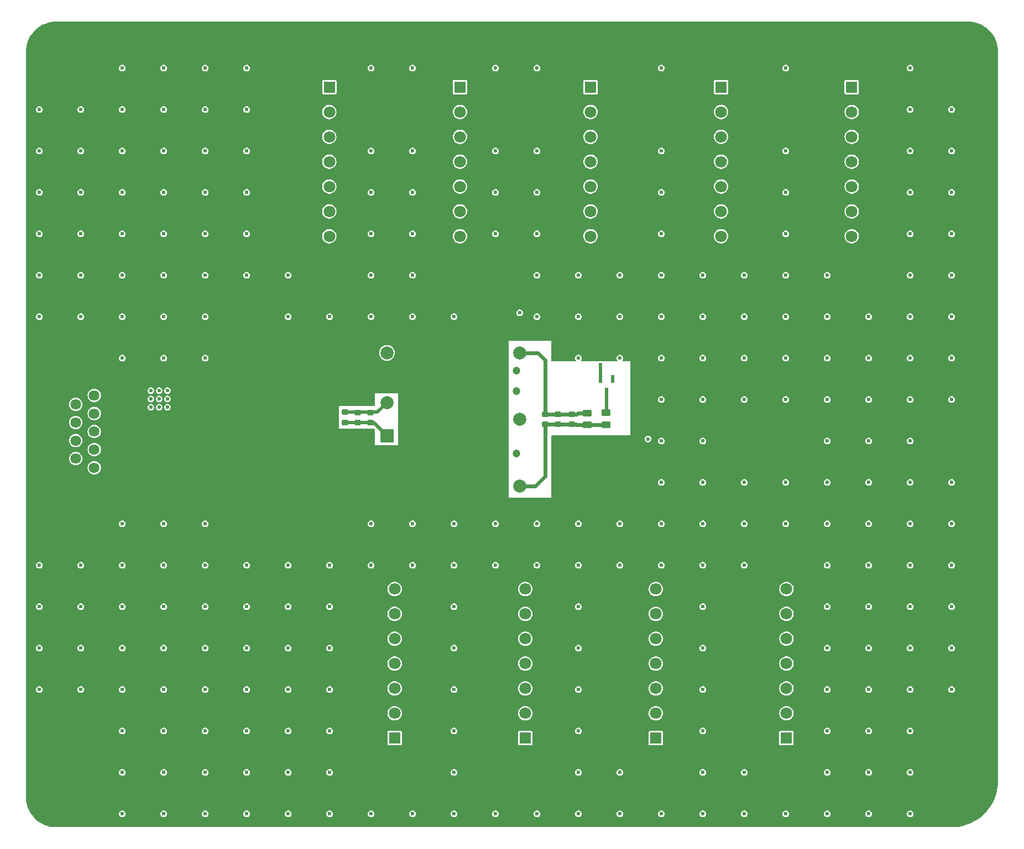
<source format=gbr>
%TF.GenerationSoftware,KiCad,Pcbnew,8.0.6*%
%TF.CreationDate,2024-12-10T16:09:11-05:00*%
%TF.ProjectId,Telem_PWR_Board,54656c65-6d5f-4505-9752-5f426f617264,rev?*%
%TF.SameCoordinates,Original*%
%TF.FileFunction,Copper,L6,Bot*%
%TF.FilePolarity,Positive*%
%FSLAX46Y46*%
G04 Gerber Fmt 4.6, Leading zero omitted, Abs format (unit mm)*
G04 Created by KiCad (PCBNEW 8.0.6) date 2024-12-10 16:09:11*
%MOMM*%
%LPD*%
G01*
G04 APERTURE LIST*
G04 Aperture macros list*
%AMRoundRect*
0 Rectangle with rounded corners*
0 $1 Rounding radius*
0 $2 $3 $4 $5 $6 $7 $8 $9 X,Y pos of 4 corners*
0 Add a 4 corners polygon primitive as box body*
4,1,4,$2,$3,$4,$5,$6,$7,$8,$9,$2,$3,0*
0 Add four circle primitives for the rounded corners*
1,1,$1+$1,$2,$3*
1,1,$1+$1,$4,$5*
1,1,$1+$1,$6,$7*
1,1,$1+$1,$8,$9*
0 Add four rect primitives between the rounded corners*
20,1,$1+$1,$2,$3,$4,$5,0*
20,1,$1+$1,$4,$5,$6,$7,0*
20,1,$1+$1,$6,$7,$8,$9,0*
20,1,$1+$1,$8,$9,$2,$3,0*%
G04 Aperture macros list end*
%TA.AperFunction,ComponentPad*%
%ADD10C,6.400000*%
%TD*%
%TA.AperFunction,ComponentPad*%
%ADD11R,1.800000X1.800000*%
%TD*%
%TA.AperFunction,ComponentPad*%
%ADD12C,1.800000*%
%TD*%
%TA.AperFunction,ComponentPad*%
%ADD13R,2.000000X2.000000*%
%TD*%
%TA.AperFunction,ComponentPad*%
%ADD14C,2.000000*%
%TD*%
%TA.AperFunction,ComponentPad*%
%ADD15C,1.635000*%
%TD*%
%TA.AperFunction,ComponentPad*%
%ADD16C,4.216000*%
%TD*%
%TA.AperFunction,SMDPad,CuDef*%
%ADD17RoundRect,0.225000X0.250000X-0.225000X0.250000X0.225000X-0.250000X0.225000X-0.250000X-0.225000X0*%
%TD*%
%TA.AperFunction,SMDPad,CuDef*%
%ADD18RoundRect,0.073750X-0.221250X0.556250X-0.221250X-0.556250X0.221250X-0.556250X0.221250X0.556250X0*%
%TD*%
%TA.AperFunction,SMDPad,CuDef*%
%ADD19RoundRect,0.250000X0.450000X-0.262500X0.450000X0.262500X-0.450000X0.262500X-0.450000X-0.262500X0*%
%TD*%
%TA.AperFunction,ViaPad*%
%ADD20C,1.200000*%
%TD*%
%TA.AperFunction,ViaPad*%
%ADD21C,0.600000*%
%TD*%
%TA.AperFunction,Conductor*%
%ADD22C,0.600000*%
%TD*%
%TA.AperFunction,Conductor*%
%ADD23C,0.500000*%
%TD*%
G04 APERTURE END LIST*
D10*
%TO.P,H6,1,1*%
%TO.N,CHASSIS*%
X235000000Y-140000000D03*
%TD*%
D11*
%TO.P,J7,01,01*%
%TO.N,/V_P5V_RTN*%
X303000000Y-242400000D03*
D12*
%TO.P,J7,02,02*%
%TO.N,/V_P5V*%
X303000000Y-238590000D03*
%TO.P,J7,03,03*%
%TO.N,/V_P5V_RTN*%
X303000000Y-234780000D03*
%TO.P,J7,04,04*%
%TO.N,/V_SEC_RTN*%
X303000000Y-230970000D03*
%TO.P,J7,05,05*%
%TO.N,/V_SEC_IN*%
X303000000Y-227160000D03*
%TO.P,J7,06,06*%
%TO.N,/V_SEC_RTN*%
X303000000Y-223350000D03*
%TO.P,J7,07,07*%
%TO.N,/V_SEC_IN*%
X303000000Y-219540000D03*
%TD*%
D10*
%TO.P,H4,1,1*%
%TO.N,CHASSIS*%
X340000000Y-195000000D03*
%TD*%
%TO.P,H5,1,1*%
%TO.N,CHASSIS*%
X368000000Y-195000000D03*
%TD*%
D11*
%TO.P,J8,01,01*%
%TO.N,/V_P5V_RTN*%
X323000000Y-242400000D03*
D12*
%TO.P,J8,02,02*%
%TO.N,/V_P5V*%
X323000000Y-238590000D03*
%TO.P,J8,03,03*%
%TO.N,/V_P5V_RTN*%
X323000000Y-234780000D03*
%TO.P,J8,04,04*%
%TO.N,/V_SEC_RTN*%
X323000000Y-230970000D03*
%TO.P,J8,05,05*%
%TO.N,/V_SEC_IN*%
X323000000Y-227160000D03*
%TO.P,J8,06,06*%
%TO.N,/V_SEC_RTN*%
X323000000Y-223350000D03*
%TO.P,J8,07,07*%
%TO.N,/V_SEC_IN*%
X323000000Y-219540000D03*
%TD*%
D11*
%TO.P,J2,01,01*%
%TO.N,/V_P5V_RTN*%
X293000000Y-142600000D03*
D12*
%TO.P,J2,02,02*%
%TO.N,/V_P5V*%
X293000000Y-146410000D03*
%TO.P,J2,03,03*%
%TO.N,/V_P5V_RTN*%
X293000000Y-150220000D03*
%TO.P,J2,04,04*%
%TO.N,/V_SEC_RTN*%
X293000000Y-154030000D03*
%TO.P,J2,05,05*%
%TO.N,/V_SEC_IN*%
X293000000Y-157840000D03*
%TO.P,J2,06,06*%
%TO.N,/V_SEC_RTN*%
X293000000Y-161650000D03*
%TO.P,J2,07,07*%
%TO.N,/V_SEC_IN*%
X293000000Y-165460000D03*
%TD*%
D11*
%TO.P,J6,01,01*%
%TO.N,/V_P5V_RTN*%
X283000000Y-242400000D03*
D12*
%TO.P,J6,02,02*%
%TO.N,/V_P5V*%
X283000000Y-238590000D03*
%TO.P,J6,03,03*%
%TO.N,/V_P5V_RTN*%
X283000000Y-234780000D03*
%TO.P,J6,04,04*%
%TO.N,/V_SEC_RTN*%
X283000000Y-230970000D03*
%TO.P,J6,05,05*%
%TO.N,/V_SEC_IN*%
X283000000Y-227160000D03*
%TO.P,J6,06,06*%
%TO.N,/V_SEC_RTN*%
X283000000Y-223350000D03*
%TO.P,J6,07,07*%
%TO.N,/V_SEC_IN*%
X283000000Y-219540000D03*
%TD*%
D10*
%TO.P,H2,1,1*%
%TO.N,CHASSIS*%
X368000000Y-245000000D03*
%TD*%
D11*
%TO.P,J9,01,01*%
%TO.N,/V_P5V_RTN*%
X343000000Y-242400000D03*
D12*
%TO.P,J9,02,02*%
%TO.N,/V_P5V*%
X343000000Y-238590000D03*
%TO.P,J9,03,03*%
%TO.N,/V_P5V_RTN*%
X343000000Y-234780000D03*
%TO.P,J9,04,04*%
%TO.N,/V_SEC_RTN*%
X343000000Y-230970000D03*
%TO.P,J9,05,05*%
%TO.N,/V_SEC_IN*%
X343000000Y-227160000D03*
%TO.P,J9,06,06*%
%TO.N,/V_SEC_RTN*%
X343000000Y-223350000D03*
%TO.P,J9,07,07*%
%TO.N,/V_SEC_IN*%
X343000000Y-219540000D03*
%TD*%
D10*
%TO.P,H1,1,1*%
%TO.N,CHASSIS*%
X235000000Y-245000000D03*
%TD*%
D11*
%TO.P,J4,01,01*%
%TO.N,/V_P5V_RTN*%
X333000000Y-142600000D03*
D12*
%TO.P,J4,02,02*%
%TO.N,/V_P5V*%
X333000000Y-146410000D03*
%TO.P,J4,03,03*%
%TO.N,/V_P5V_RTN*%
X333000000Y-150220000D03*
%TO.P,J4,04,04*%
%TO.N,/V_SEC_RTN*%
X333000000Y-154030000D03*
%TO.P,J4,05,05*%
%TO.N,/V_SEC_IN*%
X333000000Y-157840000D03*
%TO.P,J4,06,06*%
%TO.N,/V_SEC_RTN*%
X333000000Y-161650000D03*
%TO.P,J4,07,07*%
%TO.N,/V_SEC_IN*%
X333000000Y-165460000D03*
%TD*%
D11*
%TO.P,J1,01,01*%
%TO.N,/V_P5V_RTN*%
X273000000Y-142600000D03*
D12*
%TO.P,J1,02,02*%
%TO.N,/V_P5V*%
X273000000Y-146410000D03*
%TO.P,J1,03,03*%
%TO.N,/V_P5V_RTN*%
X273000000Y-150220000D03*
%TO.P,J1,04,04*%
%TO.N,/V_SEC_RTN*%
X273000000Y-154030000D03*
%TO.P,J1,05,05*%
%TO.N,/V_SEC_IN*%
X273000000Y-157840000D03*
%TO.P,J1,06,06*%
%TO.N,/V_SEC_RTN*%
X273000000Y-161650000D03*
%TO.P,J1,07,07*%
%TO.N,/V_SEC_IN*%
X273000000Y-165460000D03*
%TD*%
D13*
%TO.P,U1,1,+VIN*%
%TO.N,/Telem_PWR_Single_Rail/V_POS*%
X281837721Y-196043157D03*
D14*
%TO.P,U1,2,-VIN*%
%TO.N,/Telem_PWR_Single_Rail/V_RTN*%
X281837721Y-190943157D03*
%TO.P,U1,3,+VOUT*%
%TO.N,/V_P5V*%
X302137721Y-203743157D03*
%TO.P,U1,4,TRIM*%
%TO.N,unconnected-(U1-TRIM-Pad4)*%
X302137721Y-193543157D03*
%TO.P,U1,5,-VOUT*%
%TO.N,/V_P5V_RTN*%
X302137721Y-183343157D03*
%TO.P,U1,6,REMOTE*%
%TO.N,unconnected-(U1-REMOTE-Pad6)*%
X281837721Y-183343157D03*
%TD*%
D11*
%TO.P,J5,01,01*%
%TO.N,/V_P5V_RTN*%
X353000000Y-142600000D03*
D12*
%TO.P,J5,02,02*%
%TO.N,/V_P5V*%
X353000000Y-146410000D03*
%TO.P,J5,03,03*%
%TO.N,/V_P5V_RTN*%
X353000000Y-150220000D03*
%TO.P,J5,04,04*%
%TO.N,/V_SEC_RTN*%
X353000000Y-154030000D03*
%TO.P,J5,05,05*%
%TO.N,/V_SEC_IN*%
X353000000Y-157840000D03*
%TO.P,J5,06,06*%
%TO.N,/V_SEC_RTN*%
X353000000Y-161650000D03*
%TO.P,J5,07,07*%
%TO.N,/V_SEC_IN*%
X353000000Y-165460000D03*
%TD*%
D11*
%TO.P,J3,01,01*%
%TO.N,/V_P5V_RTN*%
X313000000Y-142600000D03*
D12*
%TO.P,J3,02,02*%
%TO.N,/V_P5V*%
X313000000Y-146410000D03*
%TO.P,J3,03,03*%
%TO.N,/V_P5V_RTN*%
X313000000Y-150220000D03*
%TO.P,J3,04,04*%
%TO.N,/V_SEC_RTN*%
X313000000Y-154030000D03*
%TO.P,J3,05,05*%
%TO.N,/V_SEC_IN*%
X313000000Y-157840000D03*
%TO.P,J3,06,06*%
%TO.N,/V_SEC_RTN*%
X313000000Y-161650000D03*
%TO.P,J3,07,07*%
%TO.N,/V_SEC_IN*%
X313000000Y-165460000D03*
%TD*%
D15*
%TO.P,P1,1*%
%TO.N,/V_SEC_RTN*%
X237010000Y-200940000D03*
%TO.P,P1,2*%
X237010000Y-198170000D03*
%TO.P,P1,3*%
%TO.N,unconnected-(P1-Pad3)*%
X237010000Y-195400000D03*
%TO.P,P1,4*%
%TO.N,/V_SEC_RTN*%
X237010000Y-192630000D03*
%TO.P,P1,5*%
X237010000Y-189860000D03*
%TO.P,P1,6*%
%TO.N,/V_SEC_IN*%
X234170000Y-199555000D03*
%TO.P,P1,7*%
X234170000Y-196785000D03*
%TO.P,P1,8*%
X234170000Y-194015000D03*
%TO.P,P1,9*%
X234170000Y-191245000D03*
D16*
%TO.P,P1,S1*%
%TO.N,CHASSIS*%
X235590000Y-182900000D03*
%TO.P,P1,S2*%
X235590000Y-207900000D03*
%TD*%
D10*
%TO.P,H3,1,1*%
%TO.N,CHASSIS*%
X368000000Y-140000000D03*
%TD*%
D17*
%TO.P,C4,1*%
%TO.N,/Telem_PWR_Single_Rail/V_POS*%
X277370221Y-194018157D03*
%TO.P,C4,2*%
%TO.N,/Telem_PWR_Single_Rail/V_RTN*%
X277370221Y-192468157D03*
%TD*%
%TO.P,C3,1*%
%TO.N,/Telem_PWR_Single_Rail/V_POS*%
X275430221Y-194008157D03*
%TO.P,C3,2*%
%TO.N,/Telem_PWR_Single_Rail/V_RTN*%
X275430221Y-192458157D03*
%TD*%
D18*
%TO.P,D1,1,A*%
%TO.N,/V_P5V_RTN*%
X314490000Y-187322500D03*
%TO.P,D1,2*%
%TO.N,N/C*%
X316390000Y-187322500D03*
%TO.P,D1,3,K*%
%TO.N,Net-(D1-K)*%
X315440000Y-189282500D03*
%TD*%
D17*
%TO.P,C9,1*%
%TO.N,/V_P5V*%
X310100221Y-194268157D03*
%TO.P,C9,2*%
%TO.N,/V_P5V_RTN*%
X310100221Y-192718157D03*
%TD*%
D19*
%TO.P,R5,1*%
%TO.N,/V_P5V*%
X315400000Y-194365000D03*
%TO.P,R5,2*%
%TO.N,Net-(D1-K)*%
X315400000Y-192540000D03*
%TD*%
D17*
%TO.P,C6,1*%
%TO.N,/V_P5V*%
X306060221Y-194298157D03*
%TO.P,C6,2*%
%TO.N,/V_P5V_RTN*%
X306060221Y-192748157D03*
%TD*%
%TO.P,C5,1*%
%TO.N,/Telem_PWR_Single_Rail/V_POS*%
X279300221Y-194018157D03*
%TO.P,C5,2*%
%TO.N,/Telem_PWR_Single_Rail/V_RTN*%
X279300221Y-192468157D03*
%TD*%
D19*
%TO.P,R1,1*%
%TO.N,/V_P5V*%
X312490221Y-194385657D03*
%TO.P,R1,2*%
%TO.N,/V_P5V_RTN*%
X312490221Y-192560657D03*
%TD*%
D17*
%TO.P,C8,1*%
%TO.N,/V_P5V*%
X308030221Y-194268157D03*
%TO.P,C8,2*%
%TO.N,/V_P5V_RTN*%
X308030221Y-192718157D03*
%TD*%
D20*
%TO.N,CHASSIS*%
X282575000Y-198755000D03*
X282575000Y-186055000D03*
X301625000Y-189230000D03*
X301625000Y-186055000D03*
X301625000Y-198755000D03*
X282575000Y-201930000D03*
X282575000Y-205105000D03*
X288925000Y-205105000D03*
X298450000Y-205105000D03*
X298450000Y-201930000D03*
X292100000Y-201930000D03*
X292100000Y-205105000D03*
X288925000Y-201930000D03*
X295275000Y-205105000D03*
X285750000Y-201930000D03*
X292100000Y-195580000D03*
X295275000Y-201930000D03*
X285750000Y-205105000D03*
X288925000Y-198755000D03*
X295275000Y-198755000D03*
X298450000Y-198755000D03*
X285750000Y-198755000D03*
X285750000Y-195580000D03*
X292100000Y-198755000D03*
X288925000Y-195580000D03*
X298450000Y-195580000D03*
X295275000Y-195580000D03*
X292100000Y-189230000D03*
X288925000Y-192405000D03*
X295275000Y-192405000D03*
X298450000Y-192405000D03*
X285750000Y-192405000D03*
X285750000Y-189230000D03*
X292100000Y-192405000D03*
X288925000Y-189230000D03*
X298450000Y-189230000D03*
X295275000Y-189230000D03*
X292100000Y-186055000D03*
X285750000Y-186055000D03*
X288925000Y-186055000D03*
X298450000Y-186055000D03*
X295275000Y-186055000D03*
X295275000Y-182880000D03*
X298450000Y-182880000D03*
X292100000Y-182880000D03*
X288925000Y-182880000D03*
D21*
%TO.N,/V_SEC_RTN*%
X336550000Y-247650000D03*
X245670000Y-190400000D03*
X323850000Y-165100000D03*
X304800000Y-209550000D03*
X323850000Y-215900000D03*
X336550000Y-171450000D03*
X317500000Y-209550000D03*
X323850000Y-209550000D03*
X247650000Y-158750000D03*
X323850000Y-177800000D03*
X228600000Y-222250000D03*
X355600000Y-190500000D03*
X368300000Y-171450000D03*
X241300000Y-171450000D03*
X285750000Y-215900000D03*
X285750000Y-171450000D03*
X254000000Y-228600000D03*
X311150000Y-171450000D03*
X279400000Y-165100000D03*
X368300000Y-215900000D03*
X323850000Y-190500000D03*
X273050000Y-228600000D03*
X266700000Y-171450000D03*
X247650000Y-254000000D03*
X361950000Y-190500000D03*
X260350000Y-165100000D03*
X349250000Y-203200000D03*
X368300000Y-152400000D03*
X349250000Y-247650000D03*
X273050000Y-241300000D03*
X248210000Y-190400000D03*
X323850000Y-184150000D03*
X311150000Y-184150000D03*
X330200000Y-184150000D03*
X330200000Y-234950000D03*
X241300000Y-228600000D03*
X355600000Y-209550000D03*
X355600000Y-196850000D03*
X273050000Y-222250000D03*
X355600000Y-241300000D03*
X361950000Y-146050000D03*
X241300000Y-177800000D03*
X330200000Y-247650000D03*
X317500000Y-254000000D03*
X342900000Y-139700000D03*
X273050000Y-234950000D03*
X349250000Y-196850000D03*
X342900000Y-152400000D03*
X292100000Y-254000000D03*
X349250000Y-171450000D03*
X304800000Y-171450000D03*
X349250000Y-254000000D03*
X336550000Y-254000000D03*
X260350000Y-139700000D03*
X368300000Y-209550000D03*
X317500000Y-247650000D03*
X266700000Y-247650000D03*
X342900000Y-171450000D03*
X304800000Y-158750000D03*
X246940000Y-191670000D03*
X361950000Y-234950000D03*
X336550000Y-209550000D03*
X279400000Y-209550000D03*
X304800000Y-177800000D03*
X254000000Y-146050000D03*
X247650000Y-184150000D03*
X285750000Y-254000000D03*
X228600000Y-152400000D03*
X311150000Y-254000000D03*
X247650000Y-209550000D03*
X311150000Y-234950000D03*
X241300000Y-139700000D03*
X292100000Y-241300000D03*
X292100000Y-215900000D03*
X266700000Y-177800000D03*
X247650000Y-215900000D03*
X330200000Y-190500000D03*
X241300000Y-234950000D03*
X241300000Y-165100000D03*
X368300000Y-228600000D03*
X254000000Y-177800000D03*
X298450000Y-254000000D03*
X361950000Y-171450000D03*
X241300000Y-152400000D03*
X247650000Y-177800000D03*
X247650000Y-234950000D03*
X247650000Y-165100000D03*
X260350000Y-171450000D03*
X273050000Y-215900000D03*
X260350000Y-234950000D03*
X330200000Y-228600000D03*
X368300000Y-203200000D03*
X241300000Y-254000000D03*
X330200000Y-177800000D03*
X361950000Y-228600000D03*
X260350000Y-222250000D03*
X254000000Y-165100000D03*
X298450000Y-209550000D03*
X254000000Y-222250000D03*
X254000000Y-184150000D03*
X330200000Y-209550000D03*
X245670000Y-189130000D03*
X361950000Y-247650000D03*
X254000000Y-209550000D03*
X336550000Y-215900000D03*
X342900000Y-203200000D03*
X361950000Y-209550000D03*
X241300000Y-222250000D03*
X368300000Y-184150000D03*
X349250000Y-241300000D03*
X349250000Y-177800000D03*
X273050000Y-247650000D03*
X368300000Y-222250000D03*
X342900000Y-209550000D03*
X254000000Y-215900000D03*
X304800000Y-254000000D03*
X279400000Y-254000000D03*
X311150000Y-215900000D03*
X260350000Y-254000000D03*
X254000000Y-247650000D03*
X234950000Y-177800000D03*
X336550000Y-190500000D03*
X241300000Y-184150000D03*
X228600000Y-171450000D03*
X311150000Y-209550000D03*
X323850000Y-196850000D03*
X234950000Y-165100000D03*
X292100000Y-234950000D03*
X241300000Y-247650000D03*
X279400000Y-171450000D03*
X260350000Y-228600000D03*
X349250000Y-215900000D03*
X266700000Y-241300000D03*
X254000000Y-158750000D03*
X247650000Y-171450000D03*
X323850000Y-203200000D03*
X368300000Y-146050000D03*
X285750000Y-158750000D03*
X247650000Y-228600000D03*
X285750000Y-139700000D03*
X234950000Y-171450000D03*
X254000000Y-254000000D03*
X368300000Y-190500000D03*
X247650000Y-222250000D03*
X355600000Y-215900000D03*
X355600000Y-184150000D03*
X304800000Y-139700000D03*
X260350000Y-247650000D03*
X336550000Y-184150000D03*
X361950000Y-152400000D03*
X260350000Y-158750000D03*
X285750000Y-209550000D03*
X285750000Y-152400000D03*
X342900000Y-158750000D03*
X349250000Y-190500000D03*
X355600000Y-234950000D03*
X342900000Y-165100000D03*
X361950000Y-177800000D03*
X234950000Y-215900000D03*
X342900000Y-190500000D03*
X349250000Y-234950000D03*
X342900000Y-177800000D03*
X317500000Y-184150000D03*
X311150000Y-222250000D03*
X361950000Y-254000000D03*
X273050000Y-177800000D03*
X228600000Y-146050000D03*
X234950000Y-158750000D03*
X279400000Y-152400000D03*
X266700000Y-254000000D03*
X361950000Y-165100000D03*
X368300000Y-234950000D03*
X361950000Y-139700000D03*
X254000000Y-234950000D03*
X245670000Y-191670000D03*
X361950000Y-158750000D03*
X234950000Y-234950000D03*
X292100000Y-228600000D03*
X330200000Y-203200000D03*
X355600000Y-247650000D03*
X228600000Y-215900000D03*
X241300000Y-241300000D03*
X317500000Y-177800000D03*
X241300000Y-158750000D03*
X247650000Y-139700000D03*
X241300000Y-209550000D03*
X260350000Y-146050000D03*
X304800000Y-152400000D03*
X323850000Y-171450000D03*
X361950000Y-222250000D03*
X279400000Y-139700000D03*
X323850000Y-254000000D03*
X234950000Y-222250000D03*
X323850000Y-152400000D03*
X330200000Y-196850000D03*
X330200000Y-215900000D03*
X361950000Y-184150000D03*
X368300000Y-177800000D03*
X247650000Y-241300000D03*
X260350000Y-215900000D03*
X279400000Y-177800000D03*
X260350000Y-152400000D03*
X330200000Y-241300000D03*
X311150000Y-177800000D03*
X368300000Y-165100000D03*
X234950000Y-228600000D03*
X260350000Y-241300000D03*
X247650000Y-152400000D03*
X241300000Y-215900000D03*
X246940000Y-189130000D03*
X311150000Y-241300000D03*
X355600000Y-222250000D03*
X248210000Y-191670000D03*
X311150000Y-228600000D03*
X246940000Y-190400000D03*
X254000000Y-139700000D03*
X342900000Y-254000000D03*
X330200000Y-171450000D03*
X349250000Y-209550000D03*
X323850000Y-139700000D03*
X304800000Y-165100000D03*
X266700000Y-228600000D03*
X228600000Y-158750000D03*
X254000000Y-241300000D03*
X234950000Y-146050000D03*
X247650000Y-247650000D03*
X349250000Y-222250000D03*
X323850000Y-158750000D03*
X361950000Y-196850000D03*
X273050000Y-254000000D03*
X361950000Y-241300000D03*
X336550000Y-177800000D03*
X311150000Y-247650000D03*
X298450000Y-139700000D03*
X254000000Y-171450000D03*
X285750000Y-165100000D03*
X266700000Y-215900000D03*
X228600000Y-228600000D03*
X247650000Y-146050000D03*
X298450000Y-165100000D03*
X298450000Y-152400000D03*
X285750000Y-177800000D03*
X266700000Y-222250000D03*
X355600000Y-203200000D03*
X342900000Y-184150000D03*
X336550000Y-203200000D03*
X298450000Y-215900000D03*
X234950000Y-152400000D03*
X292100000Y-177800000D03*
X298450000Y-158750000D03*
X349250000Y-184150000D03*
X292100000Y-209550000D03*
X330200000Y-222250000D03*
X228600000Y-177800000D03*
X317500000Y-215900000D03*
X368300000Y-158750000D03*
X228600000Y-165100000D03*
X361950000Y-215900000D03*
X292100000Y-222250000D03*
X241300000Y-146050000D03*
X349250000Y-228600000D03*
X304800000Y-215900000D03*
X228600000Y-234950000D03*
X266700000Y-234950000D03*
X279400000Y-158750000D03*
X355600000Y-228600000D03*
X248210000Y-189130000D03*
X317500000Y-171450000D03*
X355600000Y-177800000D03*
X279400000Y-215900000D03*
X361950000Y-203200000D03*
X292100000Y-247650000D03*
X330200000Y-254000000D03*
X355600000Y-254000000D03*
X254000000Y-152400000D03*
%TO.N,CHASSIS*%
X297000221Y-177193157D03*
D20*
X285750000Y-182880000D03*
D21*
%TO.N,/V_P5V_RTN*%
X302150221Y-177203157D03*
X314490000Y-185142500D03*
X321800000Y-196540000D03*
%TD*%
D22*
%TO.N,/V_P5V_RTN*%
X304973157Y-183343157D02*
X302137721Y-183343157D01*
X306060221Y-184430221D02*
X304973157Y-183343157D01*
X306060221Y-192748157D02*
X306060221Y-184430221D01*
%TO.N,/V_P5V*%
X304556843Y-203743157D02*
X302137721Y-203743157D01*
X306060221Y-202239779D02*
X304556843Y-203743157D01*
X306060221Y-194298157D02*
X306060221Y-202239779D01*
D23*
%TO.N,/Telem_PWR_Single_Rail/V_POS*%
X275430221Y-194008157D02*
X279802721Y-194008157D01*
X279802721Y-194008157D02*
X281837721Y-196043157D01*
D22*
%TO.N,/V_P5V*%
X315379343Y-194385657D02*
X315400000Y-194365000D01*
X312490221Y-194385657D02*
X315379343Y-194385657D01*
X306060221Y-194298157D02*
X310070221Y-194298157D01*
X310070221Y-194298157D02*
X310100221Y-194268157D01*
X310100221Y-194268157D02*
X310795221Y-194268157D01*
X310912721Y-194385657D02*
X312490221Y-194385657D01*
X310795221Y-194268157D02*
X310912721Y-194385657D01*
D23*
%TO.N,/Telem_PWR_Single_Rail/V_RTN*%
X275430221Y-192458157D02*
X280322721Y-192458157D01*
X280322721Y-192458157D02*
X281837721Y-190943157D01*
D22*
%TO.N,/V_P5V_RTN*%
X310905221Y-192718157D02*
X311062721Y-192560657D01*
X306060221Y-192748157D02*
X310070221Y-192748157D01*
X310070221Y-192748157D02*
X310100221Y-192718157D01*
X311062721Y-192560657D02*
X312490221Y-192560657D01*
X310100221Y-192718157D02*
X310905221Y-192718157D01*
D23*
X314490000Y-187322500D02*
X314490000Y-185142500D01*
%TO.N,Net-(D1-K)*%
X315440000Y-189282500D02*
X315440000Y-192500000D01*
%TD*%
%TA.AperFunction,Conductor*%
%TO.N,CHASSIS*%
G36*
X370842702Y-132580618D02*
G01*
X370855819Y-132581190D01*
X371233742Y-132597690D01*
X371244477Y-132598630D01*
X371629859Y-132649366D01*
X371640493Y-132651241D01*
X372019990Y-132735374D01*
X372030416Y-132738168D01*
X372401135Y-132855055D01*
X372411270Y-132858744D01*
X372770387Y-133007495D01*
X372780178Y-133012061D01*
X373124942Y-133191534D01*
X373134309Y-133196941D01*
X373404434Y-133369030D01*
X373462130Y-133405786D01*
X373470991Y-133411991D01*
X373779353Y-133648605D01*
X373787640Y-133655559D01*
X374074204Y-133918146D01*
X374081853Y-133925795D01*
X374344440Y-134212359D01*
X374351394Y-134220646D01*
X374588008Y-134529008D01*
X374594213Y-134537869D01*
X374803057Y-134865689D01*
X374808465Y-134875057D01*
X374987935Y-135219814D01*
X374992507Y-135229618D01*
X375141249Y-135588714D01*
X375144949Y-135598879D01*
X375261828Y-135969572D01*
X375264628Y-135980021D01*
X375348756Y-136359498D01*
X375350634Y-136370151D01*
X375401367Y-136755499D01*
X375402310Y-136766276D01*
X375419382Y-137157297D01*
X375419500Y-137162706D01*
X375419500Y-248917785D01*
X375419421Y-248922211D01*
X375401518Y-249423466D01*
X375400887Y-249432295D01*
X375347507Y-249928809D01*
X375346247Y-249937571D01*
X375257582Y-250429007D01*
X375255700Y-250437656D01*
X375132204Y-250921506D01*
X375129710Y-250929999D01*
X374972014Y-251403801D01*
X374968921Y-251412095D01*
X374777818Y-251873458D01*
X374774141Y-251881509D01*
X374550619Y-252328050D01*
X374546377Y-252335820D01*
X374291564Y-252765284D01*
X374286778Y-252772730D01*
X374001981Y-253182914D01*
X373996677Y-253190000D01*
X373683337Y-253578833D01*
X373677540Y-253585523D01*
X373337264Y-253951005D01*
X373331005Y-253957264D01*
X372965523Y-254297540D01*
X372958833Y-254303337D01*
X372570000Y-254616677D01*
X372562914Y-254621981D01*
X372152730Y-254906778D01*
X372145284Y-254911564D01*
X371715820Y-255166377D01*
X371708050Y-255170619D01*
X371261509Y-255394141D01*
X371253458Y-255397818D01*
X370792095Y-255588921D01*
X370783801Y-255592014D01*
X370309999Y-255749710D01*
X370301506Y-255752204D01*
X369817656Y-255875700D01*
X369809007Y-255877582D01*
X369317571Y-255966247D01*
X369308809Y-255967507D01*
X368812295Y-256020887D01*
X368803466Y-256021518D01*
X368302212Y-256039421D01*
X368297786Y-256039500D01*
X231142706Y-256039500D01*
X231137297Y-256039382D01*
X230746276Y-256022310D01*
X230735501Y-256021367D01*
X230646792Y-256009688D01*
X230350151Y-255970634D01*
X230339498Y-255968756D01*
X229960021Y-255884628D01*
X229949572Y-255881828D01*
X229578879Y-255764949D01*
X229568714Y-255761249D01*
X229546877Y-255752204D01*
X229439825Y-255707861D01*
X229209618Y-255612507D01*
X229199814Y-255607935D01*
X228855057Y-255428465D01*
X228845689Y-255423057D01*
X228517869Y-255214213D01*
X228509008Y-255208008D01*
X228200646Y-254971394D01*
X228192359Y-254964440D01*
X227905795Y-254701853D01*
X227898146Y-254694204D01*
X227635559Y-254407640D01*
X227628605Y-254399353D01*
X227391991Y-254090991D01*
X227385786Y-254082130D01*
X227333464Y-254000000D01*
X240794353Y-254000000D01*
X240814834Y-254142456D01*
X240836024Y-254188855D01*
X240874623Y-254273373D01*
X240968872Y-254382143D01*
X241089947Y-254459953D01*
X241089950Y-254459954D01*
X241089949Y-254459954D01*
X241228036Y-254500499D01*
X241228038Y-254500500D01*
X241228039Y-254500500D01*
X241371962Y-254500500D01*
X241371962Y-254500499D01*
X241510053Y-254459953D01*
X241631128Y-254382143D01*
X241725377Y-254273373D01*
X241785165Y-254142457D01*
X241805647Y-254000000D01*
X247144353Y-254000000D01*
X247164834Y-254142456D01*
X247186024Y-254188855D01*
X247224623Y-254273373D01*
X247318872Y-254382143D01*
X247439947Y-254459953D01*
X247439950Y-254459954D01*
X247439949Y-254459954D01*
X247578036Y-254500499D01*
X247578038Y-254500500D01*
X247578039Y-254500500D01*
X247721962Y-254500500D01*
X247721962Y-254500499D01*
X247860053Y-254459953D01*
X247981128Y-254382143D01*
X248075377Y-254273373D01*
X248135165Y-254142457D01*
X248155647Y-254000000D01*
X253494353Y-254000000D01*
X253514834Y-254142456D01*
X253536024Y-254188855D01*
X253574623Y-254273373D01*
X253668872Y-254382143D01*
X253789947Y-254459953D01*
X253789950Y-254459954D01*
X253789949Y-254459954D01*
X253928036Y-254500499D01*
X253928038Y-254500500D01*
X253928039Y-254500500D01*
X254071962Y-254500500D01*
X254071962Y-254500499D01*
X254210053Y-254459953D01*
X254331128Y-254382143D01*
X254425377Y-254273373D01*
X254485165Y-254142457D01*
X254505647Y-254000000D01*
X259844353Y-254000000D01*
X259864834Y-254142456D01*
X259886024Y-254188855D01*
X259924623Y-254273373D01*
X260018872Y-254382143D01*
X260139947Y-254459953D01*
X260139950Y-254459954D01*
X260139949Y-254459954D01*
X260278036Y-254500499D01*
X260278038Y-254500500D01*
X260278039Y-254500500D01*
X260421962Y-254500500D01*
X260421962Y-254500499D01*
X260560053Y-254459953D01*
X260681128Y-254382143D01*
X260775377Y-254273373D01*
X260835165Y-254142457D01*
X260855647Y-254000000D01*
X266194353Y-254000000D01*
X266214834Y-254142456D01*
X266236024Y-254188855D01*
X266274623Y-254273373D01*
X266368872Y-254382143D01*
X266489947Y-254459953D01*
X266489950Y-254459954D01*
X266489949Y-254459954D01*
X266628036Y-254500499D01*
X266628038Y-254500500D01*
X266628039Y-254500500D01*
X266771962Y-254500500D01*
X266771962Y-254500499D01*
X266910053Y-254459953D01*
X267031128Y-254382143D01*
X267125377Y-254273373D01*
X267185165Y-254142457D01*
X267205647Y-254000000D01*
X272544353Y-254000000D01*
X272564834Y-254142456D01*
X272586024Y-254188855D01*
X272624623Y-254273373D01*
X272718872Y-254382143D01*
X272839947Y-254459953D01*
X272839950Y-254459954D01*
X272839949Y-254459954D01*
X272978036Y-254500499D01*
X272978038Y-254500500D01*
X272978039Y-254500500D01*
X273121962Y-254500500D01*
X273121962Y-254500499D01*
X273260053Y-254459953D01*
X273381128Y-254382143D01*
X273475377Y-254273373D01*
X273535165Y-254142457D01*
X273555647Y-254000000D01*
X278894353Y-254000000D01*
X278914834Y-254142456D01*
X278936024Y-254188855D01*
X278974623Y-254273373D01*
X279068872Y-254382143D01*
X279189947Y-254459953D01*
X279189950Y-254459954D01*
X279189949Y-254459954D01*
X279328036Y-254500499D01*
X279328038Y-254500500D01*
X279328039Y-254500500D01*
X279471962Y-254500500D01*
X279471962Y-254500499D01*
X279610053Y-254459953D01*
X279731128Y-254382143D01*
X279825377Y-254273373D01*
X279885165Y-254142457D01*
X279905647Y-254000000D01*
X285244353Y-254000000D01*
X285264834Y-254142456D01*
X285286024Y-254188855D01*
X285324623Y-254273373D01*
X285418872Y-254382143D01*
X285539947Y-254459953D01*
X285539950Y-254459954D01*
X285539949Y-254459954D01*
X285678036Y-254500499D01*
X285678038Y-254500500D01*
X285678039Y-254500500D01*
X285821962Y-254500500D01*
X285821962Y-254500499D01*
X285960053Y-254459953D01*
X286081128Y-254382143D01*
X286175377Y-254273373D01*
X286235165Y-254142457D01*
X286255647Y-254000000D01*
X291594353Y-254000000D01*
X291614834Y-254142456D01*
X291636024Y-254188855D01*
X291674623Y-254273373D01*
X291768872Y-254382143D01*
X291889947Y-254459953D01*
X291889950Y-254459954D01*
X291889949Y-254459954D01*
X292028036Y-254500499D01*
X292028038Y-254500500D01*
X292028039Y-254500500D01*
X292171962Y-254500500D01*
X292171962Y-254500499D01*
X292310053Y-254459953D01*
X292431128Y-254382143D01*
X292525377Y-254273373D01*
X292585165Y-254142457D01*
X292605647Y-254000000D01*
X297944353Y-254000000D01*
X297964834Y-254142456D01*
X297986024Y-254188855D01*
X298024623Y-254273373D01*
X298118872Y-254382143D01*
X298239947Y-254459953D01*
X298239950Y-254459954D01*
X298239949Y-254459954D01*
X298378036Y-254500499D01*
X298378038Y-254500500D01*
X298378039Y-254500500D01*
X298521962Y-254500500D01*
X298521962Y-254500499D01*
X298660053Y-254459953D01*
X298781128Y-254382143D01*
X298875377Y-254273373D01*
X298935165Y-254142457D01*
X298955647Y-254000000D01*
X304294353Y-254000000D01*
X304314834Y-254142456D01*
X304336024Y-254188855D01*
X304374623Y-254273373D01*
X304468872Y-254382143D01*
X304589947Y-254459953D01*
X304589950Y-254459954D01*
X304589949Y-254459954D01*
X304728036Y-254500499D01*
X304728038Y-254500500D01*
X304728039Y-254500500D01*
X304871962Y-254500500D01*
X304871962Y-254500499D01*
X305010053Y-254459953D01*
X305131128Y-254382143D01*
X305225377Y-254273373D01*
X305285165Y-254142457D01*
X305305647Y-254000000D01*
X310644353Y-254000000D01*
X310664834Y-254142456D01*
X310686024Y-254188855D01*
X310724623Y-254273373D01*
X310818872Y-254382143D01*
X310939947Y-254459953D01*
X310939950Y-254459954D01*
X310939949Y-254459954D01*
X311078036Y-254500499D01*
X311078038Y-254500500D01*
X311078039Y-254500500D01*
X311221962Y-254500500D01*
X311221962Y-254500499D01*
X311360053Y-254459953D01*
X311481128Y-254382143D01*
X311575377Y-254273373D01*
X311635165Y-254142457D01*
X311655647Y-254000000D01*
X316994353Y-254000000D01*
X317014834Y-254142456D01*
X317036024Y-254188855D01*
X317074623Y-254273373D01*
X317168872Y-254382143D01*
X317289947Y-254459953D01*
X317289950Y-254459954D01*
X317289949Y-254459954D01*
X317428036Y-254500499D01*
X317428038Y-254500500D01*
X317428039Y-254500500D01*
X317571962Y-254500500D01*
X317571962Y-254500499D01*
X317710053Y-254459953D01*
X317831128Y-254382143D01*
X317925377Y-254273373D01*
X317985165Y-254142457D01*
X318005647Y-254000000D01*
X323344353Y-254000000D01*
X323364834Y-254142456D01*
X323386024Y-254188855D01*
X323424623Y-254273373D01*
X323518872Y-254382143D01*
X323639947Y-254459953D01*
X323639950Y-254459954D01*
X323639949Y-254459954D01*
X323778036Y-254500499D01*
X323778038Y-254500500D01*
X323778039Y-254500500D01*
X323921962Y-254500500D01*
X323921962Y-254500499D01*
X324060053Y-254459953D01*
X324181128Y-254382143D01*
X324275377Y-254273373D01*
X324335165Y-254142457D01*
X324355647Y-254000000D01*
X329694353Y-254000000D01*
X329714834Y-254142456D01*
X329736024Y-254188855D01*
X329774623Y-254273373D01*
X329868872Y-254382143D01*
X329989947Y-254459953D01*
X329989950Y-254459954D01*
X329989949Y-254459954D01*
X330128036Y-254500499D01*
X330128038Y-254500500D01*
X330128039Y-254500500D01*
X330271962Y-254500500D01*
X330271962Y-254500499D01*
X330410053Y-254459953D01*
X330531128Y-254382143D01*
X330625377Y-254273373D01*
X330685165Y-254142457D01*
X330705647Y-254000000D01*
X336044353Y-254000000D01*
X336064834Y-254142456D01*
X336086024Y-254188855D01*
X336124623Y-254273373D01*
X336218872Y-254382143D01*
X336339947Y-254459953D01*
X336339950Y-254459954D01*
X336339949Y-254459954D01*
X336478036Y-254500499D01*
X336478038Y-254500500D01*
X336478039Y-254500500D01*
X336621962Y-254500500D01*
X336621962Y-254500499D01*
X336760053Y-254459953D01*
X336881128Y-254382143D01*
X336975377Y-254273373D01*
X337035165Y-254142457D01*
X337055647Y-254000000D01*
X342394353Y-254000000D01*
X342414834Y-254142456D01*
X342436024Y-254188855D01*
X342474623Y-254273373D01*
X342568872Y-254382143D01*
X342689947Y-254459953D01*
X342689950Y-254459954D01*
X342689949Y-254459954D01*
X342828036Y-254500499D01*
X342828038Y-254500500D01*
X342828039Y-254500500D01*
X342971962Y-254500500D01*
X342971962Y-254500499D01*
X343110053Y-254459953D01*
X343231128Y-254382143D01*
X343325377Y-254273373D01*
X343385165Y-254142457D01*
X343405647Y-254000000D01*
X348744353Y-254000000D01*
X348764834Y-254142456D01*
X348786024Y-254188855D01*
X348824623Y-254273373D01*
X348918872Y-254382143D01*
X349039947Y-254459953D01*
X349039950Y-254459954D01*
X349039949Y-254459954D01*
X349178036Y-254500499D01*
X349178038Y-254500500D01*
X349178039Y-254500500D01*
X349321962Y-254500500D01*
X349321962Y-254500499D01*
X349460053Y-254459953D01*
X349581128Y-254382143D01*
X349675377Y-254273373D01*
X349735165Y-254142457D01*
X349755647Y-254000000D01*
X355094353Y-254000000D01*
X355114834Y-254142456D01*
X355136024Y-254188855D01*
X355174623Y-254273373D01*
X355268872Y-254382143D01*
X355389947Y-254459953D01*
X355389950Y-254459954D01*
X355389949Y-254459954D01*
X355528036Y-254500499D01*
X355528038Y-254500500D01*
X355528039Y-254500500D01*
X355671962Y-254500500D01*
X355671962Y-254500499D01*
X355810053Y-254459953D01*
X355931128Y-254382143D01*
X356025377Y-254273373D01*
X356085165Y-254142457D01*
X356105647Y-254000000D01*
X361444353Y-254000000D01*
X361464834Y-254142456D01*
X361486024Y-254188855D01*
X361524623Y-254273373D01*
X361618872Y-254382143D01*
X361739947Y-254459953D01*
X361739950Y-254459954D01*
X361739949Y-254459954D01*
X361878036Y-254500499D01*
X361878038Y-254500500D01*
X361878039Y-254500500D01*
X362021962Y-254500500D01*
X362021962Y-254500499D01*
X362160053Y-254459953D01*
X362281128Y-254382143D01*
X362375377Y-254273373D01*
X362435165Y-254142457D01*
X362455647Y-254000000D01*
X362435165Y-253857543D01*
X362375377Y-253726627D01*
X362281128Y-253617857D01*
X362160053Y-253540047D01*
X362160051Y-253540046D01*
X362160049Y-253540045D01*
X362160050Y-253540045D01*
X362021963Y-253499500D01*
X362021961Y-253499500D01*
X361878039Y-253499500D01*
X361878036Y-253499500D01*
X361739949Y-253540045D01*
X361618873Y-253617856D01*
X361524623Y-253726626D01*
X361524622Y-253726628D01*
X361464834Y-253857543D01*
X361444353Y-254000000D01*
X356105647Y-254000000D01*
X356085165Y-253857543D01*
X356025377Y-253726627D01*
X355931128Y-253617857D01*
X355810053Y-253540047D01*
X355810051Y-253540046D01*
X355810049Y-253540045D01*
X355810050Y-253540045D01*
X355671963Y-253499500D01*
X355671961Y-253499500D01*
X355528039Y-253499500D01*
X355528036Y-253499500D01*
X355389949Y-253540045D01*
X355268873Y-253617856D01*
X355174623Y-253726626D01*
X355174622Y-253726628D01*
X355114834Y-253857543D01*
X355094353Y-254000000D01*
X349755647Y-254000000D01*
X349735165Y-253857543D01*
X349675377Y-253726627D01*
X349581128Y-253617857D01*
X349460053Y-253540047D01*
X349460051Y-253540046D01*
X349460049Y-253540045D01*
X349460050Y-253540045D01*
X349321963Y-253499500D01*
X349321961Y-253499500D01*
X349178039Y-253499500D01*
X349178036Y-253499500D01*
X349039949Y-253540045D01*
X348918873Y-253617856D01*
X348824623Y-253726626D01*
X348824622Y-253726628D01*
X348764834Y-253857543D01*
X348744353Y-254000000D01*
X343405647Y-254000000D01*
X343385165Y-253857543D01*
X343325377Y-253726627D01*
X343231128Y-253617857D01*
X343110053Y-253540047D01*
X343110051Y-253540046D01*
X343110049Y-253540045D01*
X343110050Y-253540045D01*
X342971963Y-253499500D01*
X342971961Y-253499500D01*
X342828039Y-253499500D01*
X342828036Y-253499500D01*
X342689949Y-253540045D01*
X342568873Y-253617856D01*
X342474623Y-253726626D01*
X342474622Y-253726628D01*
X342414834Y-253857543D01*
X342394353Y-254000000D01*
X337055647Y-254000000D01*
X337035165Y-253857543D01*
X336975377Y-253726627D01*
X336881128Y-253617857D01*
X336760053Y-253540047D01*
X336760051Y-253540046D01*
X336760049Y-253540045D01*
X336760050Y-253540045D01*
X336621963Y-253499500D01*
X336621961Y-253499500D01*
X336478039Y-253499500D01*
X336478036Y-253499500D01*
X336339949Y-253540045D01*
X336218873Y-253617856D01*
X336124623Y-253726626D01*
X336124622Y-253726628D01*
X336064834Y-253857543D01*
X336044353Y-254000000D01*
X330705647Y-254000000D01*
X330685165Y-253857543D01*
X330625377Y-253726627D01*
X330531128Y-253617857D01*
X330410053Y-253540047D01*
X330410051Y-253540046D01*
X330410049Y-253540045D01*
X330410050Y-253540045D01*
X330271963Y-253499500D01*
X330271961Y-253499500D01*
X330128039Y-253499500D01*
X330128036Y-253499500D01*
X329989949Y-253540045D01*
X329868873Y-253617856D01*
X329774623Y-253726626D01*
X329774622Y-253726628D01*
X329714834Y-253857543D01*
X329694353Y-254000000D01*
X324355647Y-254000000D01*
X324335165Y-253857543D01*
X324275377Y-253726627D01*
X324181128Y-253617857D01*
X324060053Y-253540047D01*
X324060051Y-253540046D01*
X324060049Y-253540045D01*
X324060050Y-253540045D01*
X323921963Y-253499500D01*
X323921961Y-253499500D01*
X323778039Y-253499500D01*
X323778036Y-253499500D01*
X323639949Y-253540045D01*
X323518873Y-253617856D01*
X323424623Y-253726626D01*
X323424622Y-253726628D01*
X323364834Y-253857543D01*
X323344353Y-254000000D01*
X318005647Y-254000000D01*
X317985165Y-253857543D01*
X317925377Y-253726627D01*
X317831128Y-253617857D01*
X317710053Y-253540047D01*
X317710051Y-253540046D01*
X317710049Y-253540045D01*
X317710050Y-253540045D01*
X317571963Y-253499500D01*
X317571961Y-253499500D01*
X317428039Y-253499500D01*
X317428036Y-253499500D01*
X317289949Y-253540045D01*
X317168873Y-253617856D01*
X317074623Y-253726626D01*
X317074622Y-253726628D01*
X317014834Y-253857543D01*
X316994353Y-254000000D01*
X311655647Y-254000000D01*
X311635165Y-253857543D01*
X311575377Y-253726627D01*
X311481128Y-253617857D01*
X311360053Y-253540047D01*
X311360051Y-253540046D01*
X311360049Y-253540045D01*
X311360050Y-253540045D01*
X311221963Y-253499500D01*
X311221961Y-253499500D01*
X311078039Y-253499500D01*
X311078036Y-253499500D01*
X310939949Y-253540045D01*
X310818873Y-253617856D01*
X310724623Y-253726626D01*
X310724622Y-253726628D01*
X310664834Y-253857543D01*
X310644353Y-254000000D01*
X305305647Y-254000000D01*
X305285165Y-253857543D01*
X305225377Y-253726627D01*
X305131128Y-253617857D01*
X305010053Y-253540047D01*
X305010051Y-253540046D01*
X305010049Y-253540045D01*
X305010050Y-253540045D01*
X304871963Y-253499500D01*
X304871961Y-253499500D01*
X304728039Y-253499500D01*
X304728036Y-253499500D01*
X304589949Y-253540045D01*
X304468873Y-253617856D01*
X304374623Y-253726626D01*
X304374622Y-253726628D01*
X304314834Y-253857543D01*
X304294353Y-254000000D01*
X298955647Y-254000000D01*
X298935165Y-253857543D01*
X298875377Y-253726627D01*
X298781128Y-253617857D01*
X298660053Y-253540047D01*
X298660051Y-253540046D01*
X298660049Y-253540045D01*
X298660050Y-253540045D01*
X298521963Y-253499500D01*
X298521961Y-253499500D01*
X298378039Y-253499500D01*
X298378036Y-253499500D01*
X298239949Y-253540045D01*
X298118873Y-253617856D01*
X298024623Y-253726626D01*
X298024622Y-253726628D01*
X297964834Y-253857543D01*
X297944353Y-254000000D01*
X292605647Y-254000000D01*
X292585165Y-253857543D01*
X292525377Y-253726627D01*
X292431128Y-253617857D01*
X292310053Y-253540047D01*
X292310051Y-253540046D01*
X292310049Y-253540045D01*
X292310050Y-253540045D01*
X292171963Y-253499500D01*
X292171961Y-253499500D01*
X292028039Y-253499500D01*
X292028036Y-253499500D01*
X291889949Y-253540045D01*
X291768873Y-253617856D01*
X291674623Y-253726626D01*
X291674622Y-253726628D01*
X291614834Y-253857543D01*
X291594353Y-254000000D01*
X286255647Y-254000000D01*
X286235165Y-253857543D01*
X286175377Y-253726627D01*
X286081128Y-253617857D01*
X285960053Y-253540047D01*
X285960051Y-253540046D01*
X285960049Y-253540045D01*
X285960050Y-253540045D01*
X285821963Y-253499500D01*
X285821961Y-253499500D01*
X285678039Y-253499500D01*
X285678036Y-253499500D01*
X285539949Y-253540045D01*
X285418873Y-253617856D01*
X285324623Y-253726626D01*
X285324622Y-253726628D01*
X285264834Y-253857543D01*
X285244353Y-254000000D01*
X279905647Y-254000000D01*
X279885165Y-253857543D01*
X279825377Y-253726627D01*
X279731128Y-253617857D01*
X279610053Y-253540047D01*
X279610051Y-253540046D01*
X279610049Y-253540045D01*
X279610050Y-253540045D01*
X279471963Y-253499500D01*
X279471961Y-253499500D01*
X279328039Y-253499500D01*
X279328036Y-253499500D01*
X279189949Y-253540045D01*
X279068873Y-253617856D01*
X278974623Y-253726626D01*
X278974622Y-253726628D01*
X278914834Y-253857543D01*
X278894353Y-254000000D01*
X273555647Y-254000000D01*
X273535165Y-253857543D01*
X273475377Y-253726627D01*
X273381128Y-253617857D01*
X273260053Y-253540047D01*
X273260051Y-253540046D01*
X273260049Y-253540045D01*
X273260050Y-253540045D01*
X273121963Y-253499500D01*
X273121961Y-253499500D01*
X272978039Y-253499500D01*
X272978036Y-253499500D01*
X272839949Y-253540045D01*
X272718873Y-253617856D01*
X272624623Y-253726626D01*
X272624622Y-253726628D01*
X272564834Y-253857543D01*
X272544353Y-254000000D01*
X267205647Y-254000000D01*
X267185165Y-253857543D01*
X267125377Y-253726627D01*
X267031128Y-253617857D01*
X266910053Y-253540047D01*
X266910051Y-253540046D01*
X266910049Y-253540045D01*
X266910050Y-253540045D01*
X266771963Y-253499500D01*
X266771961Y-253499500D01*
X266628039Y-253499500D01*
X266628036Y-253499500D01*
X266489949Y-253540045D01*
X266368873Y-253617856D01*
X266274623Y-253726626D01*
X266274622Y-253726628D01*
X266214834Y-253857543D01*
X266194353Y-254000000D01*
X260855647Y-254000000D01*
X260835165Y-253857543D01*
X260775377Y-253726627D01*
X260681128Y-253617857D01*
X260560053Y-253540047D01*
X260560051Y-253540046D01*
X260560049Y-253540045D01*
X260560050Y-253540045D01*
X260421963Y-253499500D01*
X260421961Y-253499500D01*
X260278039Y-253499500D01*
X260278036Y-253499500D01*
X260139949Y-253540045D01*
X260018873Y-253617856D01*
X259924623Y-253726626D01*
X259924622Y-253726628D01*
X259864834Y-253857543D01*
X259844353Y-254000000D01*
X254505647Y-254000000D01*
X254485165Y-253857543D01*
X254425377Y-253726627D01*
X254331128Y-253617857D01*
X254210053Y-253540047D01*
X254210051Y-253540046D01*
X254210049Y-253540045D01*
X254210050Y-253540045D01*
X254071963Y-253499500D01*
X254071961Y-253499500D01*
X253928039Y-253499500D01*
X253928036Y-253499500D01*
X253789949Y-253540045D01*
X253668873Y-253617856D01*
X253574623Y-253726626D01*
X253574622Y-253726628D01*
X253514834Y-253857543D01*
X253494353Y-254000000D01*
X248155647Y-254000000D01*
X248135165Y-253857543D01*
X248075377Y-253726627D01*
X247981128Y-253617857D01*
X247860053Y-253540047D01*
X247860051Y-253540046D01*
X247860049Y-253540045D01*
X247860050Y-253540045D01*
X247721963Y-253499500D01*
X247721961Y-253499500D01*
X247578039Y-253499500D01*
X247578036Y-253499500D01*
X247439949Y-253540045D01*
X247318873Y-253617856D01*
X247224623Y-253726626D01*
X247224622Y-253726628D01*
X247164834Y-253857543D01*
X247144353Y-254000000D01*
X241805647Y-254000000D01*
X241785165Y-253857543D01*
X241725377Y-253726627D01*
X241631128Y-253617857D01*
X241510053Y-253540047D01*
X241510051Y-253540046D01*
X241510049Y-253540045D01*
X241510050Y-253540045D01*
X241371963Y-253499500D01*
X241371961Y-253499500D01*
X241228039Y-253499500D01*
X241228036Y-253499500D01*
X241089949Y-253540045D01*
X240968873Y-253617856D01*
X240874623Y-253726626D01*
X240874622Y-253726628D01*
X240814834Y-253857543D01*
X240794353Y-254000000D01*
X227333464Y-254000000D01*
X227176942Y-253754310D01*
X227171534Y-253744942D01*
X227161999Y-253726626D01*
X226992061Y-253400178D01*
X226987492Y-253390381D01*
X226901557Y-253182914D01*
X226838744Y-253031270D01*
X226835055Y-253021135D01*
X226718168Y-252650416D01*
X226715374Y-252639990D01*
X226631241Y-252260493D01*
X226629365Y-252249848D01*
X226578630Y-251864477D01*
X226577690Y-251853742D01*
X226560618Y-251462701D01*
X226560500Y-251457293D01*
X226560500Y-247650000D01*
X240794353Y-247650000D01*
X240814834Y-247792456D01*
X240874622Y-247923371D01*
X240874623Y-247923373D01*
X240968872Y-248032143D01*
X241089947Y-248109953D01*
X241089950Y-248109954D01*
X241089949Y-248109954D01*
X241228036Y-248150499D01*
X241228038Y-248150500D01*
X241228039Y-248150500D01*
X241371962Y-248150500D01*
X241371962Y-248150499D01*
X241510053Y-248109953D01*
X241631128Y-248032143D01*
X241725377Y-247923373D01*
X241785165Y-247792457D01*
X241805647Y-247650000D01*
X247144353Y-247650000D01*
X247164834Y-247792456D01*
X247224622Y-247923371D01*
X247224623Y-247923373D01*
X247318872Y-248032143D01*
X247439947Y-248109953D01*
X247439950Y-248109954D01*
X247439949Y-248109954D01*
X247578036Y-248150499D01*
X247578038Y-248150500D01*
X247578039Y-248150500D01*
X247721962Y-248150500D01*
X247721962Y-248150499D01*
X247860053Y-248109953D01*
X247981128Y-248032143D01*
X248075377Y-247923373D01*
X248135165Y-247792457D01*
X248155647Y-247650000D01*
X253494353Y-247650000D01*
X253514834Y-247792456D01*
X253574622Y-247923371D01*
X253574623Y-247923373D01*
X253668872Y-248032143D01*
X253789947Y-248109953D01*
X253789950Y-248109954D01*
X253789949Y-248109954D01*
X253928036Y-248150499D01*
X253928038Y-248150500D01*
X253928039Y-248150500D01*
X254071962Y-248150500D01*
X254071962Y-248150499D01*
X254210053Y-248109953D01*
X254331128Y-248032143D01*
X254425377Y-247923373D01*
X254485165Y-247792457D01*
X254505647Y-247650000D01*
X259844353Y-247650000D01*
X259864834Y-247792456D01*
X259924622Y-247923371D01*
X259924623Y-247923373D01*
X260018872Y-248032143D01*
X260139947Y-248109953D01*
X260139950Y-248109954D01*
X260139949Y-248109954D01*
X260278036Y-248150499D01*
X260278038Y-248150500D01*
X260278039Y-248150500D01*
X260421962Y-248150500D01*
X260421962Y-248150499D01*
X260560053Y-248109953D01*
X260681128Y-248032143D01*
X260775377Y-247923373D01*
X260835165Y-247792457D01*
X260855647Y-247650000D01*
X266194353Y-247650000D01*
X266214834Y-247792456D01*
X266274622Y-247923371D01*
X266274623Y-247923373D01*
X266368872Y-248032143D01*
X266489947Y-248109953D01*
X266489950Y-248109954D01*
X266489949Y-248109954D01*
X266628036Y-248150499D01*
X266628038Y-248150500D01*
X266628039Y-248150500D01*
X266771962Y-248150500D01*
X266771962Y-248150499D01*
X266910053Y-248109953D01*
X267031128Y-248032143D01*
X267125377Y-247923373D01*
X267185165Y-247792457D01*
X267205647Y-247650000D01*
X272544353Y-247650000D01*
X272564834Y-247792456D01*
X272624622Y-247923371D01*
X272624623Y-247923373D01*
X272718872Y-248032143D01*
X272839947Y-248109953D01*
X272839950Y-248109954D01*
X272839949Y-248109954D01*
X272978036Y-248150499D01*
X272978038Y-248150500D01*
X272978039Y-248150500D01*
X273121962Y-248150500D01*
X273121962Y-248150499D01*
X273260053Y-248109953D01*
X273381128Y-248032143D01*
X273475377Y-247923373D01*
X273535165Y-247792457D01*
X273555647Y-247650000D01*
X291594353Y-247650000D01*
X291614834Y-247792456D01*
X291674622Y-247923371D01*
X291674623Y-247923373D01*
X291768872Y-248032143D01*
X291889947Y-248109953D01*
X291889950Y-248109954D01*
X291889949Y-248109954D01*
X292028036Y-248150499D01*
X292028038Y-248150500D01*
X292028039Y-248150500D01*
X292171962Y-248150500D01*
X292171962Y-248150499D01*
X292310053Y-248109953D01*
X292431128Y-248032143D01*
X292525377Y-247923373D01*
X292585165Y-247792457D01*
X292605647Y-247650000D01*
X310644353Y-247650000D01*
X310664834Y-247792456D01*
X310724622Y-247923371D01*
X310724623Y-247923373D01*
X310818872Y-248032143D01*
X310939947Y-248109953D01*
X310939950Y-248109954D01*
X310939949Y-248109954D01*
X311078036Y-248150499D01*
X311078038Y-248150500D01*
X311078039Y-248150500D01*
X311221962Y-248150500D01*
X311221962Y-248150499D01*
X311360053Y-248109953D01*
X311481128Y-248032143D01*
X311575377Y-247923373D01*
X311635165Y-247792457D01*
X311655647Y-247650000D01*
X316994353Y-247650000D01*
X317014834Y-247792456D01*
X317074622Y-247923371D01*
X317074623Y-247923373D01*
X317168872Y-248032143D01*
X317289947Y-248109953D01*
X317289950Y-248109954D01*
X317289949Y-248109954D01*
X317428036Y-248150499D01*
X317428038Y-248150500D01*
X317428039Y-248150500D01*
X317571962Y-248150500D01*
X317571962Y-248150499D01*
X317710053Y-248109953D01*
X317831128Y-248032143D01*
X317925377Y-247923373D01*
X317985165Y-247792457D01*
X318005647Y-247650000D01*
X329694353Y-247650000D01*
X329714834Y-247792456D01*
X329774622Y-247923371D01*
X329774623Y-247923373D01*
X329868872Y-248032143D01*
X329989947Y-248109953D01*
X329989950Y-248109954D01*
X329989949Y-248109954D01*
X330128036Y-248150499D01*
X330128038Y-248150500D01*
X330128039Y-248150500D01*
X330271962Y-248150500D01*
X330271962Y-248150499D01*
X330410053Y-248109953D01*
X330531128Y-248032143D01*
X330625377Y-247923373D01*
X330685165Y-247792457D01*
X330705647Y-247650000D01*
X336044353Y-247650000D01*
X336064834Y-247792456D01*
X336124622Y-247923371D01*
X336124623Y-247923373D01*
X336218872Y-248032143D01*
X336339947Y-248109953D01*
X336339950Y-248109954D01*
X336339949Y-248109954D01*
X336478036Y-248150499D01*
X336478038Y-248150500D01*
X336478039Y-248150500D01*
X336621962Y-248150500D01*
X336621962Y-248150499D01*
X336760053Y-248109953D01*
X336881128Y-248032143D01*
X336975377Y-247923373D01*
X337035165Y-247792457D01*
X337055647Y-247650000D01*
X348744353Y-247650000D01*
X348764834Y-247792456D01*
X348824622Y-247923371D01*
X348824623Y-247923373D01*
X348918872Y-248032143D01*
X349039947Y-248109953D01*
X349039950Y-248109954D01*
X349039949Y-248109954D01*
X349178036Y-248150499D01*
X349178038Y-248150500D01*
X349178039Y-248150500D01*
X349321962Y-248150500D01*
X349321962Y-248150499D01*
X349460053Y-248109953D01*
X349581128Y-248032143D01*
X349675377Y-247923373D01*
X349735165Y-247792457D01*
X349755647Y-247650000D01*
X355094353Y-247650000D01*
X355114834Y-247792456D01*
X355174622Y-247923371D01*
X355174623Y-247923373D01*
X355268872Y-248032143D01*
X355389947Y-248109953D01*
X355389950Y-248109954D01*
X355389949Y-248109954D01*
X355528036Y-248150499D01*
X355528038Y-248150500D01*
X355528039Y-248150500D01*
X355671962Y-248150500D01*
X355671962Y-248150499D01*
X355810053Y-248109953D01*
X355931128Y-248032143D01*
X356025377Y-247923373D01*
X356085165Y-247792457D01*
X356105647Y-247650000D01*
X361444353Y-247650000D01*
X361464834Y-247792456D01*
X361524622Y-247923371D01*
X361524623Y-247923373D01*
X361618872Y-248032143D01*
X361739947Y-248109953D01*
X361739950Y-248109954D01*
X361739949Y-248109954D01*
X361878036Y-248150499D01*
X361878038Y-248150500D01*
X361878039Y-248150500D01*
X362021962Y-248150500D01*
X362021962Y-248150499D01*
X362160053Y-248109953D01*
X362281128Y-248032143D01*
X362375377Y-247923373D01*
X362435165Y-247792457D01*
X362455647Y-247650000D01*
X362435165Y-247507543D01*
X362375377Y-247376627D01*
X362281128Y-247267857D01*
X362160053Y-247190047D01*
X362160051Y-247190046D01*
X362160049Y-247190045D01*
X362160050Y-247190045D01*
X362021963Y-247149500D01*
X362021961Y-247149500D01*
X361878039Y-247149500D01*
X361878036Y-247149500D01*
X361739949Y-247190045D01*
X361618873Y-247267856D01*
X361524623Y-247376626D01*
X361524622Y-247376628D01*
X361464834Y-247507543D01*
X361444353Y-247650000D01*
X356105647Y-247650000D01*
X356085165Y-247507543D01*
X356025377Y-247376627D01*
X355931128Y-247267857D01*
X355810053Y-247190047D01*
X355810051Y-247190046D01*
X355810049Y-247190045D01*
X355810050Y-247190045D01*
X355671963Y-247149500D01*
X355671961Y-247149500D01*
X355528039Y-247149500D01*
X355528036Y-247149500D01*
X355389949Y-247190045D01*
X355268873Y-247267856D01*
X355174623Y-247376626D01*
X355174622Y-247376628D01*
X355114834Y-247507543D01*
X355094353Y-247650000D01*
X349755647Y-247650000D01*
X349735165Y-247507543D01*
X349675377Y-247376627D01*
X349581128Y-247267857D01*
X349460053Y-247190047D01*
X349460051Y-247190046D01*
X349460049Y-247190045D01*
X349460050Y-247190045D01*
X349321963Y-247149500D01*
X349321961Y-247149500D01*
X349178039Y-247149500D01*
X349178036Y-247149500D01*
X349039949Y-247190045D01*
X348918873Y-247267856D01*
X348824623Y-247376626D01*
X348824622Y-247376628D01*
X348764834Y-247507543D01*
X348744353Y-247650000D01*
X337055647Y-247650000D01*
X337035165Y-247507543D01*
X336975377Y-247376627D01*
X336881128Y-247267857D01*
X336760053Y-247190047D01*
X336760051Y-247190046D01*
X336760049Y-247190045D01*
X336760050Y-247190045D01*
X336621963Y-247149500D01*
X336621961Y-247149500D01*
X336478039Y-247149500D01*
X336478036Y-247149500D01*
X336339949Y-247190045D01*
X336218873Y-247267856D01*
X336124623Y-247376626D01*
X336124622Y-247376628D01*
X336064834Y-247507543D01*
X336044353Y-247650000D01*
X330705647Y-247650000D01*
X330685165Y-247507543D01*
X330625377Y-247376627D01*
X330531128Y-247267857D01*
X330410053Y-247190047D01*
X330410051Y-247190046D01*
X330410049Y-247190045D01*
X330410050Y-247190045D01*
X330271963Y-247149500D01*
X330271961Y-247149500D01*
X330128039Y-247149500D01*
X330128036Y-247149500D01*
X329989949Y-247190045D01*
X329868873Y-247267856D01*
X329774623Y-247376626D01*
X329774622Y-247376628D01*
X329714834Y-247507543D01*
X329694353Y-247650000D01*
X318005647Y-247650000D01*
X317985165Y-247507543D01*
X317925377Y-247376627D01*
X317831128Y-247267857D01*
X317710053Y-247190047D01*
X317710051Y-247190046D01*
X317710049Y-247190045D01*
X317710050Y-247190045D01*
X317571963Y-247149500D01*
X317571961Y-247149500D01*
X317428039Y-247149500D01*
X317428036Y-247149500D01*
X317289949Y-247190045D01*
X317168873Y-247267856D01*
X317074623Y-247376626D01*
X317074622Y-247376628D01*
X317014834Y-247507543D01*
X316994353Y-247650000D01*
X311655647Y-247650000D01*
X311635165Y-247507543D01*
X311575377Y-247376627D01*
X311481128Y-247267857D01*
X311360053Y-247190047D01*
X311360051Y-247190046D01*
X311360049Y-247190045D01*
X311360050Y-247190045D01*
X311221963Y-247149500D01*
X311221961Y-247149500D01*
X311078039Y-247149500D01*
X311078036Y-247149500D01*
X310939949Y-247190045D01*
X310818873Y-247267856D01*
X310724623Y-247376626D01*
X310724622Y-247376628D01*
X310664834Y-247507543D01*
X310644353Y-247650000D01*
X292605647Y-247650000D01*
X292585165Y-247507543D01*
X292525377Y-247376627D01*
X292431128Y-247267857D01*
X292310053Y-247190047D01*
X292310051Y-247190046D01*
X292310049Y-247190045D01*
X292310050Y-247190045D01*
X292171963Y-247149500D01*
X292171961Y-247149500D01*
X292028039Y-247149500D01*
X292028036Y-247149500D01*
X291889949Y-247190045D01*
X291768873Y-247267856D01*
X291674623Y-247376626D01*
X291674622Y-247376628D01*
X291614834Y-247507543D01*
X291594353Y-247650000D01*
X273555647Y-247650000D01*
X273535165Y-247507543D01*
X273475377Y-247376627D01*
X273381128Y-247267857D01*
X273260053Y-247190047D01*
X273260051Y-247190046D01*
X273260049Y-247190045D01*
X273260050Y-247190045D01*
X273121963Y-247149500D01*
X273121961Y-247149500D01*
X272978039Y-247149500D01*
X272978036Y-247149500D01*
X272839949Y-247190045D01*
X272718873Y-247267856D01*
X272624623Y-247376626D01*
X272624622Y-247376628D01*
X272564834Y-247507543D01*
X272544353Y-247650000D01*
X267205647Y-247650000D01*
X267185165Y-247507543D01*
X267125377Y-247376627D01*
X267031128Y-247267857D01*
X266910053Y-247190047D01*
X266910051Y-247190046D01*
X266910049Y-247190045D01*
X266910050Y-247190045D01*
X266771963Y-247149500D01*
X266771961Y-247149500D01*
X266628039Y-247149500D01*
X266628036Y-247149500D01*
X266489949Y-247190045D01*
X266368873Y-247267856D01*
X266274623Y-247376626D01*
X266274622Y-247376628D01*
X266214834Y-247507543D01*
X266194353Y-247650000D01*
X260855647Y-247650000D01*
X260835165Y-247507543D01*
X260775377Y-247376627D01*
X260681128Y-247267857D01*
X260560053Y-247190047D01*
X260560051Y-247190046D01*
X260560049Y-247190045D01*
X260560050Y-247190045D01*
X260421963Y-247149500D01*
X260421961Y-247149500D01*
X260278039Y-247149500D01*
X260278036Y-247149500D01*
X260139949Y-247190045D01*
X260018873Y-247267856D01*
X259924623Y-247376626D01*
X259924622Y-247376628D01*
X259864834Y-247507543D01*
X259844353Y-247650000D01*
X254505647Y-247650000D01*
X254485165Y-247507543D01*
X254425377Y-247376627D01*
X254331128Y-247267857D01*
X254210053Y-247190047D01*
X254210051Y-247190046D01*
X254210049Y-247190045D01*
X254210050Y-247190045D01*
X254071963Y-247149500D01*
X254071961Y-247149500D01*
X253928039Y-247149500D01*
X253928036Y-247149500D01*
X253789949Y-247190045D01*
X253668873Y-247267856D01*
X253574623Y-247376626D01*
X253574622Y-247376628D01*
X253514834Y-247507543D01*
X253494353Y-247650000D01*
X248155647Y-247650000D01*
X248135165Y-247507543D01*
X248075377Y-247376627D01*
X247981128Y-247267857D01*
X247860053Y-247190047D01*
X247860051Y-247190046D01*
X247860049Y-247190045D01*
X247860050Y-247190045D01*
X247721963Y-247149500D01*
X247721961Y-247149500D01*
X247578039Y-247149500D01*
X247578036Y-247149500D01*
X247439949Y-247190045D01*
X247318873Y-247267856D01*
X247224623Y-247376626D01*
X247224622Y-247376628D01*
X247164834Y-247507543D01*
X247144353Y-247650000D01*
X241805647Y-247650000D01*
X241785165Y-247507543D01*
X241725377Y-247376627D01*
X241631128Y-247267857D01*
X241510053Y-247190047D01*
X241510051Y-247190046D01*
X241510049Y-247190045D01*
X241510050Y-247190045D01*
X241371963Y-247149500D01*
X241371961Y-247149500D01*
X241228039Y-247149500D01*
X241228036Y-247149500D01*
X241089949Y-247190045D01*
X240968873Y-247267856D01*
X240874623Y-247376626D01*
X240874622Y-247376628D01*
X240814834Y-247507543D01*
X240794353Y-247650000D01*
X226560500Y-247650000D01*
X226560500Y-241300000D01*
X240794353Y-241300000D01*
X240814834Y-241442456D01*
X240874622Y-241573371D01*
X240874623Y-241573373D01*
X240968872Y-241682143D01*
X241089947Y-241759953D01*
X241089950Y-241759954D01*
X241089949Y-241759954D01*
X241228036Y-241800499D01*
X241228038Y-241800500D01*
X241228039Y-241800500D01*
X241371962Y-241800500D01*
X241371962Y-241800499D01*
X241510053Y-241759953D01*
X241631128Y-241682143D01*
X241725377Y-241573373D01*
X241785165Y-241442457D01*
X241805647Y-241300000D01*
X247144353Y-241300000D01*
X247164834Y-241442456D01*
X247224622Y-241573371D01*
X247224623Y-241573373D01*
X247318872Y-241682143D01*
X247439947Y-241759953D01*
X247439950Y-241759954D01*
X247439949Y-241759954D01*
X247578036Y-241800499D01*
X247578038Y-241800500D01*
X247578039Y-241800500D01*
X247721962Y-241800500D01*
X247721962Y-241800499D01*
X247860053Y-241759953D01*
X247981128Y-241682143D01*
X248075377Y-241573373D01*
X248135165Y-241442457D01*
X248155647Y-241300000D01*
X253494353Y-241300000D01*
X253514834Y-241442456D01*
X253574622Y-241573371D01*
X253574623Y-241573373D01*
X253668872Y-241682143D01*
X253789947Y-241759953D01*
X253789950Y-241759954D01*
X253789949Y-241759954D01*
X253928036Y-241800499D01*
X253928038Y-241800500D01*
X253928039Y-241800500D01*
X254071962Y-241800500D01*
X254071962Y-241800499D01*
X254210053Y-241759953D01*
X254331128Y-241682143D01*
X254425377Y-241573373D01*
X254485165Y-241442457D01*
X254505647Y-241300000D01*
X259844353Y-241300000D01*
X259864834Y-241442456D01*
X259924622Y-241573371D01*
X259924623Y-241573373D01*
X260018872Y-241682143D01*
X260139947Y-241759953D01*
X260139950Y-241759954D01*
X260139949Y-241759954D01*
X260278036Y-241800499D01*
X260278038Y-241800500D01*
X260278039Y-241800500D01*
X260421962Y-241800500D01*
X260421962Y-241800499D01*
X260560053Y-241759953D01*
X260681128Y-241682143D01*
X260775377Y-241573373D01*
X260835165Y-241442457D01*
X260855647Y-241300000D01*
X266194353Y-241300000D01*
X266214834Y-241442456D01*
X266274622Y-241573371D01*
X266274623Y-241573373D01*
X266368872Y-241682143D01*
X266489947Y-241759953D01*
X266489950Y-241759954D01*
X266489949Y-241759954D01*
X266628036Y-241800499D01*
X266628038Y-241800500D01*
X266628039Y-241800500D01*
X266771962Y-241800500D01*
X266771962Y-241800499D01*
X266910053Y-241759953D01*
X267031128Y-241682143D01*
X267125377Y-241573373D01*
X267185165Y-241442457D01*
X267205647Y-241300000D01*
X272544353Y-241300000D01*
X272564834Y-241442456D01*
X272624622Y-241573371D01*
X272624623Y-241573373D01*
X272718872Y-241682143D01*
X272839947Y-241759953D01*
X272839950Y-241759954D01*
X272839949Y-241759954D01*
X272978036Y-241800499D01*
X272978038Y-241800500D01*
X272978039Y-241800500D01*
X273121962Y-241800500D01*
X273121962Y-241800499D01*
X273260053Y-241759953D01*
X273381128Y-241682143D01*
X273475377Y-241573373D01*
X273517907Y-241480247D01*
X281899500Y-241480247D01*
X281899500Y-243319752D01*
X281911131Y-243378229D01*
X281911132Y-243378230D01*
X281955447Y-243444552D01*
X282021769Y-243488867D01*
X282021770Y-243488868D01*
X282080247Y-243500499D01*
X282080250Y-243500500D01*
X282080252Y-243500500D01*
X283919750Y-243500500D01*
X283919751Y-243500499D01*
X283934568Y-243497552D01*
X283978229Y-243488868D01*
X283978229Y-243488867D01*
X283978231Y-243488867D01*
X284044552Y-243444552D01*
X284088867Y-243378231D01*
X284088867Y-243378229D01*
X284088868Y-243378229D01*
X284100499Y-243319752D01*
X284100500Y-243319750D01*
X284100500Y-241480249D01*
X284100499Y-241480247D01*
X284088868Y-241421770D01*
X284088867Y-241421769D01*
X284044552Y-241355447D01*
X283978230Y-241311132D01*
X283978229Y-241311131D01*
X283922266Y-241300000D01*
X291594353Y-241300000D01*
X291614834Y-241442456D01*
X291674622Y-241573371D01*
X291674623Y-241573373D01*
X291768872Y-241682143D01*
X291889947Y-241759953D01*
X291889950Y-241759954D01*
X291889949Y-241759954D01*
X292028036Y-241800499D01*
X292028038Y-241800500D01*
X292028039Y-241800500D01*
X292171962Y-241800500D01*
X292171962Y-241800499D01*
X292310053Y-241759953D01*
X292431128Y-241682143D01*
X292525377Y-241573373D01*
X292567907Y-241480247D01*
X301899500Y-241480247D01*
X301899500Y-243319752D01*
X301911131Y-243378229D01*
X301911132Y-243378230D01*
X301955447Y-243444552D01*
X302021769Y-243488867D01*
X302021770Y-243488868D01*
X302080247Y-243500499D01*
X302080250Y-243500500D01*
X302080252Y-243500500D01*
X303919750Y-243500500D01*
X303919751Y-243500499D01*
X303934568Y-243497552D01*
X303978229Y-243488868D01*
X303978229Y-243488867D01*
X303978231Y-243488867D01*
X304044552Y-243444552D01*
X304088867Y-243378231D01*
X304088867Y-243378229D01*
X304088868Y-243378229D01*
X304100499Y-243319752D01*
X304100500Y-243319750D01*
X304100500Y-241480249D01*
X304100499Y-241480247D01*
X304088868Y-241421770D01*
X304088867Y-241421769D01*
X304044552Y-241355447D01*
X303978230Y-241311132D01*
X303978229Y-241311131D01*
X303922266Y-241300000D01*
X310644353Y-241300000D01*
X310664834Y-241442456D01*
X310724622Y-241573371D01*
X310724623Y-241573373D01*
X310818872Y-241682143D01*
X310939947Y-241759953D01*
X310939950Y-241759954D01*
X310939949Y-241759954D01*
X311078036Y-241800499D01*
X311078038Y-241800500D01*
X311078039Y-241800500D01*
X311221962Y-241800500D01*
X311221962Y-241800499D01*
X311360053Y-241759953D01*
X311481128Y-241682143D01*
X311575377Y-241573373D01*
X311617907Y-241480247D01*
X321899500Y-241480247D01*
X321899500Y-243319752D01*
X321911131Y-243378229D01*
X321911132Y-243378230D01*
X321955447Y-243444552D01*
X322021769Y-243488867D01*
X322021770Y-243488868D01*
X322080247Y-243500499D01*
X322080250Y-243500500D01*
X322080252Y-243500500D01*
X323919750Y-243500500D01*
X323919751Y-243500499D01*
X323934568Y-243497552D01*
X323978229Y-243488868D01*
X323978229Y-243488867D01*
X323978231Y-243488867D01*
X324044552Y-243444552D01*
X324088867Y-243378231D01*
X324088867Y-243378229D01*
X324088868Y-243378229D01*
X324100499Y-243319752D01*
X324100500Y-243319750D01*
X324100500Y-241480249D01*
X324100499Y-241480247D01*
X324088868Y-241421770D01*
X324088867Y-241421769D01*
X324044552Y-241355447D01*
X323978230Y-241311132D01*
X323978229Y-241311131D01*
X323922266Y-241300000D01*
X329694353Y-241300000D01*
X329714834Y-241442456D01*
X329774622Y-241573371D01*
X329774623Y-241573373D01*
X329868872Y-241682143D01*
X329989947Y-241759953D01*
X329989950Y-241759954D01*
X329989949Y-241759954D01*
X330128036Y-241800499D01*
X330128038Y-241800500D01*
X330128039Y-241800500D01*
X330271962Y-241800500D01*
X330271962Y-241800499D01*
X330410053Y-241759953D01*
X330531128Y-241682143D01*
X330625377Y-241573373D01*
X330667907Y-241480247D01*
X341899500Y-241480247D01*
X341899500Y-243319752D01*
X341911131Y-243378229D01*
X341911132Y-243378230D01*
X341955447Y-243444552D01*
X342021769Y-243488867D01*
X342021770Y-243488868D01*
X342080247Y-243500499D01*
X342080250Y-243500500D01*
X342080252Y-243500500D01*
X343919750Y-243500500D01*
X343919751Y-243500499D01*
X343934568Y-243497552D01*
X343978229Y-243488868D01*
X343978229Y-243488867D01*
X343978231Y-243488867D01*
X344044552Y-243444552D01*
X344088867Y-243378231D01*
X344088867Y-243378229D01*
X344088868Y-243378229D01*
X344100499Y-243319752D01*
X344100500Y-243319750D01*
X344100500Y-241480249D01*
X344100499Y-241480247D01*
X344088868Y-241421770D01*
X344088867Y-241421769D01*
X344044552Y-241355447D01*
X343978230Y-241311132D01*
X343978229Y-241311131D01*
X343922266Y-241300000D01*
X348744353Y-241300000D01*
X348764834Y-241442456D01*
X348824622Y-241573371D01*
X348824623Y-241573373D01*
X348918872Y-241682143D01*
X349039947Y-241759953D01*
X349039950Y-241759954D01*
X349039949Y-241759954D01*
X349178036Y-241800499D01*
X349178038Y-241800500D01*
X349178039Y-241800500D01*
X349321962Y-241800500D01*
X349321962Y-241800499D01*
X349460053Y-241759953D01*
X349581128Y-241682143D01*
X349675377Y-241573373D01*
X349735165Y-241442457D01*
X349755647Y-241300000D01*
X355094353Y-241300000D01*
X355114834Y-241442456D01*
X355174622Y-241573371D01*
X355174623Y-241573373D01*
X355268872Y-241682143D01*
X355389947Y-241759953D01*
X355389950Y-241759954D01*
X355389949Y-241759954D01*
X355528036Y-241800499D01*
X355528038Y-241800500D01*
X355528039Y-241800500D01*
X355671962Y-241800500D01*
X355671962Y-241800499D01*
X355810053Y-241759953D01*
X355931128Y-241682143D01*
X356025377Y-241573373D01*
X356085165Y-241442457D01*
X356105647Y-241300000D01*
X361444353Y-241300000D01*
X361464834Y-241442456D01*
X361524622Y-241573371D01*
X361524623Y-241573373D01*
X361618872Y-241682143D01*
X361739947Y-241759953D01*
X361739950Y-241759954D01*
X361739949Y-241759954D01*
X361878036Y-241800499D01*
X361878038Y-241800500D01*
X361878039Y-241800500D01*
X362021962Y-241800500D01*
X362021962Y-241800499D01*
X362160053Y-241759953D01*
X362281128Y-241682143D01*
X362375377Y-241573373D01*
X362435165Y-241442457D01*
X362455647Y-241300000D01*
X362435165Y-241157543D01*
X362375377Y-241026627D01*
X362281128Y-240917857D01*
X362160053Y-240840047D01*
X362160051Y-240840046D01*
X362160049Y-240840045D01*
X362160050Y-240840045D01*
X362021963Y-240799500D01*
X362021961Y-240799500D01*
X361878039Y-240799500D01*
X361878036Y-240799500D01*
X361739949Y-240840045D01*
X361618873Y-240917856D01*
X361524623Y-241026626D01*
X361524622Y-241026628D01*
X361464834Y-241157543D01*
X361444353Y-241300000D01*
X356105647Y-241300000D01*
X356085165Y-241157543D01*
X356025377Y-241026627D01*
X355931128Y-240917857D01*
X355810053Y-240840047D01*
X355810051Y-240840046D01*
X355810049Y-240840045D01*
X355810050Y-240840045D01*
X355671963Y-240799500D01*
X355671961Y-240799500D01*
X355528039Y-240799500D01*
X355528036Y-240799500D01*
X355389949Y-240840045D01*
X355268873Y-240917856D01*
X355174623Y-241026626D01*
X355174622Y-241026628D01*
X355114834Y-241157543D01*
X355094353Y-241300000D01*
X349755647Y-241300000D01*
X349735165Y-241157543D01*
X349675377Y-241026627D01*
X349581128Y-240917857D01*
X349460053Y-240840047D01*
X349460051Y-240840046D01*
X349460049Y-240840045D01*
X349460050Y-240840045D01*
X349321963Y-240799500D01*
X349321961Y-240799500D01*
X349178039Y-240799500D01*
X349178036Y-240799500D01*
X349039949Y-240840045D01*
X348918873Y-240917856D01*
X348824623Y-241026626D01*
X348824622Y-241026628D01*
X348764834Y-241157543D01*
X348744353Y-241300000D01*
X343922266Y-241300000D01*
X343919752Y-241299500D01*
X343919748Y-241299500D01*
X342080252Y-241299500D01*
X342080247Y-241299500D01*
X342021770Y-241311131D01*
X342021769Y-241311132D01*
X341955447Y-241355447D01*
X341911132Y-241421769D01*
X341911131Y-241421770D01*
X341899500Y-241480247D01*
X330667907Y-241480247D01*
X330685165Y-241442457D01*
X330705647Y-241300000D01*
X330685165Y-241157543D01*
X330625377Y-241026627D01*
X330531128Y-240917857D01*
X330410053Y-240840047D01*
X330410051Y-240840046D01*
X330410049Y-240840045D01*
X330410050Y-240840045D01*
X330271963Y-240799500D01*
X330271961Y-240799500D01*
X330128039Y-240799500D01*
X330128036Y-240799500D01*
X329989949Y-240840045D01*
X329868873Y-240917856D01*
X329774623Y-241026626D01*
X329774622Y-241026628D01*
X329714834Y-241157543D01*
X329694353Y-241300000D01*
X323922266Y-241300000D01*
X323919752Y-241299500D01*
X323919748Y-241299500D01*
X322080252Y-241299500D01*
X322080247Y-241299500D01*
X322021770Y-241311131D01*
X322021769Y-241311132D01*
X321955447Y-241355447D01*
X321911132Y-241421769D01*
X321911131Y-241421770D01*
X321899500Y-241480247D01*
X311617907Y-241480247D01*
X311635165Y-241442457D01*
X311655647Y-241300000D01*
X311635165Y-241157543D01*
X311575377Y-241026627D01*
X311481128Y-240917857D01*
X311360053Y-240840047D01*
X311360051Y-240840046D01*
X311360049Y-240840045D01*
X311360050Y-240840045D01*
X311221963Y-240799500D01*
X311221961Y-240799500D01*
X311078039Y-240799500D01*
X311078036Y-240799500D01*
X310939949Y-240840045D01*
X310818873Y-240917856D01*
X310724623Y-241026626D01*
X310724622Y-241026628D01*
X310664834Y-241157543D01*
X310644353Y-241300000D01*
X303922266Y-241300000D01*
X303919752Y-241299500D01*
X303919748Y-241299500D01*
X302080252Y-241299500D01*
X302080247Y-241299500D01*
X302021770Y-241311131D01*
X302021769Y-241311132D01*
X301955447Y-241355447D01*
X301911132Y-241421769D01*
X301911131Y-241421770D01*
X301899500Y-241480247D01*
X292567907Y-241480247D01*
X292585165Y-241442457D01*
X292605647Y-241300000D01*
X292585165Y-241157543D01*
X292525377Y-241026627D01*
X292431128Y-240917857D01*
X292310053Y-240840047D01*
X292310051Y-240840046D01*
X292310049Y-240840045D01*
X292310050Y-240840045D01*
X292171963Y-240799500D01*
X292171961Y-240799500D01*
X292028039Y-240799500D01*
X292028036Y-240799500D01*
X291889949Y-240840045D01*
X291768873Y-240917856D01*
X291674623Y-241026626D01*
X291674622Y-241026628D01*
X291614834Y-241157543D01*
X291594353Y-241300000D01*
X283922266Y-241300000D01*
X283919752Y-241299500D01*
X283919748Y-241299500D01*
X282080252Y-241299500D01*
X282080247Y-241299500D01*
X282021770Y-241311131D01*
X282021769Y-241311132D01*
X281955447Y-241355447D01*
X281911132Y-241421769D01*
X281911131Y-241421770D01*
X281899500Y-241480247D01*
X273517907Y-241480247D01*
X273535165Y-241442457D01*
X273555647Y-241300000D01*
X273535165Y-241157543D01*
X273475377Y-241026627D01*
X273381128Y-240917857D01*
X273260053Y-240840047D01*
X273260051Y-240840046D01*
X273260049Y-240840045D01*
X273260050Y-240840045D01*
X273121963Y-240799500D01*
X273121961Y-240799500D01*
X272978039Y-240799500D01*
X272978036Y-240799500D01*
X272839949Y-240840045D01*
X272718873Y-240917856D01*
X272624623Y-241026626D01*
X272624622Y-241026628D01*
X272564834Y-241157543D01*
X272544353Y-241300000D01*
X267205647Y-241300000D01*
X267185165Y-241157543D01*
X267125377Y-241026627D01*
X267031128Y-240917857D01*
X266910053Y-240840047D01*
X266910051Y-240840046D01*
X266910049Y-240840045D01*
X266910050Y-240840045D01*
X266771963Y-240799500D01*
X266771961Y-240799500D01*
X266628039Y-240799500D01*
X266628036Y-240799500D01*
X266489949Y-240840045D01*
X266368873Y-240917856D01*
X266274623Y-241026626D01*
X266274622Y-241026628D01*
X266214834Y-241157543D01*
X266194353Y-241300000D01*
X260855647Y-241300000D01*
X260835165Y-241157543D01*
X260775377Y-241026627D01*
X260681128Y-240917857D01*
X260560053Y-240840047D01*
X260560051Y-240840046D01*
X260560049Y-240840045D01*
X260560050Y-240840045D01*
X260421963Y-240799500D01*
X260421961Y-240799500D01*
X260278039Y-240799500D01*
X260278036Y-240799500D01*
X260139949Y-240840045D01*
X260018873Y-240917856D01*
X259924623Y-241026626D01*
X259924622Y-241026628D01*
X259864834Y-241157543D01*
X259844353Y-241300000D01*
X254505647Y-241300000D01*
X254485165Y-241157543D01*
X254425377Y-241026627D01*
X254331128Y-240917857D01*
X254210053Y-240840047D01*
X254210051Y-240840046D01*
X254210049Y-240840045D01*
X254210050Y-240840045D01*
X254071963Y-240799500D01*
X254071961Y-240799500D01*
X253928039Y-240799500D01*
X253928036Y-240799500D01*
X253789949Y-240840045D01*
X253668873Y-240917856D01*
X253574623Y-241026626D01*
X253574622Y-241026628D01*
X253514834Y-241157543D01*
X253494353Y-241300000D01*
X248155647Y-241300000D01*
X248135165Y-241157543D01*
X248075377Y-241026627D01*
X247981128Y-240917857D01*
X247860053Y-240840047D01*
X247860051Y-240840046D01*
X247860049Y-240840045D01*
X247860050Y-240840045D01*
X247721963Y-240799500D01*
X247721961Y-240799500D01*
X247578039Y-240799500D01*
X247578036Y-240799500D01*
X247439949Y-240840045D01*
X247318873Y-240917856D01*
X247224623Y-241026626D01*
X247224622Y-241026628D01*
X247164834Y-241157543D01*
X247144353Y-241300000D01*
X241805647Y-241300000D01*
X241785165Y-241157543D01*
X241725377Y-241026627D01*
X241631128Y-240917857D01*
X241510053Y-240840047D01*
X241510051Y-240840046D01*
X241510049Y-240840045D01*
X241510050Y-240840045D01*
X241371963Y-240799500D01*
X241371961Y-240799500D01*
X241228039Y-240799500D01*
X241228036Y-240799500D01*
X241089949Y-240840045D01*
X240968873Y-240917856D01*
X240874623Y-241026626D01*
X240874622Y-241026628D01*
X240814834Y-241157543D01*
X240794353Y-241300000D01*
X226560500Y-241300000D01*
X226560500Y-238589999D01*
X281894785Y-238589999D01*
X281894785Y-238590000D01*
X281913602Y-238793082D01*
X281969417Y-238989247D01*
X281969422Y-238989260D01*
X282060327Y-239171821D01*
X282183237Y-239334581D01*
X282333958Y-239471980D01*
X282333960Y-239471982D01*
X282433141Y-239533392D01*
X282507363Y-239579348D01*
X282697544Y-239653024D01*
X282898024Y-239690500D01*
X282898026Y-239690500D01*
X283101974Y-239690500D01*
X283101976Y-239690500D01*
X283302456Y-239653024D01*
X283492637Y-239579348D01*
X283666041Y-239471981D01*
X283816764Y-239334579D01*
X283939673Y-239171821D01*
X284030582Y-238989250D01*
X284086397Y-238793083D01*
X284105215Y-238590000D01*
X284105215Y-238589999D01*
X301894785Y-238589999D01*
X301894785Y-238590000D01*
X301913602Y-238793082D01*
X301969417Y-238989247D01*
X301969422Y-238989260D01*
X302060327Y-239171821D01*
X302183237Y-239334581D01*
X302333958Y-239471980D01*
X302333960Y-239471982D01*
X302433141Y-239533392D01*
X302507363Y-239579348D01*
X302697544Y-239653024D01*
X302898024Y-239690500D01*
X302898026Y-239690500D01*
X303101974Y-239690500D01*
X303101976Y-239690500D01*
X303302456Y-239653024D01*
X303492637Y-239579348D01*
X303666041Y-239471981D01*
X303816764Y-239334579D01*
X303939673Y-239171821D01*
X304030582Y-238989250D01*
X304086397Y-238793083D01*
X304105215Y-238590000D01*
X304105215Y-238589999D01*
X321894785Y-238589999D01*
X321894785Y-238590000D01*
X321913602Y-238793082D01*
X321969417Y-238989247D01*
X321969422Y-238989260D01*
X322060327Y-239171821D01*
X322183237Y-239334581D01*
X322333958Y-239471980D01*
X322333960Y-239471982D01*
X322433141Y-239533392D01*
X322507363Y-239579348D01*
X322697544Y-239653024D01*
X322898024Y-239690500D01*
X322898026Y-239690500D01*
X323101974Y-239690500D01*
X323101976Y-239690500D01*
X323302456Y-239653024D01*
X323492637Y-239579348D01*
X323666041Y-239471981D01*
X323816764Y-239334579D01*
X323939673Y-239171821D01*
X324030582Y-238989250D01*
X324086397Y-238793083D01*
X324105215Y-238590000D01*
X324105215Y-238589999D01*
X341894785Y-238589999D01*
X341894785Y-238590000D01*
X341913602Y-238793082D01*
X341969417Y-238989247D01*
X341969422Y-238989260D01*
X342060327Y-239171821D01*
X342183237Y-239334581D01*
X342333958Y-239471980D01*
X342333960Y-239471982D01*
X342433141Y-239533392D01*
X342507363Y-239579348D01*
X342697544Y-239653024D01*
X342898024Y-239690500D01*
X342898026Y-239690500D01*
X343101974Y-239690500D01*
X343101976Y-239690500D01*
X343302456Y-239653024D01*
X343492637Y-239579348D01*
X343666041Y-239471981D01*
X343816764Y-239334579D01*
X343939673Y-239171821D01*
X344030582Y-238989250D01*
X344086397Y-238793083D01*
X344105215Y-238590000D01*
X344086397Y-238386917D01*
X344030582Y-238190750D01*
X343939673Y-238008179D01*
X343816764Y-237845421D01*
X343816762Y-237845418D01*
X343666041Y-237708019D01*
X343666039Y-237708017D01*
X343492642Y-237600655D01*
X343492635Y-237600651D01*
X343397546Y-237563814D01*
X343302456Y-237526976D01*
X343101976Y-237489500D01*
X342898024Y-237489500D01*
X342697544Y-237526976D01*
X342697541Y-237526976D01*
X342697541Y-237526977D01*
X342507364Y-237600651D01*
X342507357Y-237600655D01*
X342333960Y-237708017D01*
X342333958Y-237708019D01*
X342183237Y-237845418D01*
X342060327Y-238008178D01*
X341969422Y-238190739D01*
X341969417Y-238190752D01*
X341913602Y-238386917D01*
X341894785Y-238589999D01*
X324105215Y-238589999D01*
X324086397Y-238386917D01*
X324030582Y-238190750D01*
X323939673Y-238008179D01*
X323816764Y-237845421D01*
X323816762Y-237845418D01*
X323666041Y-237708019D01*
X323666039Y-237708017D01*
X323492642Y-237600655D01*
X323492635Y-237600651D01*
X323397546Y-237563814D01*
X323302456Y-237526976D01*
X323101976Y-237489500D01*
X322898024Y-237489500D01*
X322697544Y-237526976D01*
X322697541Y-237526976D01*
X322697541Y-237526977D01*
X322507364Y-237600651D01*
X322507357Y-237600655D01*
X322333960Y-237708017D01*
X322333958Y-237708019D01*
X322183237Y-237845418D01*
X322060327Y-238008178D01*
X321969422Y-238190739D01*
X321969417Y-238190752D01*
X321913602Y-238386917D01*
X321894785Y-238589999D01*
X304105215Y-238589999D01*
X304086397Y-238386917D01*
X304030582Y-238190750D01*
X303939673Y-238008179D01*
X303816764Y-237845421D01*
X303816762Y-237845418D01*
X303666041Y-237708019D01*
X303666039Y-237708017D01*
X303492642Y-237600655D01*
X303492635Y-237600651D01*
X303397546Y-237563814D01*
X303302456Y-237526976D01*
X303101976Y-237489500D01*
X302898024Y-237489500D01*
X302697544Y-237526976D01*
X302697541Y-237526976D01*
X302697541Y-237526977D01*
X302507364Y-237600651D01*
X302507357Y-237600655D01*
X302333960Y-237708017D01*
X302333958Y-237708019D01*
X302183237Y-237845418D01*
X302060327Y-238008178D01*
X301969422Y-238190739D01*
X301969417Y-238190752D01*
X301913602Y-238386917D01*
X301894785Y-238589999D01*
X284105215Y-238589999D01*
X284086397Y-238386917D01*
X284030582Y-238190750D01*
X283939673Y-238008179D01*
X283816764Y-237845421D01*
X283816762Y-237845418D01*
X283666041Y-237708019D01*
X283666039Y-237708017D01*
X283492642Y-237600655D01*
X283492635Y-237600651D01*
X283397546Y-237563814D01*
X283302456Y-237526976D01*
X283101976Y-237489500D01*
X282898024Y-237489500D01*
X282697544Y-237526976D01*
X282697541Y-237526976D01*
X282697541Y-237526977D01*
X282507364Y-237600651D01*
X282507357Y-237600655D01*
X282333960Y-237708017D01*
X282333958Y-237708019D01*
X282183237Y-237845418D01*
X282060327Y-238008178D01*
X281969422Y-238190739D01*
X281969417Y-238190752D01*
X281913602Y-238386917D01*
X281894785Y-238589999D01*
X226560500Y-238589999D01*
X226560500Y-234950000D01*
X228094353Y-234950000D01*
X228114834Y-235092456D01*
X228154471Y-235179247D01*
X228174623Y-235223373D01*
X228268872Y-235332143D01*
X228389947Y-235409953D01*
X228389950Y-235409954D01*
X228389949Y-235409954D01*
X228528036Y-235450499D01*
X228528038Y-235450500D01*
X228528039Y-235450500D01*
X228671962Y-235450500D01*
X228671962Y-235450499D01*
X228810053Y-235409953D01*
X228931128Y-235332143D01*
X229025377Y-235223373D01*
X229085165Y-235092457D01*
X229105647Y-234950000D01*
X234444353Y-234950000D01*
X234464834Y-235092456D01*
X234504471Y-235179247D01*
X234524623Y-235223373D01*
X234618872Y-235332143D01*
X234739947Y-235409953D01*
X234739950Y-235409954D01*
X234739949Y-235409954D01*
X234878036Y-235450499D01*
X234878038Y-235450500D01*
X234878039Y-235450500D01*
X235021962Y-235450500D01*
X235021962Y-235450499D01*
X235160053Y-235409953D01*
X235281128Y-235332143D01*
X235375377Y-235223373D01*
X235435165Y-235092457D01*
X235455647Y-234950000D01*
X240794353Y-234950000D01*
X240814834Y-235092456D01*
X240854471Y-235179247D01*
X240874623Y-235223373D01*
X240968872Y-235332143D01*
X241089947Y-235409953D01*
X241089950Y-235409954D01*
X241089949Y-235409954D01*
X241228036Y-235450499D01*
X241228038Y-235450500D01*
X241228039Y-235450500D01*
X241371962Y-235450500D01*
X241371962Y-235450499D01*
X241510053Y-235409953D01*
X241631128Y-235332143D01*
X241725377Y-235223373D01*
X241785165Y-235092457D01*
X241805647Y-234950000D01*
X247144353Y-234950000D01*
X247164834Y-235092456D01*
X247204471Y-235179247D01*
X247224623Y-235223373D01*
X247318872Y-235332143D01*
X247439947Y-235409953D01*
X247439950Y-235409954D01*
X247439949Y-235409954D01*
X247578036Y-235450499D01*
X247578038Y-235450500D01*
X247578039Y-235450500D01*
X247721962Y-235450500D01*
X247721962Y-235450499D01*
X247860053Y-235409953D01*
X247981128Y-235332143D01*
X248075377Y-235223373D01*
X248135165Y-235092457D01*
X248155647Y-234950000D01*
X253494353Y-234950000D01*
X253514834Y-235092456D01*
X253554471Y-235179247D01*
X253574623Y-235223373D01*
X253668872Y-235332143D01*
X253789947Y-235409953D01*
X253789950Y-235409954D01*
X253789949Y-235409954D01*
X253928036Y-235450499D01*
X253928038Y-235450500D01*
X253928039Y-235450500D01*
X254071962Y-235450500D01*
X254071962Y-235450499D01*
X254210053Y-235409953D01*
X254331128Y-235332143D01*
X254425377Y-235223373D01*
X254485165Y-235092457D01*
X254505647Y-234950000D01*
X259844353Y-234950000D01*
X259864834Y-235092456D01*
X259904471Y-235179247D01*
X259924623Y-235223373D01*
X260018872Y-235332143D01*
X260139947Y-235409953D01*
X260139950Y-235409954D01*
X260139949Y-235409954D01*
X260278036Y-235450499D01*
X260278038Y-235450500D01*
X260278039Y-235450500D01*
X260421962Y-235450500D01*
X260421962Y-235450499D01*
X260560053Y-235409953D01*
X260681128Y-235332143D01*
X260775377Y-235223373D01*
X260835165Y-235092457D01*
X260855647Y-234950000D01*
X266194353Y-234950000D01*
X266214834Y-235092456D01*
X266254471Y-235179247D01*
X266274623Y-235223373D01*
X266368872Y-235332143D01*
X266489947Y-235409953D01*
X266489950Y-235409954D01*
X266489949Y-235409954D01*
X266628036Y-235450499D01*
X266628038Y-235450500D01*
X266628039Y-235450500D01*
X266771962Y-235450500D01*
X266771962Y-235450499D01*
X266910053Y-235409953D01*
X267031128Y-235332143D01*
X267125377Y-235223373D01*
X267185165Y-235092457D01*
X267205647Y-234950000D01*
X272544353Y-234950000D01*
X272564834Y-235092456D01*
X272604471Y-235179247D01*
X272624623Y-235223373D01*
X272718872Y-235332143D01*
X272839947Y-235409953D01*
X272839950Y-235409954D01*
X272839949Y-235409954D01*
X272978036Y-235450499D01*
X272978038Y-235450500D01*
X272978039Y-235450500D01*
X273121962Y-235450500D01*
X273121962Y-235450499D01*
X273260053Y-235409953D01*
X273381128Y-235332143D01*
X273475377Y-235223373D01*
X273535165Y-235092457D01*
X273555647Y-234950000D01*
X273535165Y-234807543D01*
X273522586Y-234779999D01*
X281894785Y-234779999D01*
X281894785Y-234780000D01*
X281913602Y-234983082D01*
X281969417Y-235179247D01*
X281969422Y-235179260D01*
X282060327Y-235361821D01*
X282183237Y-235524581D01*
X282333958Y-235661980D01*
X282333960Y-235661982D01*
X282433141Y-235723392D01*
X282507363Y-235769348D01*
X282697544Y-235843024D01*
X282898024Y-235880500D01*
X282898026Y-235880500D01*
X283101974Y-235880500D01*
X283101976Y-235880500D01*
X283302456Y-235843024D01*
X283492637Y-235769348D01*
X283666041Y-235661981D01*
X283816764Y-235524579D01*
X283939673Y-235361821D01*
X284030582Y-235179250D01*
X284086397Y-234983083D01*
X284089463Y-234950000D01*
X291594353Y-234950000D01*
X291614834Y-235092456D01*
X291654471Y-235179247D01*
X291674623Y-235223373D01*
X291768872Y-235332143D01*
X291889947Y-235409953D01*
X291889950Y-235409954D01*
X291889949Y-235409954D01*
X292028036Y-235450499D01*
X292028038Y-235450500D01*
X292028039Y-235450500D01*
X292171962Y-235450500D01*
X292171962Y-235450499D01*
X292310053Y-235409953D01*
X292431128Y-235332143D01*
X292525377Y-235223373D01*
X292585165Y-235092457D01*
X292605647Y-234950000D01*
X292585165Y-234807543D01*
X292572586Y-234779999D01*
X301894785Y-234779999D01*
X301894785Y-234780000D01*
X301913602Y-234983082D01*
X301969417Y-235179247D01*
X301969422Y-235179260D01*
X302060327Y-235361821D01*
X302183237Y-235524581D01*
X302333958Y-235661980D01*
X302333960Y-235661982D01*
X302433141Y-235723392D01*
X302507363Y-235769348D01*
X302697544Y-235843024D01*
X302898024Y-235880500D01*
X302898026Y-235880500D01*
X303101974Y-235880500D01*
X303101976Y-235880500D01*
X303302456Y-235843024D01*
X303492637Y-235769348D01*
X303666041Y-235661981D01*
X303816764Y-235524579D01*
X303939673Y-235361821D01*
X304030582Y-235179250D01*
X304086397Y-234983083D01*
X304089463Y-234950000D01*
X310644353Y-234950000D01*
X310664834Y-235092456D01*
X310704471Y-235179247D01*
X310724623Y-235223373D01*
X310818872Y-235332143D01*
X310939947Y-235409953D01*
X310939950Y-235409954D01*
X310939949Y-235409954D01*
X311078036Y-235450499D01*
X311078038Y-235450500D01*
X311078039Y-235450500D01*
X311221962Y-235450500D01*
X311221962Y-235450499D01*
X311360053Y-235409953D01*
X311481128Y-235332143D01*
X311575377Y-235223373D01*
X311635165Y-235092457D01*
X311655647Y-234950000D01*
X311635165Y-234807543D01*
X311622586Y-234779999D01*
X321894785Y-234779999D01*
X321894785Y-234780000D01*
X321913602Y-234983082D01*
X321969417Y-235179247D01*
X321969422Y-235179260D01*
X322060327Y-235361821D01*
X322183237Y-235524581D01*
X322333958Y-235661980D01*
X322333960Y-235661982D01*
X322433141Y-235723392D01*
X322507363Y-235769348D01*
X322697544Y-235843024D01*
X322898024Y-235880500D01*
X322898026Y-235880500D01*
X323101974Y-235880500D01*
X323101976Y-235880500D01*
X323302456Y-235843024D01*
X323492637Y-235769348D01*
X323666041Y-235661981D01*
X323816764Y-235524579D01*
X323939673Y-235361821D01*
X324030582Y-235179250D01*
X324086397Y-234983083D01*
X324089463Y-234950000D01*
X329694353Y-234950000D01*
X329714834Y-235092456D01*
X329754471Y-235179247D01*
X329774623Y-235223373D01*
X329868872Y-235332143D01*
X329989947Y-235409953D01*
X329989950Y-235409954D01*
X329989949Y-235409954D01*
X330128036Y-235450499D01*
X330128038Y-235450500D01*
X330128039Y-235450500D01*
X330271962Y-235450500D01*
X330271962Y-235450499D01*
X330410053Y-235409953D01*
X330531128Y-235332143D01*
X330625377Y-235223373D01*
X330685165Y-235092457D01*
X330705647Y-234950000D01*
X330685165Y-234807543D01*
X330672586Y-234779999D01*
X341894785Y-234779999D01*
X341894785Y-234780000D01*
X341913602Y-234983082D01*
X341969417Y-235179247D01*
X341969422Y-235179260D01*
X342060327Y-235361821D01*
X342183237Y-235524581D01*
X342333958Y-235661980D01*
X342333960Y-235661982D01*
X342433141Y-235723392D01*
X342507363Y-235769348D01*
X342697544Y-235843024D01*
X342898024Y-235880500D01*
X342898026Y-235880500D01*
X343101974Y-235880500D01*
X343101976Y-235880500D01*
X343302456Y-235843024D01*
X343492637Y-235769348D01*
X343666041Y-235661981D01*
X343816764Y-235524579D01*
X343939673Y-235361821D01*
X344030582Y-235179250D01*
X344086397Y-234983083D01*
X344089463Y-234950000D01*
X348744353Y-234950000D01*
X348764834Y-235092456D01*
X348804471Y-235179247D01*
X348824623Y-235223373D01*
X348918872Y-235332143D01*
X349039947Y-235409953D01*
X349039950Y-235409954D01*
X349039949Y-235409954D01*
X349178036Y-235450499D01*
X349178038Y-235450500D01*
X349178039Y-235450500D01*
X349321962Y-235450500D01*
X349321962Y-235450499D01*
X349460053Y-235409953D01*
X349581128Y-235332143D01*
X349675377Y-235223373D01*
X349735165Y-235092457D01*
X349755647Y-234950000D01*
X355094353Y-234950000D01*
X355114834Y-235092456D01*
X355154471Y-235179247D01*
X355174623Y-235223373D01*
X355268872Y-235332143D01*
X355389947Y-235409953D01*
X355389950Y-235409954D01*
X355389949Y-235409954D01*
X355528036Y-235450499D01*
X355528038Y-235450500D01*
X355528039Y-235450500D01*
X355671962Y-235450500D01*
X355671962Y-235450499D01*
X355810053Y-235409953D01*
X355931128Y-235332143D01*
X356025377Y-235223373D01*
X356085165Y-235092457D01*
X356105647Y-234950000D01*
X361444353Y-234950000D01*
X361464834Y-235092456D01*
X361504471Y-235179247D01*
X361524623Y-235223373D01*
X361618872Y-235332143D01*
X361739947Y-235409953D01*
X361739950Y-235409954D01*
X361739949Y-235409954D01*
X361878036Y-235450499D01*
X361878038Y-235450500D01*
X361878039Y-235450500D01*
X362021962Y-235450500D01*
X362021962Y-235450499D01*
X362160053Y-235409953D01*
X362281128Y-235332143D01*
X362375377Y-235223373D01*
X362435165Y-235092457D01*
X362455647Y-234950000D01*
X367794353Y-234950000D01*
X367814834Y-235092456D01*
X367854471Y-235179247D01*
X367874623Y-235223373D01*
X367968872Y-235332143D01*
X368089947Y-235409953D01*
X368089950Y-235409954D01*
X368089949Y-235409954D01*
X368228036Y-235450499D01*
X368228038Y-235450500D01*
X368228039Y-235450500D01*
X368371962Y-235450500D01*
X368371962Y-235450499D01*
X368510053Y-235409953D01*
X368631128Y-235332143D01*
X368725377Y-235223373D01*
X368785165Y-235092457D01*
X368805647Y-234950000D01*
X368785165Y-234807543D01*
X368725377Y-234676627D01*
X368631128Y-234567857D01*
X368510053Y-234490047D01*
X368510051Y-234490046D01*
X368510049Y-234490045D01*
X368510050Y-234490045D01*
X368371963Y-234449500D01*
X368371961Y-234449500D01*
X368228039Y-234449500D01*
X368228036Y-234449500D01*
X368089949Y-234490045D01*
X367968873Y-234567856D01*
X367874623Y-234676626D01*
X367874622Y-234676628D01*
X367814834Y-234807543D01*
X367794353Y-234950000D01*
X362455647Y-234950000D01*
X362435165Y-234807543D01*
X362375377Y-234676627D01*
X362281128Y-234567857D01*
X362160053Y-234490047D01*
X362160051Y-234490046D01*
X362160049Y-234490045D01*
X362160050Y-234490045D01*
X362021963Y-234449500D01*
X362021961Y-234449500D01*
X361878039Y-234449500D01*
X361878036Y-234449500D01*
X361739949Y-234490045D01*
X361618873Y-234567856D01*
X361524623Y-234676626D01*
X361524622Y-234676628D01*
X361464834Y-234807543D01*
X361444353Y-234950000D01*
X356105647Y-234950000D01*
X356085165Y-234807543D01*
X356025377Y-234676627D01*
X355931128Y-234567857D01*
X355810053Y-234490047D01*
X355810051Y-234490046D01*
X355810049Y-234490045D01*
X355810050Y-234490045D01*
X355671963Y-234449500D01*
X355671961Y-234449500D01*
X355528039Y-234449500D01*
X355528036Y-234449500D01*
X355389949Y-234490045D01*
X355268873Y-234567856D01*
X355174623Y-234676626D01*
X355174622Y-234676628D01*
X355114834Y-234807543D01*
X355094353Y-234950000D01*
X349755647Y-234950000D01*
X349735165Y-234807543D01*
X349675377Y-234676627D01*
X349581128Y-234567857D01*
X349460053Y-234490047D01*
X349460051Y-234490046D01*
X349460049Y-234490045D01*
X349460050Y-234490045D01*
X349321963Y-234449500D01*
X349321961Y-234449500D01*
X349178039Y-234449500D01*
X349178036Y-234449500D01*
X349039949Y-234490045D01*
X348918873Y-234567856D01*
X348824623Y-234676626D01*
X348824622Y-234676628D01*
X348764834Y-234807543D01*
X348744353Y-234950000D01*
X344089463Y-234950000D01*
X344105215Y-234780000D01*
X344086397Y-234576917D01*
X344030582Y-234380750D01*
X343939673Y-234198179D01*
X343816764Y-234035421D01*
X343816762Y-234035418D01*
X343666041Y-233898019D01*
X343666039Y-233898017D01*
X343492642Y-233790655D01*
X343492635Y-233790651D01*
X343397546Y-233753814D01*
X343302456Y-233716976D01*
X343101976Y-233679500D01*
X342898024Y-233679500D01*
X342697544Y-233716976D01*
X342697541Y-233716976D01*
X342697541Y-233716977D01*
X342507364Y-233790651D01*
X342507357Y-233790655D01*
X342333960Y-233898017D01*
X342333958Y-233898019D01*
X342183237Y-234035418D01*
X342060327Y-234198178D01*
X341969422Y-234380739D01*
X341969417Y-234380752D01*
X341913602Y-234576917D01*
X341894785Y-234779999D01*
X330672586Y-234779999D01*
X330625377Y-234676627D01*
X330531128Y-234567857D01*
X330410053Y-234490047D01*
X330410051Y-234490046D01*
X330410049Y-234490045D01*
X330410050Y-234490045D01*
X330271963Y-234449500D01*
X330271961Y-234449500D01*
X330128039Y-234449500D01*
X330128036Y-234449500D01*
X329989949Y-234490045D01*
X329868873Y-234567856D01*
X329774623Y-234676626D01*
X329774622Y-234676628D01*
X329714834Y-234807543D01*
X329694353Y-234950000D01*
X324089463Y-234950000D01*
X324105215Y-234780000D01*
X324086397Y-234576917D01*
X324030582Y-234380750D01*
X323939673Y-234198179D01*
X323816764Y-234035421D01*
X323816762Y-234035418D01*
X323666041Y-233898019D01*
X323666039Y-233898017D01*
X323492642Y-233790655D01*
X323492635Y-233790651D01*
X323397546Y-233753814D01*
X323302456Y-233716976D01*
X323101976Y-233679500D01*
X322898024Y-233679500D01*
X322697544Y-233716976D01*
X322697541Y-233716976D01*
X322697541Y-233716977D01*
X322507364Y-233790651D01*
X322507357Y-233790655D01*
X322333960Y-233898017D01*
X322333958Y-233898019D01*
X322183237Y-234035418D01*
X322060327Y-234198178D01*
X321969422Y-234380739D01*
X321969417Y-234380752D01*
X321913602Y-234576917D01*
X321894785Y-234779999D01*
X311622586Y-234779999D01*
X311575377Y-234676627D01*
X311481128Y-234567857D01*
X311360053Y-234490047D01*
X311360051Y-234490046D01*
X311360049Y-234490045D01*
X311360050Y-234490045D01*
X311221963Y-234449500D01*
X311221961Y-234449500D01*
X311078039Y-234449500D01*
X311078036Y-234449500D01*
X310939949Y-234490045D01*
X310818873Y-234567856D01*
X310724623Y-234676626D01*
X310724622Y-234676628D01*
X310664834Y-234807543D01*
X310644353Y-234950000D01*
X304089463Y-234950000D01*
X304105215Y-234780000D01*
X304086397Y-234576917D01*
X304030582Y-234380750D01*
X303939673Y-234198179D01*
X303816764Y-234035421D01*
X303816762Y-234035418D01*
X303666041Y-233898019D01*
X303666039Y-233898017D01*
X303492642Y-233790655D01*
X303492635Y-233790651D01*
X303397546Y-233753814D01*
X303302456Y-233716976D01*
X303101976Y-233679500D01*
X302898024Y-233679500D01*
X302697544Y-233716976D01*
X302697541Y-233716976D01*
X302697541Y-233716977D01*
X302507364Y-233790651D01*
X302507357Y-233790655D01*
X302333960Y-233898017D01*
X302333958Y-233898019D01*
X302183237Y-234035418D01*
X302060327Y-234198178D01*
X301969422Y-234380739D01*
X301969417Y-234380752D01*
X301913602Y-234576917D01*
X301894785Y-234779999D01*
X292572586Y-234779999D01*
X292525377Y-234676627D01*
X292431128Y-234567857D01*
X292310053Y-234490047D01*
X292310051Y-234490046D01*
X292310049Y-234490045D01*
X292310050Y-234490045D01*
X292171963Y-234449500D01*
X292171961Y-234449500D01*
X292028039Y-234449500D01*
X292028036Y-234449500D01*
X291889949Y-234490045D01*
X291768873Y-234567856D01*
X291674623Y-234676626D01*
X291674622Y-234676628D01*
X291614834Y-234807543D01*
X291594353Y-234950000D01*
X284089463Y-234950000D01*
X284105215Y-234780000D01*
X284086397Y-234576917D01*
X284030582Y-234380750D01*
X283939673Y-234198179D01*
X283816764Y-234035421D01*
X283816762Y-234035418D01*
X283666041Y-233898019D01*
X283666039Y-233898017D01*
X283492642Y-233790655D01*
X283492635Y-233790651D01*
X283397546Y-233753814D01*
X283302456Y-233716976D01*
X283101976Y-233679500D01*
X282898024Y-233679500D01*
X282697544Y-233716976D01*
X282697541Y-233716976D01*
X282697541Y-233716977D01*
X282507364Y-233790651D01*
X282507357Y-233790655D01*
X282333960Y-233898017D01*
X282333958Y-233898019D01*
X282183237Y-234035418D01*
X282060327Y-234198178D01*
X281969422Y-234380739D01*
X281969417Y-234380752D01*
X281913602Y-234576917D01*
X281894785Y-234779999D01*
X273522586Y-234779999D01*
X273475377Y-234676627D01*
X273381128Y-234567857D01*
X273260053Y-234490047D01*
X273260051Y-234490046D01*
X273260049Y-234490045D01*
X273260050Y-234490045D01*
X273121963Y-234449500D01*
X273121961Y-234449500D01*
X272978039Y-234449500D01*
X272978036Y-234449500D01*
X272839949Y-234490045D01*
X272718873Y-234567856D01*
X272624623Y-234676626D01*
X272624622Y-234676628D01*
X272564834Y-234807543D01*
X272544353Y-234950000D01*
X267205647Y-234950000D01*
X267185165Y-234807543D01*
X267125377Y-234676627D01*
X267031128Y-234567857D01*
X266910053Y-234490047D01*
X266910051Y-234490046D01*
X266910049Y-234490045D01*
X266910050Y-234490045D01*
X266771963Y-234449500D01*
X266771961Y-234449500D01*
X266628039Y-234449500D01*
X266628036Y-234449500D01*
X266489949Y-234490045D01*
X266368873Y-234567856D01*
X266274623Y-234676626D01*
X266274622Y-234676628D01*
X266214834Y-234807543D01*
X266194353Y-234950000D01*
X260855647Y-234950000D01*
X260835165Y-234807543D01*
X260775377Y-234676627D01*
X260681128Y-234567857D01*
X260560053Y-234490047D01*
X260560051Y-234490046D01*
X260560049Y-234490045D01*
X260560050Y-234490045D01*
X260421963Y-234449500D01*
X260421961Y-234449500D01*
X260278039Y-234449500D01*
X260278036Y-234449500D01*
X260139949Y-234490045D01*
X260018873Y-234567856D01*
X259924623Y-234676626D01*
X259924622Y-234676628D01*
X259864834Y-234807543D01*
X259844353Y-234950000D01*
X254505647Y-234950000D01*
X254485165Y-234807543D01*
X254425377Y-234676627D01*
X254331128Y-234567857D01*
X254210053Y-234490047D01*
X254210051Y-234490046D01*
X254210049Y-234490045D01*
X254210050Y-234490045D01*
X254071963Y-234449500D01*
X254071961Y-234449500D01*
X253928039Y-234449500D01*
X253928036Y-234449500D01*
X253789949Y-234490045D01*
X253668873Y-234567856D01*
X253574623Y-234676626D01*
X253574622Y-234676628D01*
X253514834Y-234807543D01*
X253494353Y-234950000D01*
X248155647Y-234950000D01*
X248135165Y-234807543D01*
X248075377Y-234676627D01*
X247981128Y-234567857D01*
X247860053Y-234490047D01*
X247860051Y-234490046D01*
X247860049Y-234490045D01*
X247860050Y-234490045D01*
X247721963Y-234449500D01*
X247721961Y-234449500D01*
X247578039Y-234449500D01*
X247578036Y-234449500D01*
X247439949Y-234490045D01*
X247318873Y-234567856D01*
X247224623Y-234676626D01*
X247224622Y-234676628D01*
X247164834Y-234807543D01*
X247144353Y-234950000D01*
X241805647Y-234950000D01*
X241785165Y-234807543D01*
X241725377Y-234676627D01*
X241631128Y-234567857D01*
X241510053Y-234490047D01*
X241510051Y-234490046D01*
X241510049Y-234490045D01*
X241510050Y-234490045D01*
X241371963Y-234449500D01*
X241371961Y-234449500D01*
X241228039Y-234449500D01*
X241228036Y-234449500D01*
X241089949Y-234490045D01*
X240968873Y-234567856D01*
X240874623Y-234676626D01*
X240874622Y-234676628D01*
X240814834Y-234807543D01*
X240794353Y-234950000D01*
X235455647Y-234950000D01*
X235435165Y-234807543D01*
X235375377Y-234676627D01*
X235281128Y-234567857D01*
X235160053Y-234490047D01*
X235160051Y-234490046D01*
X235160049Y-234490045D01*
X235160050Y-234490045D01*
X235021963Y-234449500D01*
X235021961Y-234449500D01*
X234878039Y-234449500D01*
X234878036Y-234449500D01*
X234739949Y-234490045D01*
X234618873Y-234567856D01*
X234524623Y-234676626D01*
X234524622Y-234676628D01*
X234464834Y-234807543D01*
X234444353Y-234950000D01*
X229105647Y-234950000D01*
X229085165Y-234807543D01*
X229025377Y-234676627D01*
X228931128Y-234567857D01*
X228810053Y-234490047D01*
X228810051Y-234490046D01*
X228810049Y-234490045D01*
X228810050Y-234490045D01*
X228671963Y-234449500D01*
X228671961Y-234449500D01*
X228528039Y-234449500D01*
X228528036Y-234449500D01*
X228389949Y-234490045D01*
X228268873Y-234567856D01*
X228174623Y-234676626D01*
X228174622Y-234676628D01*
X228114834Y-234807543D01*
X228094353Y-234950000D01*
X226560500Y-234950000D01*
X226560500Y-230969999D01*
X281894785Y-230969999D01*
X281894785Y-230970000D01*
X281913602Y-231173082D01*
X281969417Y-231369247D01*
X281969422Y-231369260D01*
X282060327Y-231551821D01*
X282183237Y-231714581D01*
X282333958Y-231851980D01*
X282333960Y-231851982D01*
X282433141Y-231913392D01*
X282507363Y-231959348D01*
X282697544Y-232033024D01*
X282898024Y-232070500D01*
X282898026Y-232070500D01*
X283101974Y-232070500D01*
X283101976Y-232070500D01*
X283302456Y-232033024D01*
X283492637Y-231959348D01*
X283666041Y-231851981D01*
X283816764Y-231714579D01*
X283939673Y-231551821D01*
X284030582Y-231369250D01*
X284086397Y-231173083D01*
X284105215Y-230970000D01*
X284105215Y-230969999D01*
X301894785Y-230969999D01*
X301894785Y-230970000D01*
X301913602Y-231173082D01*
X301969417Y-231369247D01*
X301969422Y-231369260D01*
X302060327Y-231551821D01*
X302183237Y-231714581D01*
X302333958Y-231851980D01*
X302333960Y-231851982D01*
X302433141Y-231913392D01*
X302507363Y-231959348D01*
X302697544Y-232033024D01*
X302898024Y-232070500D01*
X302898026Y-232070500D01*
X303101974Y-232070500D01*
X303101976Y-232070500D01*
X303302456Y-232033024D01*
X303492637Y-231959348D01*
X303666041Y-231851981D01*
X303816764Y-231714579D01*
X303939673Y-231551821D01*
X304030582Y-231369250D01*
X304086397Y-231173083D01*
X304105215Y-230970000D01*
X304105215Y-230969999D01*
X321894785Y-230969999D01*
X321894785Y-230970000D01*
X321913602Y-231173082D01*
X321969417Y-231369247D01*
X321969422Y-231369260D01*
X322060327Y-231551821D01*
X322183237Y-231714581D01*
X322333958Y-231851980D01*
X322333960Y-231851982D01*
X322433141Y-231913392D01*
X322507363Y-231959348D01*
X322697544Y-232033024D01*
X322898024Y-232070500D01*
X322898026Y-232070500D01*
X323101974Y-232070500D01*
X323101976Y-232070500D01*
X323302456Y-232033024D01*
X323492637Y-231959348D01*
X323666041Y-231851981D01*
X323816764Y-231714579D01*
X323939673Y-231551821D01*
X324030582Y-231369250D01*
X324086397Y-231173083D01*
X324105215Y-230970000D01*
X324105215Y-230969999D01*
X341894785Y-230969999D01*
X341894785Y-230970000D01*
X341913602Y-231173082D01*
X341969417Y-231369247D01*
X341969422Y-231369260D01*
X342060327Y-231551821D01*
X342183237Y-231714581D01*
X342333958Y-231851980D01*
X342333960Y-231851982D01*
X342433141Y-231913392D01*
X342507363Y-231959348D01*
X342697544Y-232033024D01*
X342898024Y-232070500D01*
X342898026Y-232070500D01*
X343101974Y-232070500D01*
X343101976Y-232070500D01*
X343302456Y-232033024D01*
X343492637Y-231959348D01*
X343666041Y-231851981D01*
X343816764Y-231714579D01*
X343939673Y-231551821D01*
X344030582Y-231369250D01*
X344086397Y-231173083D01*
X344105215Y-230970000D01*
X344086397Y-230766917D01*
X344030582Y-230570750D01*
X343939673Y-230388179D01*
X343816764Y-230225421D01*
X343816762Y-230225418D01*
X343666041Y-230088019D01*
X343666039Y-230088017D01*
X343492642Y-229980655D01*
X343492635Y-229980651D01*
X343397546Y-229943814D01*
X343302456Y-229906976D01*
X343101976Y-229869500D01*
X342898024Y-229869500D01*
X342697544Y-229906976D01*
X342697541Y-229906976D01*
X342697541Y-229906977D01*
X342507364Y-229980651D01*
X342507357Y-229980655D01*
X342333960Y-230088017D01*
X342333958Y-230088019D01*
X342183237Y-230225418D01*
X342060327Y-230388178D01*
X341969422Y-230570739D01*
X341969417Y-230570752D01*
X341913602Y-230766917D01*
X341894785Y-230969999D01*
X324105215Y-230969999D01*
X324086397Y-230766917D01*
X324030582Y-230570750D01*
X323939673Y-230388179D01*
X323816764Y-230225421D01*
X323816762Y-230225418D01*
X323666041Y-230088019D01*
X323666039Y-230088017D01*
X323492642Y-229980655D01*
X323492635Y-229980651D01*
X323397546Y-229943814D01*
X323302456Y-229906976D01*
X323101976Y-229869500D01*
X322898024Y-229869500D01*
X322697544Y-229906976D01*
X322697541Y-229906976D01*
X322697541Y-229906977D01*
X322507364Y-229980651D01*
X322507357Y-229980655D01*
X322333960Y-230088017D01*
X322333958Y-230088019D01*
X322183237Y-230225418D01*
X322060327Y-230388178D01*
X321969422Y-230570739D01*
X321969417Y-230570752D01*
X321913602Y-230766917D01*
X321894785Y-230969999D01*
X304105215Y-230969999D01*
X304086397Y-230766917D01*
X304030582Y-230570750D01*
X303939673Y-230388179D01*
X303816764Y-230225421D01*
X303816762Y-230225418D01*
X303666041Y-230088019D01*
X303666039Y-230088017D01*
X303492642Y-229980655D01*
X303492635Y-229980651D01*
X303397546Y-229943814D01*
X303302456Y-229906976D01*
X303101976Y-229869500D01*
X302898024Y-229869500D01*
X302697544Y-229906976D01*
X302697541Y-229906976D01*
X302697541Y-229906977D01*
X302507364Y-229980651D01*
X302507357Y-229980655D01*
X302333960Y-230088017D01*
X302333958Y-230088019D01*
X302183237Y-230225418D01*
X302060327Y-230388178D01*
X301969422Y-230570739D01*
X301969417Y-230570752D01*
X301913602Y-230766917D01*
X301894785Y-230969999D01*
X284105215Y-230969999D01*
X284086397Y-230766917D01*
X284030582Y-230570750D01*
X283939673Y-230388179D01*
X283816764Y-230225421D01*
X283816762Y-230225418D01*
X283666041Y-230088019D01*
X283666039Y-230088017D01*
X283492642Y-229980655D01*
X283492635Y-229980651D01*
X283397546Y-229943814D01*
X283302456Y-229906976D01*
X283101976Y-229869500D01*
X282898024Y-229869500D01*
X282697544Y-229906976D01*
X282697541Y-229906976D01*
X282697541Y-229906977D01*
X282507364Y-229980651D01*
X282507357Y-229980655D01*
X282333960Y-230088017D01*
X282333958Y-230088019D01*
X282183237Y-230225418D01*
X282060327Y-230388178D01*
X281969422Y-230570739D01*
X281969417Y-230570752D01*
X281913602Y-230766917D01*
X281894785Y-230969999D01*
X226560500Y-230969999D01*
X226560500Y-228600000D01*
X228094353Y-228600000D01*
X228114834Y-228742456D01*
X228174622Y-228873371D01*
X228174623Y-228873373D01*
X228268872Y-228982143D01*
X228389947Y-229059953D01*
X228389950Y-229059954D01*
X228389949Y-229059954D01*
X228528036Y-229100499D01*
X228528038Y-229100500D01*
X228528039Y-229100500D01*
X228671962Y-229100500D01*
X228671962Y-229100499D01*
X228810053Y-229059953D01*
X228931128Y-228982143D01*
X229025377Y-228873373D01*
X229085165Y-228742457D01*
X229105647Y-228600000D01*
X234444353Y-228600000D01*
X234464834Y-228742456D01*
X234524622Y-228873371D01*
X234524623Y-228873373D01*
X234618872Y-228982143D01*
X234739947Y-229059953D01*
X234739950Y-229059954D01*
X234739949Y-229059954D01*
X234878036Y-229100499D01*
X234878038Y-229100500D01*
X234878039Y-229100500D01*
X235021962Y-229100500D01*
X235021962Y-229100499D01*
X235160053Y-229059953D01*
X235281128Y-228982143D01*
X235375377Y-228873373D01*
X235435165Y-228742457D01*
X235455647Y-228600000D01*
X240794353Y-228600000D01*
X240814834Y-228742456D01*
X240874622Y-228873371D01*
X240874623Y-228873373D01*
X240968872Y-228982143D01*
X241089947Y-229059953D01*
X241089950Y-229059954D01*
X241089949Y-229059954D01*
X241228036Y-229100499D01*
X241228038Y-229100500D01*
X241228039Y-229100500D01*
X241371962Y-229100500D01*
X241371962Y-229100499D01*
X241510053Y-229059953D01*
X241631128Y-228982143D01*
X241725377Y-228873373D01*
X241785165Y-228742457D01*
X241805647Y-228600000D01*
X247144353Y-228600000D01*
X247164834Y-228742456D01*
X247224622Y-228873371D01*
X247224623Y-228873373D01*
X247318872Y-228982143D01*
X247439947Y-229059953D01*
X247439950Y-229059954D01*
X247439949Y-229059954D01*
X247578036Y-229100499D01*
X247578038Y-229100500D01*
X247578039Y-229100500D01*
X247721962Y-229100500D01*
X247721962Y-229100499D01*
X247860053Y-229059953D01*
X247981128Y-228982143D01*
X248075377Y-228873373D01*
X248135165Y-228742457D01*
X248155647Y-228600000D01*
X253494353Y-228600000D01*
X253514834Y-228742456D01*
X253574622Y-228873371D01*
X253574623Y-228873373D01*
X253668872Y-228982143D01*
X253789947Y-229059953D01*
X253789950Y-229059954D01*
X253789949Y-229059954D01*
X253928036Y-229100499D01*
X253928038Y-229100500D01*
X253928039Y-229100500D01*
X254071962Y-229100500D01*
X254071962Y-229100499D01*
X254210053Y-229059953D01*
X254331128Y-228982143D01*
X254425377Y-228873373D01*
X254485165Y-228742457D01*
X254505647Y-228600000D01*
X259844353Y-228600000D01*
X259864834Y-228742456D01*
X259924622Y-228873371D01*
X259924623Y-228873373D01*
X260018872Y-228982143D01*
X260139947Y-229059953D01*
X260139950Y-229059954D01*
X260139949Y-229059954D01*
X260278036Y-229100499D01*
X260278038Y-229100500D01*
X260278039Y-229100500D01*
X260421962Y-229100500D01*
X260421962Y-229100499D01*
X260560053Y-229059953D01*
X260681128Y-228982143D01*
X260775377Y-228873373D01*
X260835165Y-228742457D01*
X260855647Y-228600000D01*
X266194353Y-228600000D01*
X266214834Y-228742456D01*
X266274622Y-228873371D01*
X266274623Y-228873373D01*
X266368872Y-228982143D01*
X266489947Y-229059953D01*
X266489950Y-229059954D01*
X266489949Y-229059954D01*
X266628036Y-229100499D01*
X266628038Y-229100500D01*
X266628039Y-229100500D01*
X266771962Y-229100500D01*
X266771962Y-229100499D01*
X266910053Y-229059953D01*
X267031128Y-228982143D01*
X267125377Y-228873373D01*
X267185165Y-228742457D01*
X267205647Y-228600000D01*
X272544353Y-228600000D01*
X272564834Y-228742456D01*
X272624622Y-228873371D01*
X272624623Y-228873373D01*
X272718872Y-228982143D01*
X272839947Y-229059953D01*
X272839950Y-229059954D01*
X272839949Y-229059954D01*
X272978036Y-229100499D01*
X272978038Y-229100500D01*
X272978039Y-229100500D01*
X273121962Y-229100500D01*
X273121962Y-229100499D01*
X273260053Y-229059953D01*
X273381128Y-228982143D01*
X273475377Y-228873373D01*
X273535165Y-228742457D01*
X273555647Y-228600000D01*
X291594353Y-228600000D01*
X291614834Y-228742456D01*
X291674622Y-228873371D01*
X291674623Y-228873373D01*
X291768872Y-228982143D01*
X291889947Y-229059953D01*
X291889950Y-229059954D01*
X291889949Y-229059954D01*
X292028036Y-229100499D01*
X292028038Y-229100500D01*
X292028039Y-229100500D01*
X292171962Y-229100500D01*
X292171962Y-229100499D01*
X292310053Y-229059953D01*
X292431128Y-228982143D01*
X292525377Y-228873373D01*
X292585165Y-228742457D01*
X292605647Y-228600000D01*
X310644353Y-228600000D01*
X310664834Y-228742456D01*
X310724622Y-228873371D01*
X310724623Y-228873373D01*
X310818872Y-228982143D01*
X310939947Y-229059953D01*
X310939950Y-229059954D01*
X310939949Y-229059954D01*
X311078036Y-229100499D01*
X311078038Y-229100500D01*
X311078039Y-229100500D01*
X311221962Y-229100500D01*
X311221962Y-229100499D01*
X311360053Y-229059953D01*
X311481128Y-228982143D01*
X311575377Y-228873373D01*
X311635165Y-228742457D01*
X311655647Y-228600000D01*
X329694353Y-228600000D01*
X329714834Y-228742456D01*
X329774622Y-228873371D01*
X329774623Y-228873373D01*
X329868872Y-228982143D01*
X329989947Y-229059953D01*
X329989950Y-229059954D01*
X329989949Y-229059954D01*
X330128036Y-229100499D01*
X330128038Y-229100500D01*
X330128039Y-229100500D01*
X330271962Y-229100500D01*
X330271962Y-229100499D01*
X330410053Y-229059953D01*
X330531128Y-228982143D01*
X330625377Y-228873373D01*
X330685165Y-228742457D01*
X330705647Y-228600000D01*
X348744353Y-228600000D01*
X348764834Y-228742456D01*
X348824622Y-228873371D01*
X348824623Y-228873373D01*
X348918872Y-228982143D01*
X349039947Y-229059953D01*
X349039950Y-229059954D01*
X349039949Y-229059954D01*
X349178036Y-229100499D01*
X349178038Y-229100500D01*
X349178039Y-229100500D01*
X349321962Y-229100500D01*
X349321962Y-229100499D01*
X349460053Y-229059953D01*
X349581128Y-228982143D01*
X349675377Y-228873373D01*
X349735165Y-228742457D01*
X349755647Y-228600000D01*
X355094353Y-228600000D01*
X355114834Y-228742456D01*
X355174622Y-228873371D01*
X355174623Y-228873373D01*
X355268872Y-228982143D01*
X355389947Y-229059953D01*
X355389950Y-229059954D01*
X355389949Y-229059954D01*
X355528036Y-229100499D01*
X355528038Y-229100500D01*
X355528039Y-229100500D01*
X355671962Y-229100500D01*
X355671962Y-229100499D01*
X355810053Y-229059953D01*
X355931128Y-228982143D01*
X356025377Y-228873373D01*
X356085165Y-228742457D01*
X356105647Y-228600000D01*
X361444353Y-228600000D01*
X361464834Y-228742456D01*
X361524622Y-228873371D01*
X361524623Y-228873373D01*
X361618872Y-228982143D01*
X361739947Y-229059953D01*
X361739950Y-229059954D01*
X361739949Y-229059954D01*
X361878036Y-229100499D01*
X361878038Y-229100500D01*
X361878039Y-229100500D01*
X362021962Y-229100500D01*
X362021962Y-229100499D01*
X362160053Y-229059953D01*
X362281128Y-228982143D01*
X362375377Y-228873373D01*
X362435165Y-228742457D01*
X362455647Y-228600000D01*
X367794353Y-228600000D01*
X367814834Y-228742456D01*
X367874622Y-228873371D01*
X367874623Y-228873373D01*
X367968872Y-228982143D01*
X368089947Y-229059953D01*
X368089950Y-229059954D01*
X368089949Y-229059954D01*
X368228036Y-229100499D01*
X368228038Y-229100500D01*
X368228039Y-229100500D01*
X368371962Y-229100500D01*
X368371962Y-229100499D01*
X368510053Y-229059953D01*
X368631128Y-228982143D01*
X368725377Y-228873373D01*
X368785165Y-228742457D01*
X368805647Y-228600000D01*
X368785165Y-228457543D01*
X368725377Y-228326627D01*
X368631128Y-228217857D01*
X368510053Y-228140047D01*
X368510051Y-228140046D01*
X368510049Y-228140045D01*
X368510050Y-228140045D01*
X368371963Y-228099500D01*
X368371961Y-228099500D01*
X368228039Y-228099500D01*
X368228036Y-228099500D01*
X368089949Y-228140045D01*
X367968873Y-228217856D01*
X367874623Y-228326626D01*
X367874622Y-228326628D01*
X367814834Y-228457543D01*
X367794353Y-228600000D01*
X362455647Y-228600000D01*
X362435165Y-228457543D01*
X362375377Y-228326627D01*
X362281128Y-228217857D01*
X362160053Y-228140047D01*
X362160051Y-228140046D01*
X362160049Y-228140045D01*
X362160050Y-228140045D01*
X362021963Y-228099500D01*
X362021961Y-228099500D01*
X361878039Y-228099500D01*
X361878036Y-228099500D01*
X361739949Y-228140045D01*
X361618873Y-228217856D01*
X361524623Y-228326626D01*
X361524622Y-228326628D01*
X361464834Y-228457543D01*
X361444353Y-228600000D01*
X356105647Y-228600000D01*
X356085165Y-228457543D01*
X356025377Y-228326627D01*
X355931128Y-228217857D01*
X355810053Y-228140047D01*
X355810051Y-228140046D01*
X355810049Y-228140045D01*
X355810050Y-228140045D01*
X355671963Y-228099500D01*
X355671961Y-228099500D01*
X355528039Y-228099500D01*
X355528036Y-228099500D01*
X355389949Y-228140045D01*
X355268873Y-228217856D01*
X355174623Y-228326626D01*
X355174622Y-228326628D01*
X355114834Y-228457543D01*
X355094353Y-228600000D01*
X349755647Y-228600000D01*
X349735165Y-228457543D01*
X349675377Y-228326627D01*
X349581128Y-228217857D01*
X349460053Y-228140047D01*
X349460051Y-228140046D01*
X349460049Y-228140045D01*
X349460050Y-228140045D01*
X349321963Y-228099500D01*
X349321961Y-228099500D01*
X349178039Y-228099500D01*
X349178036Y-228099500D01*
X349039949Y-228140045D01*
X348918873Y-228217856D01*
X348824623Y-228326626D01*
X348824622Y-228326628D01*
X348764834Y-228457543D01*
X348744353Y-228600000D01*
X330705647Y-228600000D01*
X330685165Y-228457543D01*
X330625377Y-228326627D01*
X330531128Y-228217857D01*
X330410053Y-228140047D01*
X330410051Y-228140046D01*
X330410049Y-228140045D01*
X330410050Y-228140045D01*
X330271963Y-228099500D01*
X330271961Y-228099500D01*
X330128039Y-228099500D01*
X330128036Y-228099500D01*
X329989949Y-228140045D01*
X329868873Y-228217856D01*
X329774623Y-228326626D01*
X329774622Y-228326628D01*
X329714834Y-228457543D01*
X329694353Y-228600000D01*
X311655647Y-228600000D01*
X311635165Y-228457543D01*
X311575377Y-228326627D01*
X311481128Y-228217857D01*
X311360053Y-228140047D01*
X311360051Y-228140046D01*
X311360049Y-228140045D01*
X311360050Y-228140045D01*
X311221963Y-228099500D01*
X311221961Y-228099500D01*
X311078039Y-228099500D01*
X311078036Y-228099500D01*
X310939949Y-228140045D01*
X310818873Y-228217856D01*
X310724623Y-228326626D01*
X310724622Y-228326628D01*
X310664834Y-228457543D01*
X310644353Y-228600000D01*
X292605647Y-228600000D01*
X292585165Y-228457543D01*
X292525377Y-228326627D01*
X292431128Y-228217857D01*
X292310053Y-228140047D01*
X292310051Y-228140046D01*
X292310049Y-228140045D01*
X292310050Y-228140045D01*
X292171963Y-228099500D01*
X292171961Y-228099500D01*
X292028039Y-228099500D01*
X292028036Y-228099500D01*
X291889949Y-228140045D01*
X291768873Y-228217856D01*
X291674623Y-228326626D01*
X291674622Y-228326628D01*
X291614834Y-228457543D01*
X291594353Y-228600000D01*
X273555647Y-228600000D01*
X273535165Y-228457543D01*
X273475377Y-228326627D01*
X273381128Y-228217857D01*
X273260053Y-228140047D01*
X273260051Y-228140046D01*
X273260049Y-228140045D01*
X273260050Y-228140045D01*
X273121963Y-228099500D01*
X273121961Y-228099500D01*
X272978039Y-228099500D01*
X272978036Y-228099500D01*
X272839949Y-228140045D01*
X272718873Y-228217856D01*
X272624623Y-228326626D01*
X272624622Y-228326628D01*
X272564834Y-228457543D01*
X272544353Y-228600000D01*
X267205647Y-228600000D01*
X267185165Y-228457543D01*
X267125377Y-228326627D01*
X267031128Y-228217857D01*
X266910053Y-228140047D01*
X266910051Y-228140046D01*
X266910049Y-228140045D01*
X266910050Y-228140045D01*
X266771963Y-228099500D01*
X266771961Y-228099500D01*
X266628039Y-228099500D01*
X266628036Y-228099500D01*
X266489949Y-228140045D01*
X266368873Y-228217856D01*
X266274623Y-228326626D01*
X266274622Y-228326628D01*
X266214834Y-228457543D01*
X266194353Y-228600000D01*
X260855647Y-228600000D01*
X260835165Y-228457543D01*
X260775377Y-228326627D01*
X260681128Y-228217857D01*
X260560053Y-228140047D01*
X260560051Y-228140046D01*
X260560049Y-228140045D01*
X260560050Y-228140045D01*
X260421963Y-228099500D01*
X260421961Y-228099500D01*
X260278039Y-228099500D01*
X260278036Y-228099500D01*
X260139949Y-228140045D01*
X260018873Y-228217856D01*
X259924623Y-228326626D01*
X259924622Y-228326628D01*
X259864834Y-228457543D01*
X259844353Y-228600000D01*
X254505647Y-228600000D01*
X254485165Y-228457543D01*
X254425377Y-228326627D01*
X254331128Y-228217857D01*
X254210053Y-228140047D01*
X254210051Y-228140046D01*
X254210049Y-228140045D01*
X254210050Y-228140045D01*
X254071963Y-228099500D01*
X254071961Y-228099500D01*
X253928039Y-228099500D01*
X253928036Y-228099500D01*
X253789949Y-228140045D01*
X253668873Y-228217856D01*
X253574623Y-228326626D01*
X253574622Y-228326628D01*
X253514834Y-228457543D01*
X253494353Y-228600000D01*
X248155647Y-228600000D01*
X248135165Y-228457543D01*
X248075377Y-228326627D01*
X247981128Y-228217857D01*
X247860053Y-228140047D01*
X247860051Y-228140046D01*
X247860049Y-228140045D01*
X247860050Y-228140045D01*
X247721963Y-228099500D01*
X247721961Y-228099500D01*
X247578039Y-228099500D01*
X247578036Y-228099500D01*
X247439949Y-228140045D01*
X247318873Y-228217856D01*
X247224623Y-228326626D01*
X247224622Y-228326628D01*
X247164834Y-228457543D01*
X247144353Y-228600000D01*
X241805647Y-228600000D01*
X241785165Y-228457543D01*
X241725377Y-228326627D01*
X241631128Y-228217857D01*
X241510053Y-228140047D01*
X241510051Y-228140046D01*
X241510049Y-228140045D01*
X241510050Y-228140045D01*
X241371963Y-228099500D01*
X241371961Y-228099500D01*
X241228039Y-228099500D01*
X241228036Y-228099500D01*
X241089949Y-228140045D01*
X240968873Y-228217856D01*
X240874623Y-228326626D01*
X240874622Y-228326628D01*
X240814834Y-228457543D01*
X240794353Y-228600000D01*
X235455647Y-228600000D01*
X235435165Y-228457543D01*
X235375377Y-228326627D01*
X235281128Y-228217857D01*
X235160053Y-228140047D01*
X235160051Y-228140046D01*
X235160049Y-228140045D01*
X235160050Y-228140045D01*
X235021963Y-228099500D01*
X235021961Y-228099500D01*
X234878039Y-228099500D01*
X234878036Y-228099500D01*
X234739949Y-228140045D01*
X234618873Y-228217856D01*
X234524623Y-228326626D01*
X234524622Y-228326628D01*
X234464834Y-228457543D01*
X234444353Y-228600000D01*
X229105647Y-228600000D01*
X229085165Y-228457543D01*
X229025377Y-228326627D01*
X228931128Y-228217857D01*
X228810053Y-228140047D01*
X228810051Y-228140046D01*
X228810049Y-228140045D01*
X228810050Y-228140045D01*
X228671963Y-228099500D01*
X228671961Y-228099500D01*
X228528039Y-228099500D01*
X228528036Y-228099500D01*
X228389949Y-228140045D01*
X228268873Y-228217856D01*
X228174623Y-228326626D01*
X228174622Y-228326628D01*
X228114834Y-228457543D01*
X228094353Y-228600000D01*
X226560500Y-228600000D01*
X226560500Y-227159999D01*
X281894785Y-227159999D01*
X281894785Y-227160000D01*
X281913602Y-227363082D01*
X281969417Y-227559247D01*
X281969422Y-227559260D01*
X282060327Y-227741821D01*
X282183237Y-227904581D01*
X282333958Y-228041980D01*
X282333960Y-228041982D01*
X282426856Y-228099500D01*
X282507363Y-228149348D01*
X282697544Y-228223024D01*
X282898024Y-228260500D01*
X282898026Y-228260500D01*
X283101974Y-228260500D01*
X283101976Y-228260500D01*
X283302456Y-228223024D01*
X283492637Y-228149348D01*
X283666041Y-228041981D01*
X283816764Y-227904579D01*
X283939673Y-227741821D01*
X284030582Y-227559250D01*
X284086397Y-227363083D01*
X284105215Y-227160000D01*
X284105215Y-227159999D01*
X301894785Y-227159999D01*
X301894785Y-227160000D01*
X301913602Y-227363082D01*
X301969417Y-227559247D01*
X301969422Y-227559260D01*
X302060327Y-227741821D01*
X302183237Y-227904581D01*
X302333958Y-228041980D01*
X302333960Y-228041982D01*
X302426856Y-228099500D01*
X302507363Y-228149348D01*
X302697544Y-228223024D01*
X302898024Y-228260500D01*
X302898026Y-228260500D01*
X303101974Y-228260500D01*
X303101976Y-228260500D01*
X303302456Y-228223024D01*
X303492637Y-228149348D01*
X303666041Y-228041981D01*
X303816764Y-227904579D01*
X303939673Y-227741821D01*
X304030582Y-227559250D01*
X304086397Y-227363083D01*
X304105215Y-227160000D01*
X304105215Y-227159999D01*
X321894785Y-227159999D01*
X321894785Y-227160000D01*
X321913602Y-227363082D01*
X321969417Y-227559247D01*
X321969422Y-227559260D01*
X322060327Y-227741821D01*
X322183237Y-227904581D01*
X322333958Y-228041980D01*
X322333960Y-228041982D01*
X322426856Y-228099500D01*
X322507363Y-228149348D01*
X322697544Y-228223024D01*
X322898024Y-228260500D01*
X322898026Y-228260500D01*
X323101974Y-228260500D01*
X323101976Y-228260500D01*
X323302456Y-228223024D01*
X323492637Y-228149348D01*
X323666041Y-228041981D01*
X323816764Y-227904579D01*
X323939673Y-227741821D01*
X324030582Y-227559250D01*
X324086397Y-227363083D01*
X324105215Y-227160000D01*
X324105215Y-227159999D01*
X341894785Y-227159999D01*
X341894785Y-227160000D01*
X341913602Y-227363082D01*
X341969417Y-227559247D01*
X341969422Y-227559260D01*
X342060327Y-227741821D01*
X342183237Y-227904581D01*
X342333958Y-228041980D01*
X342333960Y-228041982D01*
X342426856Y-228099500D01*
X342507363Y-228149348D01*
X342697544Y-228223024D01*
X342898024Y-228260500D01*
X342898026Y-228260500D01*
X343101974Y-228260500D01*
X343101976Y-228260500D01*
X343302456Y-228223024D01*
X343492637Y-228149348D01*
X343666041Y-228041981D01*
X343816764Y-227904579D01*
X343939673Y-227741821D01*
X344030582Y-227559250D01*
X344086397Y-227363083D01*
X344105215Y-227160000D01*
X344086397Y-226956917D01*
X344030582Y-226760750D01*
X343939673Y-226578179D01*
X343816764Y-226415421D01*
X343816762Y-226415418D01*
X343666041Y-226278019D01*
X343666039Y-226278017D01*
X343492642Y-226170655D01*
X343492635Y-226170651D01*
X343397546Y-226133814D01*
X343302456Y-226096976D01*
X343101976Y-226059500D01*
X342898024Y-226059500D01*
X342697544Y-226096976D01*
X342697541Y-226096976D01*
X342697541Y-226096977D01*
X342507364Y-226170651D01*
X342507357Y-226170655D01*
X342333960Y-226278017D01*
X342333958Y-226278019D01*
X342183237Y-226415418D01*
X342060327Y-226578178D01*
X341969422Y-226760739D01*
X341969417Y-226760752D01*
X341913602Y-226956917D01*
X341894785Y-227159999D01*
X324105215Y-227159999D01*
X324086397Y-226956917D01*
X324030582Y-226760750D01*
X323939673Y-226578179D01*
X323816764Y-226415421D01*
X323816762Y-226415418D01*
X323666041Y-226278019D01*
X323666039Y-226278017D01*
X323492642Y-226170655D01*
X323492635Y-226170651D01*
X323397546Y-226133814D01*
X323302456Y-226096976D01*
X323101976Y-226059500D01*
X322898024Y-226059500D01*
X322697544Y-226096976D01*
X322697541Y-226096976D01*
X322697541Y-226096977D01*
X322507364Y-226170651D01*
X322507357Y-226170655D01*
X322333960Y-226278017D01*
X322333958Y-226278019D01*
X322183237Y-226415418D01*
X322060327Y-226578178D01*
X321969422Y-226760739D01*
X321969417Y-226760752D01*
X321913602Y-226956917D01*
X321894785Y-227159999D01*
X304105215Y-227159999D01*
X304086397Y-226956917D01*
X304030582Y-226760750D01*
X303939673Y-226578179D01*
X303816764Y-226415421D01*
X303816762Y-226415418D01*
X303666041Y-226278019D01*
X303666039Y-226278017D01*
X303492642Y-226170655D01*
X303492635Y-226170651D01*
X303397546Y-226133814D01*
X303302456Y-226096976D01*
X303101976Y-226059500D01*
X302898024Y-226059500D01*
X302697544Y-226096976D01*
X302697541Y-226096976D01*
X302697541Y-226096977D01*
X302507364Y-226170651D01*
X302507357Y-226170655D01*
X302333960Y-226278017D01*
X302333958Y-226278019D01*
X302183237Y-226415418D01*
X302060327Y-226578178D01*
X301969422Y-226760739D01*
X301969417Y-226760752D01*
X301913602Y-226956917D01*
X301894785Y-227159999D01*
X284105215Y-227159999D01*
X284086397Y-226956917D01*
X284030582Y-226760750D01*
X283939673Y-226578179D01*
X283816764Y-226415421D01*
X283816762Y-226415418D01*
X283666041Y-226278019D01*
X283666039Y-226278017D01*
X283492642Y-226170655D01*
X283492635Y-226170651D01*
X283397546Y-226133814D01*
X283302456Y-226096976D01*
X283101976Y-226059500D01*
X282898024Y-226059500D01*
X282697544Y-226096976D01*
X282697541Y-226096976D01*
X282697541Y-226096977D01*
X282507364Y-226170651D01*
X282507357Y-226170655D01*
X282333960Y-226278017D01*
X282333958Y-226278019D01*
X282183237Y-226415418D01*
X282060327Y-226578178D01*
X281969422Y-226760739D01*
X281969417Y-226760752D01*
X281913602Y-226956917D01*
X281894785Y-227159999D01*
X226560500Y-227159999D01*
X226560500Y-223349999D01*
X281894785Y-223349999D01*
X281894785Y-223350000D01*
X281913602Y-223553082D01*
X281969417Y-223749247D01*
X281969422Y-223749260D01*
X282060327Y-223931821D01*
X282183237Y-224094581D01*
X282333958Y-224231980D01*
X282333960Y-224231982D01*
X282433141Y-224293392D01*
X282507363Y-224339348D01*
X282697544Y-224413024D01*
X282898024Y-224450500D01*
X282898026Y-224450500D01*
X283101974Y-224450500D01*
X283101976Y-224450500D01*
X283302456Y-224413024D01*
X283492637Y-224339348D01*
X283666041Y-224231981D01*
X283816764Y-224094579D01*
X283939673Y-223931821D01*
X284030582Y-223749250D01*
X284086397Y-223553083D01*
X284105215Y-223350000D01*
X284105215Y-223349999D01*
X301894785Y-223349999D01*
X301894785Y-223350000D01*
X301913602Y-223553082D01*
X301969417Y-223749247D01*
X301969422Y-223749260D01*
X302060327Y-223931821D01*
X302183237Y-224094581D01*
X302333958Y-224231980D01*
X302333960Y-224231982D01*
X302433141Y-224293392D01*
X302507363Y-224339348D01*
X302697544Y-224413024D01*
X302898024Y-224450500D01*
X302898026Y-224450500D01*
X303101974Y-224450500D01*
X303101976Y-224450500D01*
X303302456Y-224413024D01*
X303492637Y-224339348D01*
X303666041Y-224231981D01*
X303816764Y-224094579D01*
X303939673Y-223931821D01*
X304030582Y-223749250D01*
X304086397Y-223553083D01*
X304105215Y-223350000D01*
X304105215Y-223349999D01*
X321894785Y-223349999D01*
X321894785Y-223350000D01*
X321913602Y-223553082D01*
X321969417Y-223749247D01*
X321969422Y-223749260D01*
X322060327Y-223931821D01*
X322183237Y-224094581D01*
X322333958Y-224231980D01*
X322333960Y-224231982D01*
X322433141Y-224293392D01*
X322507363Y-224339348D01*
X322697544Y-224413024D01*
X322898024Y-224450500D01*
X322898026Y-224450500D01*
X323101974Y-224450500D01*
X323101976Y-224450500D01*
X323302456Y-224413024D01*
X323492637Y-224339348D01*
X323666041Y-224231981D01*
X323816764Y-224094579D01*
X323939673Y-223931821D01*
X324030582Y-223749250D01*
X324086397Y-223553083D01*
X324105215Y-223350000D01*
X324105215Y-223349999D01*
X341894785Y-223349999D01*
X341894785Y-223350000D01*
X341913602Y-223553082D01*
X341969417Y-223749247D01*
X341969422Y-223749260D01*
X342060327Y-223931821D01*
X342183237Y-224094581D01*
X342333958Y-224231980D01*
X342333960Y-224231982D01*
X342433141Y-224293392D01*
X342507363Y-224339348D01*
X342697544Y-224413024D01*
X342898024Y-224450500D01*
X342898026Y-224450500D01*
X343101974Y-224450500D01*
X343101976Y-224450500D01*
X343302456Y-224413024D01*
X343492637Y-224339348D01*
X343666041Y-224231981D01*
X343816764Y-224094579D01*
X343939673Y-223931821D01*
X344030582Y-223749250D01*
X344086397Y-223553083D01*
X344105215Y-223350000D01*
X344086397Y-223146917D01*
X344030582Y-222950750D01*
X343939673Y-222768179D01*
X343880704Y-222690091D01*
X343816762Y-222605418D01*
X343666041Y-222468019D01*
X343666039Y-222468017D01*
X343492642Y-222360655D01*
X343492635Y-222360651D01*
X343397546Y-222323814D01*
X343302456Y-222286976D01*
X343104651Y-222250000D01*
X348744353Y-222250000D01*
X348764834Y-222392456D01*
X348799342Y-222468017D01*
X348824623Y-222523373D01*
X348918872Y-222632143D01*
X349039947Y-222709953D01*
X349039950Y-222709954D01*
X349039949Y-222709954D01*
X349178036Y-222750499D01*
X349178038Y-222750500D01*
X349178039Y-222750500D01*
X349321962Y-222750500D01*
X349321962Y-222750499D01*
X349460053Y-222709953D01*
X349581128Y-222632143D01*
X349675377Y-222523373D01*
X349735165Y-222392457D01*
X349755647Y-222250000D01*
X355094353Y-222250000D01*
X355114834Y-222392456D01*
X355149342Y-222468017D01*
X355174623Y-222523373D01*
X355268872Y-222632143D01*
X355389947Y-222709953D01*
X355389950Y-222709954D01*
X355389949Y-222709954D01*
X355528036Y-222750499D01*
X355528038Y-222750500D01*
X355528039Y-222750500D01*
X355671962Y-222750500D01*
X355671962Y-222750499D01*
X355810053Y-222709953D01*
X355931128Y-222632143D01*
X356025377Y-222523373D01*
X356085165Y-222392457D01*
X356105647Y-222250000D01*
X361444353Y-222250000D01*
X361464834Y-222392456D01*
X361499342Y-222468017D01*
X361524623Y-222523373D01*
X361618872Y-222632143D01*
X361739947Y-222709953D01*
X361739950Y-222709954D01*
X361739949Y-222709954D01*
X361878036Y-222750499D01*
X361878038Y-222750500D01*
X361878039Y-222750500D01*
X362021962Y-222750500D01*
X362021962Y-222750499D01*
X362160053Y-222709953D01*
X362281128Y-222632143D01*
X362375377Y-222523373D01*
X362435165Y-222392457D01*
X362455647Y-222250000D01*
X367794353Y-222250000D01*
X367814834Y-222392456D01*
X367849342Y-222468017D01*
X367874623Y-222523373D01*
X367968872Y-222632143D01*
X368089947Y-222709953D01*
X368089950Y-222709954D01*
X368089949Y-222709954D01*
X368228036Y-222750499D01*
X368228038Y-222750500D01*
X368228039Y-222750500D01*
X368371962Y-222750500D01*
X368371962Y-222750499D01*
X368510053Y-222709953D01*
X368631128Y-222632143D01*
X368725377Y-222523373D01*
X368785165Y-222392457D01*
X368805647Y-222250000D01*
X368785165Y-222107543D01*
X368725377Y-221976627D01*
X368631128Y-221867857D01*
X368510053Y-221790047D01*
X368510051Y-221790046D01*
X368510049Y-221790045D01*
X368510050Y-221790045D01*
X368371963Y-221749500D01*
X368371961Y-221749500D01*
X368228039Y-221749500D01*
X368228036Y-221749500D01*
X368089949Y-221790045D01*
X367968873Y-221867856D01*
X367874623Y-221976626D01*
X367874622Y-221976628D01*
X367814834Y-222107543D01*
X367794353Y-222250000D01*
X362455647Y-222250000D01*
X362435165Y-222107543D01*
X362375377Y-221976627D01*
X362281128Y-221867857D01*
X362160053Y-221790047D01*
X362160051Y-221790046D01*
X362160049Y-221790045D01*
X362160050Y-221790045D01*
X362021963Y-221749500D01*
X362021961Y-221749500D01*
X361878039Y-221749500D01*
X361878036Y-221749500D01*
X361739949Y-221790045D01*
X361618873Y-221867856D01*
X361524623Y-221976626D01*
X361524622Y-221976628D01*
X361464834Y-222107543D01*
X361444353Y-222250000D01*
X356105647Y-222250000D01*
X356085165Y-222107543D01*
X356025377Y-221976627D01*
X355931128Y-221867857D01*
X355810053Y-221790047D01*
X355810051Y-221790046D01*
X355810049Y-221790045D01*
X355810050Y-221790045D01*
X355671963Y-221749500D01*
X355671961Y-221749500D01*
X355528039Y-221749500D01*
X355528036Y-221749500D01*
X355389949Y-221790045D01*
X355268873Y-221867856D01*
X355174623Y-221976626D01*
X355174622Y-221976628D01*
X355114834Y-222107543D01*
X355094353Y-222250000D01*
X349755647Y-222250000D01*
X349735165Y-222107543D01*
X349675377Y-221976627D01*
X349581128Y-221867857D01*
X349460053Y-221790047D01*
X349460051Y-221790046D01*
X349460049Y-221790045D01*
X349460050Y-221790045D01*
X349321963Y-221749500D01*
X349321961Y-221749500D01*
X349178039Y-221749500D01*
X349178036Y-221749500D01*
X349039949Y-221790045D01*
X348918873Y-221867856D01*
X348824623Y-221976626D01*
X348824622Y-221976628D01*
X348764834Y-222107543D01*
X348744353Y-222250000D01*
X343104651Y-222250000D01*
X343101976Y-222249500D01*
X342898024Y-222249500D01*
X342697544Y-222286976D01*
X342697541Y-222286976D01*
X342697541Y-222286977D01*
X342507364Y-222360651D01*
X342507357Y-222360655D01*
X342333960Y-222468017D01*
X342333958Y-222468019D01*
X342183237Y-222605418D01*
X342060327Y-222768178D01*
X341969422Y-222950739D01*
X341969417Y-222950752D01*
X341913602Y-223146917D01*
X341894785Y-223349999D01*
X324105215Y-223349999D01*
X324086397Y-223146917D01*
X324030582Y-222950750D01*
X323939673Y-222768179D01*
X323880704Y-222690091D01*
X323816762Y-222605418D01*
X323666041Y-222468019D01*
X323666039Y-222468017D01*
X323492642Y-222360655D01*
X323492635Y-222360651D01*
X323397546Y-222323814D01*
X323302456Y-222286976D01*
X323104651Y-222250000D01*
X329694353Y-222250000D01*
X329714834Y-222392456D01*
X329749342Y-222468017D01*
X329774623Y-222523373D01*
X329868872Y-222632143D01*
X329989947Y-222709953D01*
X329989950Y-222709954D01*
X329989949Y-222709954D01*
X330128036Y-222750499D01*
X330128038Y-222750500D01*
X330128039Y-222750500D01*
X330271962Y-222750500D01*
X330271962Y-222750499D01*
X330410053Y-222709953D01*
X330531128Y-222632143D01*
X330625377Y-222523373D01*
X330685165Y-222392457D01*
X330705647Y-222250000D01*
X330685165Y-222107543D01*
X330625377Y-221976627D01*
X330531128Y-221867857D01*
X330410053Y-221790047D01*
X330410051Y-221790046D01*
X330410049Y-221790045D01*
X330410050Y-221790045D01*
X330271963Y-221749500D01*
X330271961Y-221749500D01*
X330128039Y-221749500D01*
X330128036Y-221749500D01*
X329989949Y-221790045D01*
X329868873Y-221867856D01*
X329774623Y-221976626D01*
X329774622Y-221976628D01*
X329714834Y-222107543D01*
X329694353Y-222250000D01*
X323104651Y-222250000D01*
X323101976Y-222249500D01*
X322898024Y-222249500D01*
X322697544Y-222286976D01*
X322697541Y-222286976D01*
X322697541Y-222286977D01*
X322507364Y-222360651D01*
X322507357Y-222360655D01*
X322333960Y-222468017D01*
X322333958Y-222468019D01*
X322183237Y-222605418D01*
X322060327Y-222768178D01*
X321969422Y-222950739D01*
X321969417Y-222950752D01*
X321913602Y-223146917D01*
X321894785Y-223349999D01*
X304105215Y-223349999D01*
X304086397Y-223146917D01*
X304030582Y-222950750D01*
X303939673Y-222768179D01*
X303880704Y-222690091D01*
X303816762Y-222605418D01*
X303666041Y-222468019D01*
X303666039Y-222468017D01*
X303492642Y-222360655D01*
X303492635Y-222360651D01*
X303397546Y-222323814D01*
X303302456Y-222286976D01*
X303104651Y-222250000D01*
X310644353Y-222250000D01*
X310664834Y-222392456D01*
X310699342Y-222468017D01*
X310724623Y-222523373D01*
X310818872Y-222632143D01*
X310939947Y-222709953D01*
X310939950Y-222709954D01*
X310939949Y-222709954D01*
X311078036Y-222750499D01*
X311078038Y-222750500D01*
X311078039Y-222750500D01*
X311221962Y-222750500D01*
X311221962Y-222750499D01*
X311360053Y-222709953D01*
X311481128Y-222632143D01*
X311575377Y-222523373D01*
X311635165Y-222392457D01*
X311655647Y-222250000D01*
X311635165Y-222107543D01*
X311575377Y-221976627D01*
X311481128Y-221867857D01*
X311360053Y-221790047D01*
X311360051Y-221790046D01*
X311360049Y-221790045D01*
X311360050Y-221790045D01*
X311221963Y-221749500D01*
X311221961Y-221749500D01*
X311078039Y-221749500D01*
X311078036Y-221749500D01*
X310939949Y-221790045D01*
X310818873Y-221867856D01*
X310724623Y-221976626D01*
X310724622Y-221976628D01*
X310664834Y-222107543D01*
X310644353Y-222250000D01*
X303104651Y-222250000D01*
X303101976Y-222249500D01*
X302898024Y-222249500D01*
X302697544Y-222286976D01*
X302697541Y-222286976D01*
X302697541Y-222286977D01*
X302507364Y-222360651D01*
X302507357Y-222360655D01*
X302333960Y-222468017D01*
X302333958Y-222468019D01*
X302183237Y-222605418D01*
X302060327Y-222768178D01*
X301969422Y-222950739D01*
X301969417Y-222950752D01*
X301913602Y-223146917D01*
X301894785Y-223349999D01*
X284105215Y-223349999D01*
X284086397Y-223146917D01*
X284030582Y-222950750D01*
X283939673Y-222768179D01*
X283880704Y-222690091D01*
X283816762Y-222605418D01*
X283666041Y-222468019D01*
X283666039Y-222468017D01*
X283492642Y-222360655D01*
X283492635Y-222360651D01*
X283397546Y-222323814D01*
X283302456Y-222286976D01*
X283104651Y-222250000D01*
X291594353Y-222250000D01*
X291614834Y-222392456D01*
X291649342Y-222468017D01*
X291674623Y-222523373D01*
X291768872Y-222632143D01*
X291889947Y-222709953D01*
X291889950Y-222709954D01*
X291889949Y-222709954D01*
X292028036Y-222750499D01*
X292028038Y-222750500D01*
X292028039Y-222750500D01*
X292171962Y-222750500D01*
X292171962Y-222750499D01*
X292310053Y-222709953D01*
X292431128Y-222632143D01*
X292525377Y-222523373D01*
X292585165Y-222392457D01*
X292605647Y-222250000D01*
X292585165Y-222107543D01*
X292525377Y-221976627D01*
X292431128Y-221867857D01*
X292310053Y-221790047D01*
X292310051Y-221790046D01*
X292310049Y-221790045D01*
X292310050Y-221790045D01*
X292171963Y-221749500D01*
X292171961Y-221749500D01*
X292028039Y-221749500D01*
X292028036Y-221749500D01*
X291889949Y-221790045D01*
X291768873Y-221867856D01*
X291674623Y-221976626D01*
X291674622Y-221976628D01*
X291614834Y-222107543D01*
X291594353Y-222250000D01*
X283104651Y-222250000D01*
X283101976Y-222249500D01*
X282898024Y-222249500D01*
X282697544Y-222286976D01*
X282697541Y-222286976D01*
X282697541Y-222286977D01*
X282507364Y-222360651D01*
X282507357Y-222360655D01*
X282333960Y-222468017D01*
X282333958Y-222468019D01*
X282183237Y-222605418D01*
X282060327Y-222768178D01*
X281969422Y-222950739D01*
X281969417Y-222950752D01*
X281913602Y-223146917D01*
X281894785Y-223349999D01*
X226560500Y-223349999D01*
X226560500Y-222250000D01*
X228094353Y-222250000D01*
X228114834Y-222392456D01*
X228149342Y-222468017D01*
X228174623Y-222523373D01*
X228268872Y-222632143D01*
X228389947Y-222709953D01*
X228389950Y-222709954D01*
X228389949Y-222709954D01*
X228528036Y-222750499D01*
X228528038Y-222750500D01*
X228528039Y-222750500D01*
X228671962Y-222750500D01*
X228671962Y-222750499D01*
X228810053Y-222709953D01*
X228931128Y-222632143D01*
X229025377Y-222523373D01*
X229085165Y-222392457D01*
X229105647Y-222250000D01*
X234444353Y-222250000D01*
X234464834Y-222392456D01*
X234499342Y-222468017D01*
X234524623Y-222523373D01*
X234618872Y-222632143D01*
X234739947Y-222709953D01*
X234739950Y-222709954D01*
X234739949Y-222709954D01*
X234878036Y-222750499D01*
X234878038Y-222750500D01*
X234878039Y-222750500D01*
X235021962Y-222750500D01*
X235021962Y-222750499D01*
X235160053Y-222709953D01*
X235281128Y-222632143D01*
X235375377Y-222523373D01*
X235435165Y-222392457D01*
X235455647Y-222250000D01*
X240794353Y-222250000D01*
X240814834Y-222392456D01*
X240849342Y-222468017D01*
X240874623Y-222523373D01*
X240968872Y-222632143D01*
X241089947Y-222709953D01*
X241089950Y-222709954D01*
X241089949Y-222709954D01*
X241228036Y-222750499D01*
X241228038Y-222750500D01*
X241228039Y-222750500D01*
X241371962Y-222750500D01*
X241371962Y-222750499D01*
X241510053Y-222709953D01*
X241631128Y-222632143D01*
X241725377Y-222523373D01*
X241785165Y-222392457D01*
X241805647Y-222250000D01*
X247144353Y-222250000D01*
X247164834Y-222392456D01*
X247199342Y-222468017D01*
X247224623Y-222523373D01*
X247318872Y-222632143D01*
X247439947Y-222709953D01*
X247439950Y-222709954D01*
X247439949Y-222709954D01*
X247578036Y-222750499D01*
X247578038Y-222750500D01*
X247578039Y-222750500D01*
X247721962Y-222750500D01*
X247721962Y-222750499D01*
X247860053Y-222709953D01*
X247981128Y-222632143D01*
X248075377Y-222523373D01*
X248135165Y-222392457D01*
X248155647Y-222250000D01*
X253494353Y-222250000D01*
X253514834Y-222392456D01*
X253549342Y-222468017D01*
X253574623Y-222523373D01*
X253668872Y-222632143D01*
X253789947Y-222709953D01*
X253789950Y-222709954D01*
X253789949Y-222709954D01*
X253928036Y-222750499D01*
X253928038Y-222750500D01*
X253928039Y-222750500D01*
X254071962Y-222750500D01*
X254071962Y-222750499D01*
X254210053Y-222709953D01*
X254331128Y-222632143D01*
X254425377Y-222523373D01*
X254485165Y-222392457D01*
X254505647Y-222250000D01*
X259844353Y-222250000D01*
X259864834Y-222392456D01*
X259899342Y-222468017D01*
X259924623Y-222523373D01*
X260018872Y-222632143D01*
X260139947Y-222709953D01*
X260139950Y-222709954D01*
X260139949Y-222709954D01*
X260278036Y-222750499D01*
X260278038Y-222750500D01*
X260278039Y-222750500D01*
X260421962Y-222750500D01*
X260421962Y-222750499D01*
X260560053Y-222709953D01*
X260681128Y-222632143D01*
X260775377Y-222523373D01*
X260835165Y-222392457D01*
X260855647Y-222250000D01*
X266194353Y-222250000D01*
X266214834Y-222392456D01*
X266249342Y-222468017D01*
X266274623Y-222523373D01*
X266368872Y-222632143D01*
X266489947Y-222709953D01*
X266489950Y-222709954D01*
X266489949Y-222709954D01*
X266628036Y-222750499D01*
X266628038Y-222750500D01*
X266628039Y-222750500D01*
X266771962Y-222750500D01*
X266771962Y-222750499D01*
X266910053Y-222709953D01*
X267031128Y-222632143D01*
X267125377Y-222523373D01*
X267185165Y-222392457D01*
X267205647Y-222250000D01*
X272544353Y-222250000D01*
X272564834Y-222392456D01*
X272599342Y-222468017D01*
X272624623Y-222523373D01*
X272718872Y-222632143D01*
X272839947Y-222709953D01*
X272839950Y-222709954D01*
X272839949Y-222709954D01*
X272978036Y-222750499D01*
X272978038Y-222750500D01*
X272978039Y-222750500D01*
X273121962Y-222750500D01*
X273121962Y-222750499D01*
X273260053Y-222709953D01*
X273381128Y-222632143D01*
X273475377Y-222523373D01*
X273535165Y-222392457D01*
X273555647Y-222250000D01*
X273535165Y-222107543D01*
X273475377Y-221976627D01*
X273381128Y-221867857D01*
X273260053Y-221790047D01*
X273260051Y-221790046D01*
X273260049Y-221790045D01*
X273260050Y-221790045D01*
X273121963Y-221749500D01*
X273121961Y-221749500D01*
X272978039Y-221749500D01*
X272978036Y-221749500D01*
X272839949Y-221790045D01*
X272718873Y-221867856D01*
X272624623Y-221976626D01*
X272624622Y-221976628D01*
X272564834Y-222107543D01*
X272544353Y-222250000D01*
X267205647Y-222250000D01*
X267185165Y-222107543D01*
X267125377Y-221976627D01*
X267031128Y-221867857D01*
X266910053Y-221790047D01*
X266910051Y-221790046D01*
X266910049Y-221790045D01*
X266910050Y-221790045D01*
X266771963Y-221749500D01*
X266771961Y-221749500D01*
X266628039Y-221749500D01*
X266628036Y-221749500D01*
X266489949Y-221790045D01*
X266368873Y-221867856D01*
X266274623Y-221976626D01*
X266274622Y-221976628D01*
X266214834Y-222107543D01*
X266194353Y-222250000D01*
X260855647Y-222250000D01*
X260835165Y-222107543D01*
X260775377Y-221976627D01*
X260681128Y-221867857D01*
X260560053Y-221790047D01*
X260560051Y-221790046D01*
X260560049Y-221790045D01*
X260560050Y-221790045D01*
X260421963Y-221749500D01*
X260421961Y-221749500D01*
X260278039Y-221749500D01*
X260278036Y-221749500D01*
X260139949Y-221790045D01*
X260018873Y-221867856D01*
X259924623Y-221976626D01*
X259924622Y-221976628D01*
X259864834Y-222107543D01*
X259844353Y-222250000D01*
X254505647Y-222250000D01*
X254485165Y-222107543D01*
X254425377Y-221976627D01*
X254331128Y-221867857D01*
X254210053Y-221790047D01*
X254210051Y-221790046D01*
X254210049Y-221790045D01*
X254210050Y-221790045D01*
X254071963Y-221749500D01*
X254071961Y-221749500D01*
X253928039Y-221749500D01*
X253928036Y-221749500D01*
X253789949Y-221790045D01*
X253668873Y-221867856D01*
X253574623Y-221976626D01*
X253574622Y-221976628D01*
X253514834Y-222107543D01*
X253494353Y-222250000D01*
X248155647Y-222250000D01*
X248135165Y-222107543D01*
X248075377Y-221976627D01*
X247981128Y-221867857D01*
X247860053Y-221790047D01*
X247860051Y-221790046D01*
X247860049Y-221790045D01*
X247860050Y-221790045D01*
X247721963Y-221749500D01*
X247721961Y-221749500D01*
X247578039Y-221749500D01*
X247578036Y-221749500D01*
X247439949Y-221790045D01*
X247318873Y-221867856D01*
X247224623Y-221976626D01*
X247224622Y-221976628D01*
X247164834Y-222107543D01*
X247144353Y-222250000D01*
X241805647Y-222250000D01*
X241785165Y-222107543D01*
X241725377Y-221976627D01*
X241631128Y-221867857D01*
X241510053Y-221790047D01*
X241510051Y-221790046D01*
X241510049Y-221790045D01*
X241510050Y-221790045D01*
X241371963Y-221749500D01*
X241371961Y-221749500D01*
X241228039Y-221749500D01*
X241228036Y-221749500D01*
X241089949Y-221790045D01*
X240968873Y-221867856D01*
X240874623Y-221976626D01*
X240874622Y-221976628D01*
X240814834Y-222107543D01*
X240794353Y-222250000D01*
X235455647Y-222250000D01*
X235435165Y-222107543D01*
X235375377Y-221976627D01*
X235281128Y-221867857D01*
X235160053Y-221790047D01*
X235160051Y-221790046D01*
X235160049Y-221790045D01*
X235160050Y-221790045D01*
X235021963Y-221749500D01*
X235021961Y-221749500D01*
X234878039Y-221749500D01*
X234878036Y-221749500D01*
X234739949Y-221790045D01*
X234618873Y-221867856D01*
X234524623Y-221976626D01*
X234524622Y-221976628D01*
X234464834Y-222107543D01*
X234444353Y-222250000D01*
X229105647Y-222250000D01*
X229085165Y-222107543D01*
X229025377Y-221976627D01*
X228931128Y-221867857D01*
X228810053Y-221790047D01*
X228810051Y-221790046D01*
X228810049Y-221790045D01*
X228810050Y-221790045D01*
X228671963Y-221749500D01*
X228671961Y-221749500D01*
X228528039Y-221749500D01*
X228528036Y-221749500D01*
X228389949Y-221790045D01*
X228268873Y-221867856D01*
X228174623Y-221976626D01*
X228174622Y-221976628D01*
X228114834Y-222107543D01*
X228094353Y-222250000D01*
X226560500Y-222250000D01*
X226560500Y-219539999D01*
X281894785Y-219539999D01*
X281894785Y-219540000D01*
X281913602Y-219743082D01*
X281969417Y-219939247D01*
X281969422Y-219939260D01*
X282060327Y-220121821D01*
X282183237Y-220284581D01*
X282333958Y-220421980D01*
X282333960Y-220421982D01*
X282433141Y-220483392D01*
X282507363Y-220529348D01*
X282697544Y-220603024D01*
X282898024Y-220640500D01*
X282898026Y-220640500D01*
X283101974Y-220640500D01*
X283101976Y-220640500D01*
X283302456Y-220603024D01*
X283492637Y-220529348D01*
X283666041Y-220421981D01*
X283816764Y-220284579D01*
X283939673Y-220121821D01*
X284030582Y-219939250D01*
X284086397Y-219743083D01*
X284105215Y-219540000D01*
X284105215Y-219539999D01*
X301894785Y-219539999D01*
X301894785Y-219540000D01*
X301913602Y-219743082D01*
X301969417Y-219939247D01*
X301969422Y-219939260D01*
X302060327Y-220121821D01*
X302183237Y-220284581D01*
X302333958Y-220421980D01*
X302333960Y-220421982D01*
X302433141Y-220483392D01*
X302507363Y-220529348D01*
X302697544Y-220603024D01*
X302898024Y-220640500D01*
X302898026Y-220640500D01*
X303101974Y-220640500D01*
X303101976Y-220640500D01*
X303302456Y-220603024D01*
X303492637Y-220529348D01*
X303666041Y-220421981D01*
X303816764Y-220284579D01*
X303939673Y-220121821D01*
X304030582Y-219939250D01*
X304086397Y-219743083D01*
X304105215Y-219540000D01*
X304105215Y-219539999D01*
X321894785Y-219539999D01*
X321894785Y-219540000D01*
X321913602Y-219743082D01*
X321969417Y-219939247D01*
X321969422Y-219939260D01*
X322060327Y-220121821D01*
X322183237Y-220284581D01*
X322333958Y-220421980D01*
X322333960Y-220421982D01*
X322433141Y-220483392D01*
X322507363Y-220529348D01*
X322697544Y-220603024D01*
X322898024Y-220640500D01*
X322898026Y-220640500D01*
X323101974Y-220640500D01*
X323101976Y-220640500D01*
X323302456Y-220603024D01*
X323492637Y-220529348D01*
X323666041Y-220421981D01*
X323816764Y-220284579D01*
X323939673Y-220121821D01*
X324030582Y-219939250D01*
X324086397Y-219743083D01*
X324105215Y-219540000D01*
X324105215Y-219539999D01*
X341894785Y-219539999D01*
X341894785Y-219540000D01*
X341913602Y-219743082D01*
X341969417Y-219939247D01*
X341969422Y-219939260D01*
X342060327Y-220121821D01*
X342183237Y-220284581D01*
X342333958Y-220421980D01*
X342333960Y-220421982D01*
X342433141Y-220483392D01*
X342507363Y-220529348D01*
X342697544Y-220603024D01*
X342898024Y-220640500D01*
X342898026Y-220640500D01*
X343101974Y-220640500D01*
X343101976Y-220640500D01*
X343302456Y-220603024D01*
X343492637Y-220529348D01*
X343666041Y-220421981D01*
X343816764Y-220284579D01*
X343939673Y-220121821D01*
X344030582Y-219939250D01*
X344086397Y-219743083D01*
X344105215Y-219540000D01*
X344086397Y-219336917D01*
X344030582Y-219140750D01*
X343939673Y-218958179D01*
X343816764Y-218795421D01*
X343816762Y-218795418D01*
X343666041Y-218658019D01*
X343666039Y-218658017D01*
X343492642Y-218550655D01*
X343492635Y-218550651D01*
X343397546Y-218513814D01*
X343302456Y-218476976D01*
X343101976Y-218439500D01*
X342898024Y-218439500D01*
X342697544Y-218476976D01*
X342697541Y-218476976D01*
X342697541Y-218476977D01*
X342507364Y-218550651D01*
X342507357Y-218550655D01*
X342333960Y-218658017D01*
X342333958Y-218658019D01*
X342183237Y-218795418D01*
X342060327Y-218958178D01*
X341969422Y-219140739D01*
X341969417Y-219140752D01*
X341913602Y-219336917D01*
X341894785Y-219539999D01*
X324105215Y-219539999D01*
X324086397Y-219336917D01*
X324030582Y-219140750D01*
X323939673Y-218958179D01*
X323816764Y-218795421D01*
X323816762Y-218795418D01*
X323666041Y-218658019D01*
X323666039Y-218658017D01*
X323492642Y-218550655D01*
X323492635Y-218550651D01*
X323397546Y-218513814D01*
X323302456Y-218476976D01*
X323101976Y-218439500D01*
X322898024Y-218439500D01*
X322697544Y-218476976D01*
X322697541Y-218476976D01*
X322697541Y-218476977D01*
X322507364Y-218550651D01*
X322507357Y-218550655D01*
X322333960Y-218658017D01*
X322333958Y-218658019D01*
X322183237Y-218795418D01*
X322060327Y-218958178D01*
X321969422Y-219140739D01*
X321969417Y-219140752D01*
X321913602Y-219336917D01*
X321894785Y-219539999D01*
X304105215Y-219539999D01*
X304086397Y-219336917D01*
X304030582Y-219140750D01*
X303939673Y-218958179D01*
X303816764Y-218795421D01*
X303816762Y-218795418D01*
X303666041Y-218658019D01*
X303666039Y-218658017D01*
X303492642Y-218550655D01*
X303492635Y-218550651D01*
X303397546Y-218513814D01*
X303302456Y-218476976D01*
X303101976Y-218439500D01*
X302898024Y-218439500D01*
X302697544Y-218476976D01*
X302697541Y-218476976D01*
X302697541Y-218476977D01*
X302507364Y-218550651D01*
X302507357Y-218550655D01*
X302333960Y-218658017D01*
X302333958Y-218658019D01*
X302183237Y-218795418D01*
X302060327Y-218958178D01*
X301969422Y-219140739D01*
X301969417Y-219140752D01*
X301913602Y-219336917D01*
X301894785Y-219539999D01*
X284105215Y-219539999D01*
X284086397Y-219336917D01*
X284030582Y-219140750D01*
X283939673Y-218958179D01*
X283816764Y-218795421D01*
X283816762Y-218795418D01*
X283666041Y-218658019D01*
X283666039Y-218658017D01*
X283492642Y-218550655D01*
X283492635Y-218550651D01*
X283397546Y-218513814D01*
X283302456Y-218476976D01*
X283101976Y-218439500D01*
X282898024Y-218439500D01*
X282697544Y-218476976D01*
X282697541Y-218476976D01*
X282697541Y-218476977D01*
X282507364Y-218550651D01*
X282507357Y-218550655D01*
X282333960Y-218658017D01*
X282333958Y-218658019D01*
X282183237Y-218795418D01*
X282060327Y-218958178D01*
X281969422Y-219140739D01*
X281969417Y-219140752D01*
X281913602Y-219336917D01*
X281894785Y-219539999D01*
X226560500Y-219539999D01*
X226560500Y-215900000D01*
X228094353Y-215900000D01*
X228114834Y-216042456D01*
X228174622Y-216173371D01*
X228174623Y-216173373D01*
X228268872Y-216282143D01*
X228389947Y-216359953D01*
X228389950Y-216359954D01*
X228389949Y-216359954D01*
X228528036Y-216400499D01*
X228528038Y-216400500D01*
X228528039Y-216400500D01*
X228671962Y-216400500D01*
X228671962Y-216400499D01*
X228810053Y-216359953D01*
X228931128Y-216282143D01*
X229025377Y-216173373D01*
X229085165Y-216042457D01*
X229105647Y-215900000D01*
X234444353Y-215900000D01*
X234464834Y-216042456D01*
X234524622Y-216173371D01*
X234524623Y-216173373D01*
X234618872Y-216282143D01*
X234739947Y-216359953D01*
X234739950Y-216359954D01*
X234739949Y-216359954D01*
X234878036Y-216400499D01*
X234878038Y-216400500D01*
X234878039Y-216400500D01*
X235021962Y-216400500D01*
X235021962Y-216400499D01*
X235160053Y-216359953D01*
X235281128Y-216282143D01*
X235375377Y-216173373D01*
X235435165Y-216042457D01*
X235455647Y-215900000D01*
X240794353Y-215900000D01*
X240814834Y-216042456D01*
X240874622Y-216173371D01*
X240874623Y-216173373D01*
X240968872Y-216282143D01*
X241089947Y-216359953D01*
X241089950Y-216359954D01*
X241089949Y-216359954D01*
X241228036Y-216400499D01*
X241228038Y-216400500D01*
X241228039Y-216400500D01*
X241371962Y-216400500D01*
X241371962Y-216400499D01*
X241510053Y-216359953D01*
X241631128Y-216282143D01*
X241725377Y-216173373D01*
X241785165Y-216042457D01*
X241805647Y-215900000D01*
X247144353Y-215900000D01*
X247164834Y-216042456D01*
X247224622Y-216173371D01*
X247224623Y-216173373D01*
X247318872Y-216282143D01*
X247439947Y-216359953D01*
X247439950Y-216359954D01*
X247439949Y-216359954D01*
X247578036Y-216400499D01*
X247578038Y-216400500D01*
X247578039Y-216400500D01*
X247721962Y-216400500D01*
X247721962Y-216400499D01*
X247860053Y-216359953D01*
X247981128Y-216282143D01*
X248075377Y-216173373D01*
X248135165Y-216042457D01*
X248155647Y-215900000D01*
X253494353Y-215900000D01*
X253514834Y-216042456D01*
X253574622Y-216173371D01*
X253574623Y-216173373D01*
X253668872Y-216282143D01*
X253789947Y-216359953D01*
X253789950Y-216359954D01*
X253789949Y-216359954D01*
X253928036Y-216400499D01*
X253928038Y-216400500D01*
X253928039Y-216400500D01*
X254071962Y-216400500D01*
X254071962Y-216400499D01*
X254210053Y-216359953D01*
X254331128Y-216282143D01*
X254425377Y-216173373D01*
X254485165Y-216042457D01*
X254505647Y-215900000D01*
X259844353Y-215900000D01*
X259864834Y-216042456D01*
X259924622Y-216173371D01*
X259924623Y-216173373D01*
X260018872Y-216282143D01*
X260139947Y-216359953D01*
X260139950Y-216359954D01*
X260139949Y-216359954D01*
X260278036Y-216400499D01*
X260278038Y-216400500D01*
X260278039Y-216400500D01*
X260421962Y-216400500D01*
X260421962Y-216400499D01*
X260560053Y-216359953D01*
X260681128Y-216282143D01*
X260775377Y-216173373D01*
X260835165Y-216042457D01*
X260855647Y-215900000D01*
X266194353Y-215900000D01*
X266214834Y-216042456D01*
X266274622Y-216173371D01*
X266274623Y-216173373D01*
X266368872Y-216282143D01*
X266489947Y-216359953D01*
X266489950Y-216359954D01*
X266489949Y-216359954D01*
X266628036Y-216400499D01*
X266628038Y-216400500D01*
X266628039Y-216400500D01*
X266771962Y-216400500D01*
X266771962Y-216400499D01*
X266910053Y-216359953D01*
X267031128Y-216282143D01*
X267125377Y-216173373D01*
X267185165Y-216042457D01*
X267205647Y-215900000D01*
X272544353Y-215900000D01*
X272564834Y-216042456D01*
X272624622Y-216173371D01*
X272624623Y-216173373D01*
X272718872Y-216282143D01*
X272839947Y-216359953D01*
X272839950Y-216359954D01*
X272839949Y-216359954D01*
X272978036Y-216400499D01*
X272978038Y-216400500D01*
X272978039Y-216400500D01*
X273121962Y-216400500D01*
X273121962Y-216400499D01*
X273260053Y-216359953D01*
X273381128Y-216282143D01*
X273475377Y-216173373D01*
X273535165Y-216042457D01*
X273555647Y-215900000D01*
X278894353Y-215900000D01*
X278914834Y-216042456D01*
X278974622Y-216173371D01*
X278974623Y-216173373D01*
X279068872Y-216282143D01*
X279189947Y-216359953D01*
X279189950Y-216359954D01*
X279189949Y-216359954D01*
X279328036Y-216400499D01*
X279328038Y-216400500D01*
X279328039Y-216400500D01*
X279471962Y-216400500D01*
X279471962Y-216400499D01*
X279610053Y-216359953D01*
X279731128Y-216282143D01*
X279825377Y-216173373D01*
X279885165Y-216042457D01*
X279905647Y-215900000D01*
X285244353Y-215900000D01*
X285264834Y-216042456D01*
X285324622Y-216173371D01*
X285324623Y-216173373D01*
X285418872Y-216282143D01*
X285539947Y-216359953D01*
X285539950Y-216359954D01*
X285539949Y-216359954D01*
X285678036Y-216400499D01*
X285678038Y-216400500D01*
X285678039Y-216400500D01*
X285821962Y-216400500D01*
X285821962Y-216400499D01*
X285960053Y-216359953D01*
X286081128Y-216282143D01*
X286175377Y-216173373D01*
X286235165Y-216042457D01*
X286255647Y-215900000D01*
X291594353Y-215900000D01*
X291614834Y-216042456D01*
X291674622Y-216173371D01*
X291674623Y-216173373D01*
X291768872Y-216282143D01*
X291889947Y-216359953D01*
X291889950Y-216359954D01*
X291889949Y-216359954D01*
X292028036Y-216400499D01*
X292028038Y-216400500D01*
X292028039Y-216400500D01*
X292171962Y-216400500D01*
X292171962Y-216400499D01*
X292310053Y-216359953D01*
X292431128Y-216282143D01*
X292525377Y-216173373D01*
X292585165Y-216042457D01*
X292605647Y-215900000D01*
X297944353Y-215900000D01*
X297964834Y-216042456D01*
X298024622Y-216173371D01*
X298024623Y-216173373D01*
X298118872Y-216282143D01*
X298239947Y-216359953D01*
X298239950Y-216359954D01*
X298239949Y-216359954D01*
X298378036Y-216400499D01*
X298378038Y-216400500D01*
X298378039Y-216400500D01*
X298521962Y-216400500D01*
X298521962Y-216400499D01*
X298660053Y-216359953D01*
X298781128Y-216282143D01*
X298875377Y-216173373D01*
X298935165Y-216042457D01*
X298955647Y-215900000D01*
X304294353Y-215900000D01*
X304314834Y-216042456D01*
X304374622Y-216173371D01*
X304374623Y-216173373D01*
X304468872Y-216282143D01*
X304589947Y-216359953D01*
X304589950Y-216359954D01*
X304589949Y-216359954D01*
X304728036Y-216400499D01*
X304728038Y-216400500D01*
X304728039Y-216400500D01*
X304871962Y-216400500D01*
X304871962Y-216400499D01*
X305010053Y-216359953D01*
X305131128Y-216282143D01*
X305225377Y-216173373D01*
X305285165Y-216042457D01*
X305305647Y-215900000D01*
X310644353Y-215900000D01*
X310664834Y-216042456D01*
X310724622Y-216173371D01*
X310724623Y-216173373D01*
X310818872Y-216282143D01*
X310939947Y-216359953D01*
X310939950Y-216359954D01*
X310939949Y-216359954D01*
X311078036Y-216400499D01*
X311078038Y-216400500D01*
X311078039Y-216400500D01*
X311221962Y-216400500D01*
X311221962Y-216400499D01*
X311360053Y-216359953D01*
X311481128Y-216282143D01*
X311575377Y-216173373D01*
X311635165Y-216042457D01*
X311655647Y-215900000D01*
X316994353Y-215900000D01*
X317014834Y-216042456D01*
X317074622Y-216173371D01*
X317074623Y-216173373D01*
X317168872Y-216282143D01*
X317289947Y-216359953D01*
X317289950Y-216359954D01*
X317289949Y-216359954D01*
X317428036Y-216400499D01*
X317428038Y-216400500D01*
X317428039Y-216400500D01*
X317571962Y-216400500D01*
X317571962Y-216400499D01*
X317710053Y-216359953D01*
X317831128Y-216282143D01*
X317925377Y-216173373D01*
X317985165Y-216042457D01*
X318005647Y-215900000D01*
X323344353Y-215900000D01*
X323364834Y-216042456D01*
X323424622Y-216173371D01*
X323424623Y-216173373D01*
X323518872Y-216282143D01*
X323639947Y-216359953D01*
X323639950Y-216359954D01*
X323639949Y-216359954D01*
X323778036Y-216400499D01*
X323778038Y-216400500D01*
X323778039Y-216400500D01*
X323921962Y-216400500D01*
X323921962Y-216400499D01*
X324060053Y-216359953D01*
X324181128Y-216282143D01*
X324275377Y-216173373D01*
X324335165Y-216042457D01*
X324355647Y-215900000D01*
X329694353Y-215900000D01*
X329714834Y-216042456D01*
X329774622Y-216173371D01*
X329774623Y-216173373D01*
X329868872Y-216282143D01*
X329989947Y-216359953D01*
X329989950Y-216359954D01*
X329989949Y-216359954D01*
X330128036Y-216400499D01*
X330128038Y-216400500D01*
X330128039Y-216400500D01*
X330271962Y-216400500D01*
X330271962Y-216400499D01*
X330410053Y-216359953D01*
X330531128Y-216282143D01*
X330625377Y-216173373D01*
X330685165Y-216042457D01*
X330705647Y-215900000D01*
X336044353Y-215900000D01*
X336064834Y-216042456D01*
X336124622Y-216173371D01*
X336124623Y-216173373D01*
X336218872Y-216282143D01*
X336339947Y-216359953D01*
X336339950Y-216359954D01*
X336339949Y-216359954D01*
X336478036Y-216400499D01*
X336478038Y-216400500D01*
X336478039Y-216400500D01*
X336621962Y-216400500D01*
X336621962Y-216400499D01*
X336760053Y-216359953D01*
X336881128Y-216282143D01*
X336975377Y-216173373D01*
X337035165Y-216042457D01*
X337055647Y-215900000D01*
X348744353Y-215900000D01*
X348764834Y-216042456D01*
X348824622Y-216173371D01*
X348824623Y-216173373D01*
X348918872Y-216282143D01*
X349039947Y-216359953D01*
X349039950Y-216359954D01*
X349039949Y-216359954D01*
X349178036Y-216400499D01*
X349178038Y-216400500D01*
X349178039Y-216400500D01*
X349321962Y-216400500D01*
X349321962Y-216400499D01*
X349460053Y-216359953D01*
X349581128Y-216282143D01*
X349675377Y-216173373D01*
X349735165Y-216042457D01*
X349755647Y-215900000D01*
X355094353Y-215900000D01*
X355114834Y-216042456D01*
X355174622Y-216173371D01*
X355174623Y-216173373D01*
X355268872Y-216282143D01*
X355389947Y-216359953D01*
X355389950Y-216359954D01*
X355389949Y-216359954D01*
X355528036Y-216400499D01*
X355528038Y-216400500D01*
X355528039Y-216400500D01*
X355671962Y-216400500D01*
X355671962Y-216400499D01*
X355810053Y-216359953D01*
X355931128Y-216282143D01*
X356025377Y-216173373D01*
X356085165Y-216042457D01*
X356105647Y-215900000D01*
X361444353Y-215900000D01*
X361464834Y-216042456D01*
X361524622Y-216173371D01*
X361524623Y-216173373D01*
X361618872Y-216282143D01*
X361739947Y-216359953D01*
X361739950Y-216359954D01*
X361739949Y-216359954D01*
X361878036Y-216400499D01*
X361878038Y-216400500D01*
X361878039Y-216400500D01*
X362021962Y-216400500D01*
X362021962Y-216400499D01*
X362160053Y-216359953D01*
X362281128Y-216282143D01*
X362375377Y-216173373D01*
X362435165Y-216042457D01*
X362455647Y-215900000D01*
X367794353Y-215900000D01*
X367814834Y-216042456D01*
X367874622Y-216173371D01*
X367874623Y-216173373D01*
X367968872Y-216282143D01*
X368089947Y-216359953D01*
X368089950Y-216359954D01*
X368089949Y-216359954D01*
X368228036Y-216400499D01*
X368228038Y-216400500D01*
X368228039Y-216400500D01*
X368371962Y-216400500D01*
X368371962Y-216400499D01*
X368510053Y-216359953D01*
X368631128Y-216282143D01*
X368725377Y-216173373D01*
X368785165Y-216042457D01*
X368805647Y-215900000D01*
X368785165Y-215757543D01*
X368725377Y-215626627D01*
X368631128Y-215517857D01*
X368510053Y-215440047D01*
X368510051Y-215440046D01*
X368510049Y-215440045D01*
X368510050Y-215440045D01*
X368371963Y-215399500D01*
X368371961Y-215399500D01*
X368228039Y-215399500D01*
X368228036Y-215399500D01*
X368089949Y-215440045D01*
X367968873Y-215517856D01*
X367874623Y-215626626D01*
X367874622Y-215626628D01*
X367814834Y-215757543D01*
X367794353Y-215900000D01*
X362455647Y-215900000D01*
X362435165Y-215757543D01*
X362375377Y-215626627D01*
X362281128Y-215517857D01*
X362160053Y-215440047D01*
X362160051Y-215440046D01*
X362160049Y-215440045D01*
X362160050Y-215440045D01*
X362021963Y-215399500D01*
X362021961Y-215399500D01*
X361878039Y-215399500D01*
X361878036Y-215399500D01*
X361739949Y-215440045D01*
X361618873Y-215517856D01*
X361524623Y-215626626D01*
X361524622Y-215626628D01*
X361464834Y-215757543D01*
X361444353Y-215900000D01*
X356105647Y-215900000D01*
X356085165Y-215757543D01*
X356025377Y-215626627D01*
X355931128Y-215517857D01*
X355810053Y-215440047D01*
X355810051Y-215440046D01*
X355810049Y-215440045D01*
X355810050Y-215440045D01*
X355671963Y-215399500D01*
X355671961Y-215399500D01*
X355528039Y-215399500D01*
X355528036Y-215399500D01*
X355389949Y-215440045D01*
X355268873Y-215517856D01*
X355174623Y-215626626D01*
X355174622Y-215626628D01*
X355114834Y-215757543D01*
X355094353Y-215900000D01*
X349755647Y-215900000D01*
X349735165Y-215757543D01*
X349675377Y-215626627D01*
X349581128Y-215517857D01*
X349460053Y-215440047D01*
X349460051Y-215440046D01*
X349460049Y-215440045D01*
X349460050Y-215440045D01*
X349321963Y-215399500D01*
X349321961Y-215399500D01*
X349178039Y-215399500D01*
X349178036Y-215399500D01*
X349039949Y-215440045D01*
X348918873Y-215517856D01*
X348824623Y-215626626D01*
X348824622Y-215626628D01*
X348764834Y-215757543D01*
X348744353Y-215900000D01*
X337055647Y-215900000D01*
X337035165Y-215757543D01*
X336975377Y-215626627D01*
X336881128Y-215517857D01*
X336760053Y-215440047D01*
X336760051Y-215440046D01*
X336760049Y-215440045D01*
X336760050Y-215440045D01*
X336621963Y-215399500D01*
X336621961Y-215399500D01*
X336478039Y-215399500D01*
X336478036Y-215399500D01*
X336339949Y-215440045D01*
X336218873Y-215517856D01*
X336124623Y-215626626D01*
X336124622Y-215626628D01*
X336064834Y-215757543D01*
X336044353Y-215900000D01*
X330705647Y-215900000D01*
X330685165Y-215757543D01*
X330625377Y-215626627D01*
X330531128Y-215517857D01*
X330410053Y-215440047D01*
X330410051Y-215440046D01*
X330410049Y-215440045D01*
X330410050Y-215440045D01*
X330271963Y-215399500D01*
X330271961Y-215399500D01*
X330128039Y-215399500D01*
X330128036Y-215399500D01*
X329989949Y-215440045D01*
X329868873Y-215517856D01*
X329774623Y-215626626D01*
X329774622Y-215626628D01*
X329714834Y-215757543D01*
X329694353Y-215900000D01*
X324355647Y-215900000D01*
X324335165Y-215757543D01*
X324275377Y-215626627D01*
X324181128Y-215517857D01*
X324060053Y-215440047D01*
X324060051Y-215440046D01*
X324060049Y-215440045D01*
X324060050Y-215440045D01*
X323921963Y-215399500D01*
X323921961Y-215399500D01*
X323778039Y-215399500D01*
X323778036Y-215399500D01*
X323639949Y-215440045D01*
X323518873Y-215517856D01*
X323424623Y-215626626D01*
X323424622Y-215626628D01*
X323364834Y-215757543D01*
X323344353Y-215900000D01*
X318005647Y-215900000D01*
X317985165Y-215757543D01*
X317925377Y-215626627D01*
X317831128Y-215517857D01*
X317710053Y-215440047D01*
X317710051Y-215440046D01*
X317710049Y-215440045D01*
X317710050Y-215440045D01*
X317571963Y-215399500D01*
X317571961Y-215399500D01*
X317428039Y-215399500D01*
X317428036Y-215399500D01*
X317289949Y-215440045D01*
X317168873Y-215517856D01*
X317074623Y-215626626D01*
X317074622Y-215626628D01*
X317014834Y-215757543D01*
X316994353Y-215900000D01*
X311655647Y-215900000D01*
X311635165Y-215757543D01*
X311575377Y-215626627D01*
X311481128Y-215517857D01*
X311360053Y-215440047D01*
X311360051Y-215440046D01*
X311360049Y-215440045D01*
X311360050Y-215440045D01*
X311221963Y-215399500D01*
X311221961Y-215399500D01*
X311078039Y-215399500D01*
X311078036Y-215399500D01*
X310939949Y-215440045D01*
X310818873Y-215517856D01*
X310724623Y-215626626D01*
X310724622Y-215626628D01*
X310664834Y-215757543D01*
X310644353Y-215900000D01*
X305305647Y-215900000D01*
X305285165Y-215757543D01*
X305225377Y-215626627D01*
X305131128Y-215517857D01*
X305010053Y-215440047D01*
X305010051Y-215440046D01*
X305010049Y-215440045D01*
X305010050Y-215440045D01*
X304871963Y-215399500D01*
X304871961Y-215399500D01*
X304728039Y-215399500D01*
X304728036Y-215399500D01*
X304589949Y-215440045D01*
X304468873Y-215517856D01*
X304374623Y-215626626D01*
X304374622Y-215626628D01*
X304314834Y-215757543D01*
X304294353Y-215900000D01*
X298955647Y-215900000D01*
X298935165Y-215757543D01*
X298875377Y-215626627D01*
X298781128Y-215517857D01*
X298660053Y-215440047D01*
X298660051Y-215440046D01*
X298660049Y-215440045D01*
X298660050Y-215440045D01*
X298521963Y-215399500D01*
X298521961Y-215399500D01*
X298378039Y-215399500D01*
X298378036Y-215399500D01*
X298239949Y-215440045D01*
X298118873Y-215517856D01*
X298024623Y-215626626D01*
X298024622Y-215626628D01*
X297964834Y-215757543D01*
X297944353Y-215900000D01*
X292605647Y-215900000D01*
X292585165Y-215757543D01*
X292525377Y-215626627D01*
X292431128Y-215517857D01*
X292310053Y-215440047D01*
X292310051Y-215440046D01*
X292310049Y-215440045D01*
X292310050Y-215440045D01*
X292171963Y-215399500D01*
X292171961Y-215399500D01*
X292028039Y-215399500D01*
X292028036Y-215399500D01*
X291889949Y-215440045D01*
X291768873Y-215517856D01*
X291674623Y-215626626D01*
X291674622Y-215626628D01*
X291614834Y-215757543D01*
X291594353Y-215900000D01*
X286255647Y-215900000D01*
X286235165Y-215757543D01*
X286175377Y-215626627D01*
X286081128Y-215517857D01*
X285960053Y-215440047D01*
X285960051Y-215440046D01*
X285960049Y-215440045D01*
X285960050Y-215440045D01*
X285821963Y-215399500D01*
X285821961Y-215399500D01*
X285678039Y-215399500D01*
X285678036Y-215399500D01*
X285539949Y-215440045D01*
X285418873Y-215517856D01*
X285324623Y-215626626D01*
X285324622Y-215626628D01*
X285264834Y-215757543D01*
X285244353Y-215900000D01*
X279905647Y-215900000D01*
X279885165Y-215757543D01*
X279825377Y-215626627D01*
X279731128Y-215517857D01*
X279610053Y-215440047D01*
X279610051Y-215440046D01*
X279610049Y-215440045D01*
X279610050Y-215440045D01*
X279471963Y-215399500D01*
X279471961Y-215399500D01*
X279328039Y-215399500D01*
X279328036Y-215399500D01*
X279189949Y-215440045D01*
X279068873Y-215517856D01*
X278974623Y-215626626D01*
X278974622Y-215626628D01*
X278914834Y-215757543D01*
X278894353Y-215900000D01*
X273555647Y-215900000D01*
X273535165Y-215757543D01*
X273475377Y-215626627D01*
X273381128Y-215517857D01*
X273260053Y-215440047D01*
X273260051Y-215440046D01*
X273260049Y-215440045D01*
X273260050Y-215440045D01*
X273121963Y-215399500D01*
X273121961Y-215399500D01*
X272978039Y-215399500D01*
X272978036Y-215399500D01*
X272839949Y-215440045D01*
X272718873Y-215517856D01*
X272624623Y-215626626D01*
X272624622Y-215626628D01*
X272564834Y-215757543D01*
X272544353Y-215900000D01*
X267205647Y-215900000D01*
X267185165Y-215757543D01*
X267125377Y-215626627D01*
X267031128Y-215517857D01*
X266910053Y-215440047D01*
X266910051Y-215440046D01*
X266910049Y-215440045D01*
X266910050Y-215440045D01*
X266771963Y-215399500D01*
X266771961Y-215399500D01*
X266628039Y-215399500D01*
X266628036Y-215399500D01*
X266489949Y-215440045D01*
X266368873Y-215517856D01*
X266274623Y-215626626D01*
X266274622Y-215626628D01*
X266214834Y-215757543D01*
X266194353Y-215900000D01*
X260855647Y-215900000D01*
X260835165Y-215757543D01*
X260775377Y-215626627D01*
X260681128Y-215517857D01*
X260560053Y-215440047D01*
X260560051Y-215440046D01*
X260560049Y-215440045D01*
X260560050Y-215440045D01*
X260421963Y-215399500D01*
X260421961Y-215399500D01*
X260278039Y-215399500D01*
X260278036Y-215399500D01*
X260139949Y-215440045D01*
X260018873Y-215517856D01*
X259924623Y-215626626D01*
X259924622Y-215626628D01*
X259864834Y-215757543D01*
X259844353Y-215900000D01*
X254505647Y-215900000D01*
X254485165Y-215757543D01*
X254425377Y-215626627D01*
X254331128Y-215517857D01*
X254210053Y-215440047D01*
X254210051Y-215440046D01*
X254210049Y-215440045D01*
X254210050Y-215440045D01*
X254071963Y-215399500D01*
X254071961Y-215399500D01*
X253928039Y-215399500D01*
X253928036Y-215399500D01*
X253789949Y-215440045D01*
X253668873Y-215517856D01*
X253574623Y-215626626D01*
X253574622Y-215626628D01*
X253514834Y-215757543D01*
X253494353Y-215900000D01*
X248155647Y-215900000D01*
X248135165Y-215757543D01*
X248075377Y-215626627D01*
X247981128Y-215517857D01*
X247860053Y-215440047D01*
X247860051Y-215440046D01*
X247860049Y-215440045D01*
X247860050Y-215440045D01*
X247721963Y-215399500D01*
X247721961Y-215399500D01*
X247578039Y-215399500D01*
X247578036Y-215399500D01*
X247439949Y-215440045D01*
X247318873Y-215517856D01*
X247224623Y-215626626D01*
X247224622Y-215626628D01*
X247164834Y-215757543D01*
X247144353Y-215900000D01*
X241805647Y-215900000D01*
X241785165Y-215757543D01*
X241725377Y-215626627D01*
X241631128Y-215517857D01*
X241510053Y-215440047D01*
X241510051Y-215440046D01*
X241510049Y-215440045D01*
X241510050Y-215440045D01*
X241371963Y-215399500D01*
X241371961Y-215399500D01*
X241228039Y-215399500D01*
X241228036Y-215399500D01*
X241089949Y-215440045D01*
X240968873Y-215517856D01*
X240874623Y-215626626D01*
X240874622Y-215626628D01*
X240814834Y-215757543D01*
X240794353Y-215900000D01*
X235455647Y-215900000D01*
X235435165Y-215757543D01*
X235375377Y-215626627D01*
X235281128Y-215517857D01*
X235160053Y-215440047D01*
X235160051Y-215440046D01*
X235160049Y-215440045D01*
X235160050Y-215440045D01*
X235021963Y-215399500D01*
X235021961Y-215399500D01*
X234878039Y-215399500D01*
X234878036Y-215399500D01*
X234739949Y-215440045D01*
X234618873Y-215517856D01*
X234524623Y-215626626D01*
X234524622Y-215626628D01*
X234464834Y-215757543D01*
X234444353Y-215900000D01*
X229105647Y-215900000D01*
X229085165Y-215757543D01*
X229025377Y-215626627D01*
X228931128Y-215517857D01*
X228810053Y-215440047D01*
X228810051Y-215440046D01*
X228810049Y-215440045D01*
X228810050Y-215440045D01*
X228671963Y-215399500D01*
X228671961Y-215399500D01*
X228528039Y-215399500D01*
X228528036Y-215399500D01*
X228389949Y-215440045D01*
X228268873Y-215517856D01*
X228174623Y-215626626D01*
X228174622Y-215626628D01*
X228114834Y-215757543D01*
X228094353Y-215900000D01*
X226560500Y-215900000D01*
X226560500Y-209550000D01*
X240794353Y-209550000D01*
X240814834Y-209692456D01*
X240874622Y-209823371D01*
X240874623Y-209823373D01*
X240968872Y-209932143D01*
X241089947Y-210009953D01*
X241089950Y-210009954D01*
X241089949Y-210009954D01*
X241228036Y-210050499D01*
X241228038Y-210050500D01*
X241228039Y-210050500D01*
X241371962Y-210050500D01*
X241371962Y-210050499D01*
X241510053Y-210009953D01*
X241631128Y-209932143D01*
X241725377Y-209823373D01*
X241785165Y-209692457D01*
X241805647Y-209550000D01*
X247144353Y-209550000D01*
X247164834Y-209692456D01*
X247224622Y-209823371D01*
X247224623Y-209823373D01*
X247318872Y-209932143D01*
X247439947Y-210009953D01*
X247439950Y-210009954D01*
X247439949Y-210009954D01*
X247578036Y-210050499D01*
X247578038Y-210050500D01*
X247578039Y-210050500D01*
X247721962Y-210050500D01*
X247721962Y-210050499D01*
X247860053Y-210009953D01*
X247981128Y-209932143D01*
X248075377Y-209823373D01*
X248135165Y-209692457D01*
X248155647Y-209550000D01*
X253494353Y-209550000D01*
X253514834Y-209692456D01*
X253574622Y-209823371D01*
X253574623Y-209823373D01*
X253668872Y-209932143D01*
X253789947Y-210009953D01*
X253789950Y-210009954D01*
X253789949Y-210009954D01*
X253928036Y-210050499D01*
X253928038Y-210050500D01*
X253928039Y-210050500D01*
X254071962Y-210050500D01*
X254071962Y-210050499D01*
X254210053Y-210009953D01*
X254331128Y-209932143D01*
X254425377Y-209823373D01*
X254485165Y-209692457D01*
X254505647Y-209550000D01*
X278894353Y-209550000D01*
X278914834Y-209692456D01*
X278974622Y-209823371D01*
X278974623Y-209823373D01*
X279068872Y-209932143D01*
X279189947Y-210009953D01*
X279189950Y-210009954D01*
X279189949Y-210009954D01*
X279328036Y-210050499D01*
X279328038Y-210050500D01*
X279328039Y-210050500D01*
X279471962Y-210050500D01*
X279471962Y-210050499D01*
X279610053Y-210009953D01*
X279731128Y-209932143D01*
X279825377Y-209823373D01*
X279885165Y-209692457D01*
X279905647Y-209550000D01*
X285244353Y-209550000D01*
X285264834Y-209692456D01*
X285324622Y-209823371D01*
X285324623Y-209823373D01*
X285418872Y-209932143D01*
X285539947Y-210009953D01*
X285539950Y-210009954D01*
X285539949Y-210009954D01*
X285678036Y-210050499D01*
X285678038Y-210050500D01*
X285678039Y-210050500D01*
X285821962Y-210050500D01*
X285821962Y-210050499D01*
X285960053Y-210009953D01*
X286081128Y-209932143D01*
X286175377Y-209823373D01*
X286235165Y-209692457D01*
X286255647Y-209550000D01*
X291594353Y-209550000D01*
X291614834Y-209692456D01*
X291674622Y-209823371D01*
X291674623Y-209823373D01*
X291768872Y-209932143D01*
X291889947Y-210009953D01*
X291889950Y-210009954D01*
X291889949Y-210009954D01*
X292028036Y-210050499D01*
X292028038Y-210050500D01*
X292028039Y-210050500D01*
X292171962Y-210050500D01*
X292171962Y-210050499D01*
X292310053Y-210009953D01*
X292431128Y-209932143D01*
X292525377Y-209823373D01*
X292585165Y-209692457D01*
X292605647Y-209550000D01*
X297944353Y-209550000D01*
X297964834Y-209692456D01*
X298024622Y-209823371D01*
X298024623Y-209823373D01*
X298118872Y-209932143D01*
X298239947Y-210009953D01*
X298239950Y-210009954D01*
X298239949Y-210009954D01*
X298378036Y-210050499D01*
X298378038Y-210050500D01*
X298378039Y-210050500D01*
X298521962Y-210050500D01*
X298521962Y-210050499D01*
X298660053Y-210009953D01*
X298781128Y-209932143D01*
X298875377Y-209823373D01*
X298935165Y-209692457D01*
X298955647Y-209550000D01*
X304294353Y-209550000D01*
X304314834Y-209692456D01*
X304374622Y-209823371D01*
X304374623Y-209823373D01*
X304468872Y-209932143D01*
X304589947Y-210009953D01*
X304589950Y-210009954D01*
X304589949Y-210009954D01*
X304728036Y-210050499D01*
X304728038Y-210050500D01*
X304728039Y-210050500D01*
X304871962Y-210050500D01*
X304871962Y-210050499D01*
X305010053Y-210009953D01*
X305131128Y-209932143D01*
X305225377Y-209823373D01*
X305285165Y-209692457D01*
X305305647Y-209550000D01*
X310644353Y-209550000D01*
X310664834Y-209692456D01*
X310724622Y-209823371D01*
X310724623Y-209823373D01*
X310818872Y-209932143D01*
X310939947Y-210009953D01*
X310939950Y-210009954D01*
X310939949Y-210009954D01*
X311078036Y-210050499D01*
X311078038Y-210050500D01*
X311078039Y-210050500D01*
X311221962Y-210050500D01*
X311221962Y-210050499D01*
X311360053Y-210009953D01*
X311481128Y-209932143D01*
X311575377Y-209823373D01*
X311635165Y-209692457D01*
X311655647Y-209550000D01*
X316994353Y-209550000D01*
X317014834Y-209692456D01*
X317074622Y-209823371D01*
X317074623Y-209823373D01*
X317168872Y-209932143D01*
X317289947Y-210009953D01*
X317289950Y-210009954D01*
X317289949Y-210009954D01*
X317428036Y-210050499D01*
X317428038Y-210050500D01*
X317428039Y-210050500D01*
X317571962Y-210050500D01*
X317571962Y-210050499D01*
X317710053Y-210009953D01*
X317831128Y-209932143D01*
X317925377Y-209823373D01*
X317985165Y-209692457D01*
X318005647Y-209550000D01*
X323344353Y-209550000D01*
X323364834Y-209692456D01*
X323424622Y-209823371D01*
X323424623Y-209823373D01*
X323518872Y-209932143D01*
X323639947Y-210009953D01*
X323639950Y-210009954D01*
X323639949Y-210009954D01*
X323778036Y-210050499D01*
X323778038Y-210050500D01*
X323778039Y-210050500D01*
X323921962Y-210050500D01*
X323921962Y-210050499D01*
X324060053Y-210009953D01*
X324181128Y-209932143D01*
X324275377Y-209823373D01*
X324335165Y-209692457D01*
X324355647Y-209550000D01*
X329694353Y-209550000D01*
X329714834Y-209692456D01*
X329774622Y-209823371D01*
X329774623Y-209823373D01*
X329868872Y-209932143D01*
X329989947Y-210009953D01*
X329989950Y-210009954D01*
X329989949Y-210009954D01*
X330128036Y-210050499D01*
X330128038Y-210050500D01*
X330128039Y-210050500D01*
X330271962Y-210050500D01*
X330271962Y-210050499D01*
X330410053Y-210009953D01*
X330531128Y-209932143D01*
X330625377Y-209823373D01*
X330685165Y-209692457D01*
X330705647Y-209550000D01*
X336044353Y-209550000D01*
X336064834Y-209692456D01*
X336124622Y-209823371D01*
X336124623Y-209823373D01*
X336218872Y-209932143D01*
X336339947Y-210009953D01*
X336339950Y-210009954D01*
X336339949Y-210009954D01*
X336478036Y-210050499D01*
X336478038Y-210050500D01*
X336478039Y-210050500D01*
X336621962Y-210050500D01*
X336621962Y-210050499D01*
X336760053Y-210009953D01*
X336881128Y-209932143D01*
X336975377Y-209823373D01*
X337035165Y-209692457D01*
X337055647Y-209550000D01*
X342394353Y-209550000D01*
X342414834Y-209692456D01*
X342474622Y-209823371D01*
X342474623Y-209823373D01*
X342568872Y-209932143D01*
X342689947Y-210009953D01*
X342689950Y-210009954D01*
X342689949Y-210009954D01*
X342828036Y-210050499D01*
X342828038Y-210050500D01*
X342828039Y-210050500D01*
X342971962Y-210050500D01*
X342971962Y-210050499D01*
X343110053Y-210009953D01*
X343231128Y-209932143D01*
X343325377Y-209823373D01*
X343385165Y-209692457D01*
X343405647Y-209550000D01*
X348744353Y-209550000D01*
X348764834Y-209692456D01*
X348824622Y-209823371D01*
X348824623Y-209823373D01*
X348918872Y-209932143D01*
X349039947Y-210009953D01*
X349039950Y-210009954D01*
X349039949Y-210009954D01*
X349178036Y-210050499D01*
X349178038Y-210050500D01*
X349178039Y-210050500D01*
X349321962Y-210050500D01*
X349321962Y-210050499D01*
X349460053Y-210009953D01*
X349581128Y-209932143D01*
X349675377Y-209823373D01*
X349735165Y-209692457D01*
X349755647Y-209550000D01*
X355094353Y-209550000D01*
X355114834Y-209692456D01*
X355174622Y-209823371D01*
X355174623Y-209823373D01*
X355268872Y-209932143D01*
X355389947Y-210009953D01*
X355389950Y-210009954D01*
X355389949Y-210009954D01*
X355528036Y-210050499D01*
X355528038Y-210050500D01*
X355528039Y-210050500D01*
X355671962Y-210050500D01*
X355671962Y-210050499D01*
X355810053Y-210009953D01*
X355931128Y-209932143D01*
X356025377Y-209823373D01*
X356085165Y-209692457D01*
X356105647Y-209550000D01*
X361444353Y-209550000D01*
X361464834Y-209692456D01*
X361524622Y-209823371D01*
X361524623Y-209823373D01*
X361618872Y-209932143D01*
X361739947Y-210009953D01*
X361739950Y-210009954D01*
X361739949Y-210009954D01*
X361878036Y-210050499D01*
X361878038Y-210050500D01*
X361878039Y-210050500D01*
X362021962Y-210050500D01*
X362021962Y-210050499D01*
X362160053Y-210009953D01*
X362281128Y-209932143D01*
X362375377Y-209823373D01*
X362435165Y-209692457D01*
X362455647Y-209550000D01*
X367794353Y-209550000D01*
X367814834Y-209692456D01*
X367874622Y-209823371D01*
X367874623Y-209823373D01*
X367968872Y-209932143D01*
X368089947Y-210009953D01*
X368089950Y-210009954D01*
X368089949Y-210009954D01*
X368228036Y-210050499D01*
X368228038Y-210050500D01*
X368228039Y-210050500D01*
X368371962Y-210050500D01*
X368371962Y-210050499D01*
X368510053Y-210009953D01*
X368631128Y-209932143D01*
X368725377Y-209823373D01*
X368785165Y-209692457D01*
X368805647Y-209550000D01*
X368785165Y-209407543D01*
X368725377Y-209276627D01*
X368631128Y-209167857D01*
X368510053Y-209090047D01*
X368510051Y-209090046D01*
X368510049Y-209090045D01*
X368510050Y-209090045D01*
X368371963Y-209049500D01*
X368371961Y-209049500D01*
X368228039Y-209049500D01*
X368228036Y-209049500D01*
X368089949Y-209090045D01*
X367968873Y-209167856D01*
X367874623Y-209276626D01*
X367874622Y-209276628D01*
X367814834Y-209407543D01*
X367794353Y-209550000D01*
X362455647Y-209550000D01*
X362435165Y-209407543D01*
X362375377Y-209276627D01*
X362281128Y-209167857D01*
X362160053Y-209090047D01*
X362160051Y-209090046D01*
X362160049Y-209090045D01*
X362160050Y-209090045D01*
X362021963Y-209049500D01*
X362021961Y-209049500D01*
X361878039Y-209049500D01*
X361878036Y-209049500D01*
X361739949Y-209090045D01*
X361618873Y-209167856D01*
X361524623Y-209276626D01*
X361524622Y-209276628D01*
X361464834Y-209407543D01*
X361444353Y-209550000D01*
X356105647Y-209550000D01*
X356085165Y-209407543D01*
X356025377Y-209276627D01*
X355931128Y-209167857D01*
X355810053Y-209090047D01*
X355810051Y-209090046D01*
X355810049Y-209090045D01*
X355810050Y-209090045D01*
X355671963Y-209049500D01*
X355671961Y-209049500D01*
X355528039Y-209049500D01*
X355528036Y-209049500D01*
X355389949Y-209090045D01*
X355268873Y-209167856D01*
X355174623Y-209276626D01*
X355174622Y-209276628D01*
X355114834Y-209407543D01*
X355094353Y-209550000D01*
X349755647Y-209550000D01*
X349735165Y-209407543D01*
X349675377Y-209276627D01*
X349581128Y-209167857D01*
X349460053Y-209090047D01*
X349460051Y-209090046D01*
X349460049Y-209090045D01*
X349460050Y-209090045D01*
X349321963Y-209049500D01*
X349321961Y-209049500D01*
X349178039Y-209049500D01*
X349178036Y-209049500D01*
X349039949Y-209090045D01*
X348918873Y-209167856D01*
X348824623Y-209276626D01*
X348824622Y-209276628D01*
X348764834Y-209407543D01*
X348744353Y-209550000D01*
X343405647Y-209550000D01*
X343385165Y-209407543D01*
X343325377Y-209276627D01*
X343231128Y-209167857D01*
X343110053Y-209090047D01*
X343110051Y-209090046D01*
X343110049Y-209090045D01*
X343110050Y-209090045D01*
X342971963Y-209049500D01*
X342971961Y-209049500D01*
X342828039Y-209049500D01*
X342828036Y-209049500D01*
X342689949Y-209090045D01*
X342568873Y-209167856D01*
X342474623Y-209276626D01*
X342474622Y-209276628D01*
X342414834Y-209407543D01*
X342394353Y-209550000D01*
X337055647Y-209550000D01*
X337035165Y-209407543D01*
X336975377Y-209276627D01*
X336881128Y-209167857D01*
X336760053Y-209090047D01*
X336760051Y-209090046D01*
X336760049Y-209090045D01*
X336760050Y-209090045D01*
X336621963Y-209049500D01*
X336621961Y-209049500D01*
X336478039Y-209049500D01*
X336478036Y-209049500D01*
X336339949Y-209090045D01*
X336218873Y-209167856D01*
X336124623Y-209276626D01*
X336124622Y-209276628D01*
X336064834Y-209407543D01*
X336044353Y-209550000D01*
X330705647Y-209550000D01*
X330685165Y-209407543D01*
X330625377Y-209276627D01*
X330531128Y-209167857D01*
X330410053Y-209090047D01*
X330410051Y-209090046D01*
X330410049Y-209090045D01*
X330410050Y-209090045D01*
X330271963Y-209049500D01*
X330271961Y-209049500D01*
X330128039Y-209049500D01*
X330128036Y-209049500D01*
X329989949Y-209090045D01*
X329868873Y-209167856D01*
X329774623Y-209276626D01*
X329774622Y-209276628D01*
X329714834Y-209407543D01*
X329694353Y-209550000D01*
X324355647Y-209550000D01*
X324335165Y-209407543D01*
X324275377Y-209276627D01*
X324181128Y-209167857D01*
X324060053Y-209090047D01*
X324060051Y-209090046D01*
X324060049Y-209090045D01*
X324060050Y-209090045D01*
X323921963Y-209049500D01*
X323921961Y-209049500D01*
X323778039Y-209049500D01*
X323778036Y-209049500D01*
X323639949Y-209090045D01*
X323518873Y-209167856D01*
X323424623Y-209276626D01*
X323424622Y-209276628D01*
X323364834Y-209407543D01*
X323344353Y-209550000D01*
X318005647Y-209550000D01*
X317985165Y-209407543D01*
X317925377Y-209276627D01*
X317831128Y-209167857D01*
X317710053Y-209090047D01*
X317710051Y-209090046D01*
X317710049Y-209090045D01*
X317710050Y-209090045D01*
X317571963Y-209049500D01*
X317571961Y-209049500D01*
X317428039Y-209049500D01*
X317428036Y-209049500D01*
X317289949Y-209090045D01*
X317168873Y-209167856D01*
X317074623Y-209276626D01*
X317074622Y-209276628D01*
X317014834Y-209407543D01*
X316994353Y-209550000D01*
X311655647Y-209550000D01*
X311635165Y-209407543D01*
X311575377Y-209276627D01*
X311481128Y-209167857D01*
X311360053Y-209090047D01*
X311360051Y-209090046D01*
X311360049Y-209090045D01*
X311360050Y-209090045D01*
X311221963Y-209049500D01*
X311221961Y-209049500D01*
X311078039Y-209049500D01*
X311078036Y-209049500D01*
X310939949Y-209090045D01*
X310818873Y-209167856D01*
X310724623Y-209276626D01*
X310724622Y-209276628D01*
X310664834Y-209407543D01*
X310644353Y-209550000D01*
X305305647Y-209550000D01*
X305285165Y-209407543D01*
X305225377Y-209276627D01*
X305131128Y-209167857D01*
X305010053Y-209090047D01*
X305010051Y-209090046D01*
X305010049Y-209090045D01*
X305010050Y-209090045D01*
X304871963Y-209049500D01*
X304871961Y-209049500D01*
X304728039Y-209049500D01*
X304728036Y-209049500D01*
X304589949Y-209090045D01*
X304468873Y-209167856D01*
X304374623Y-209276626D01*
X304374622Y-209276628D01*
X304314834Y-209407543D01*
X304294353Y-209550000D01*
X298955647Y-209550000D01*
X298935165Y-209407543D01*
X298875377Y-209276627D01*
X298781128Y-209167857D01*
X298660053Y-209090047D01*
X298660051Y-209090046D01*
X298660049Y-209090045D01*
X298660050Y-209090045D01*
X298521963Y-209049500D01*
X298521961Y-209049500D01*
X298378039Y-209049500D01*
X298378036Y-209049500D01*
X298239949Y-209090045D01*
X298118873Y-209167856D01*
X298024623Y-209276626D01*
X298024622Y-209276628D01*
X297964834Y-209407543D01*
X297944353Y-209550000D01*
X292605647Y-209550000D01*
X292585165Y-209407543D01*
X292525377Y-209276627D01*
X292431128Y-209167857D01*
X292310053Y-209090047D01*
X292310051Y-209090046D01*
X292310049Y-209090045D01*
X292310050Y-209090045D01*
X292171963Y-209049500D01*
X292171961Y-209049500D01*
X292028039Y-209049500D01*
X292028036Y-209049500D01*
X291889949Y-209090045D01*
X291768873Y-209167856D01*
X291674623Y-209276626D01*
X291674622Y-209276628D01*
X291614834Y-209407543D01*
X291594353Y-209550000D01*
X286255647Y-209550000D01*
X286235165Y-209407543D01*
X286175377Y-209276627D01*
X286081128Y-209167857D01*
X285960053Y-209090047D01*
X285960051Y-209090046D01*
X285960049Y-209090045D01*
X285960050Y-209090045D01*
X285821963Y-209049500D01*
X285821961Y-209049500D01*
X285678039Y-209049500D01*
X285678036Y-209049500D01*
X285539949Y-209090045D01*
X285418873Y-209167856D01*
X285324623Y-209276626D01*
X285324622Y-209276628D01*
X285264834Y-209407543D01*
X285244353Y-209550000D01*
X279905647Y-209550000D01*
X279885165Y-209407543D01*
X279825377Y-209276627D01*
X279731128Y-209167857D01*
X279610053Y-209090047D01*
X279610051Y-209090046D01*
X279610049Y-209090045D01*
X279610050Y-209090045D01*
X279471963Y-209049500D01*
X279471961Y-209049500D01*
X279328039Y-209049500D01*
X279328036Y-209049500D01*
X279189949Y-209090045D01*
X279068873Y-209167856D01*
X278974623Y-209276626D01*
X278974622Y-209276628D01*
X278914834Y-209407543D01*
X278894353Y-209550000D01*
X254505647Y-209550000D01*
X254485165Y-209407543D01*
X254425377Y-209276627D01*
X254331128Y-209167857D01*
X254210053Y-209090047D01*
X254210051Y-209090046D01*
X254210049Y-209090045D01*
X254210050Y-209090045D01*
X254071963Y-209049500D01*
X254071961Y-209049500D01*
X253928039Y-209049500D01*
X253928036Y-209049500D01*
X253789949Y-209090045D01*
X253668873Y-209167856D01*
X253574623Y-209276626D01*
X253574622Y-209276628D01*
X253514834Y-209407543D01*
X253494353Y-209550000D01*
X248155647Y-209550000D01*
X248135165Y-209407543D01*
X248075377Y-209276627D01*
X247981128Y-209167857D01*
X247860053Y-209090047D01*
X247860051Y-209090046D01*
X247860049Y-209090045D01*
X247860050Y-209090045D01*
X247721963Y-209049500D01*
X247721961Y-209049500D01*
X247578039Y-209049500D01*
X247578036Y-209049500D01*
X247439949Y-209090045D01*
X247318873Y-209167856D01*
X247224623Y-209276626D01*
X247224622Y-209276628D01*
X247164834Y-209407543D01*
X247144353Y-209550000D01*
X241805647Y-209550000D01*
X241785165Y-209407543D01*
X241725377Y-209276627D01*
X241631128Y-209167857D01*
X241510053Y-209090047D01*
X241510051Y-209090046D01*
X241510049Y-209090045D01*
X241510050Y-209090045D01*
X241371963Y-209049500D01*
X241371961Y-209049500D01*
X241228039Y-209049500D01*
X241228036Y-209049500D01*
X241089949Y-209090045D01*
X240968873Y-209167856D01*
X240874623Y-209276626D01*
X240874622Y-209276628D01*
X240814834Y-209407543D01*
X240794353Y-209550000D01*
X226560500Y-209550000D01*
X226560500Y-205500000D01*
X300500000Y-205500000D01*
X307000000Y-205500000D01*
X307000000Y-203200000D01*
X323344353Y-203200000D01*
X323364834Y-203342456D01*
X323424622Y-203473371D01*
X323424623Y-203473373D01*
X323518872Y-203582143D01*
X323639947Y-203659953D01*
X323639950Y-203659954D01*
X323639949Y-203659954D01*
X323778036Y-203700499D01*
X323778038Y-203700500D01*
X323778039Y-203700500D01*
X323921962Y-203700500D01*
X323921962Y-203700499D01*
X324060053Y-203659953D01*
X324181128Y-203582143D01*
X324275377Y-203473373D01*
X324335165Y-203342457D01*
X324355647Y-203200000D01*
X329694353Y-203200000D01*
X329714834Y-203342456D01*
X329774622Y-203473371D01*
X329774623Y-203473373D01*
X329868872Y-203582143D01*
X329989947Y-203659953D01*
X329989950Y-203659954D01*
X329989949Y-203659954D01*
X330128036Y-203700499D01*
X330128038Y-203700500D01*
X330128039Y-203700500D01*
X330271962Y-203700500D01*
X330271962Y-203700499D01*
X330410053Y-203659953D01*
X330531128Y-203582143D01*
X330625377Y-203473373D01*
X330685165Y-203342457D01*
X330705647Y-203200000D01*
X336044353Y-203200000D01*
X336064834Y-203342456D01*
X336124622Y-203473371D01*
X336124623Y-203473373D01*
X336218872Y-203582143D01*
X336339947Y-203659953D01*
X336339950Y-203659954D01*
X336339949Y-203659954D01*
X336478036Y-203700499D01*
X336478038Y-203700500D01*
X336478039Y-203700500D01*
X336621962Y-203700500D01*
X336621962Y-203700499D01*
X336760053Y-203659953D01*
X336881128Y-203582143D01*
X336975377Y-203473373D01*
X337035165Y-203342457D01*
X337055647Y-203200000D01*
X342394353Y-203200000D01*
X342414834Y-203342456D01*
X342474622Y-203473371D01*
X342474623Y-203473373D01*
X342568872Y-203582143D01*
X342689947Y-203659953D01*
X342689950Y-203659954D01*
X342689949Y-203659954D01*
X342828036Y-203700499D01*
X342828038Y-203700500D01*
X342828039Y-203700500D01*
X342971962Y-203700500D01*
X342971962Y-203700499D01*
X343110053Y-203659953D01*
X343231128Y-203582143D01*
X343325377Y-203473373D01*
X343385165Y-203342457D01*
X343405647Y-203200000D01*
X348744353Y-203200000D01*
X348764834Y-203342456D01*
X348824622Y-203473371D01*
X348824623Y-203473373D01*
X348918872Y-203582143D01*
X349039947Y-203659953D01*
X349039950Y-203659954D01*
X349039949Y-203659954D01*
X349178036Y-203700499D01*
X349178038Y-203700500D01*
X349178039Y-203700500D01*
X349321962Y-203700500D01*
X349321962Y-203700499D01*
X349460053Y-203659953D01*
X349581128Y-203582143D01*
X349675377Y-203473373D01*
X349735165Y-203342457D01*
X349755647Y-203200000D01*
X355094353Y-203200000D01*
X355114834Y-203342456D01*
X355174622Y-203473371D01*
X355174623Y-203473373D01*
X355268872Y-203582143D01*
X355389947Y-203659953D01*
X355389950Y-203659954D01*
X355389949Y-203659954D01*
X355528036Y-203700499D01*
X355528038Y-203700500D01*
X355528039Y-203700500D01*
X355671962Y-203700500D01*
X355671962Y-203700499D01*
X355810053Y-203659953D01*
X355931128Y-203582143D01*
X356025377Y-203473373D01*
X356085165Y-203342457D01*
X356105647Y-203200000D01*
X361444353Y-203200000D01*
X361464834Y-203342456D01*
X361524622Y-203473371D01*
X361524623Y-203473373D01*
X361618872Y-203582143D01*
X361739947Y-203659953D01*
X361739950Y-203659954D01*
X361739949Y-203659954D01*
X361878036Y-203700499D01*
X361878038Y-203700500D01*
X361878039Y-203700500D01*
X362021962Y-203700500D01*
X362021962Y-203700499D01*
X362160053Y-203659953D01*
X362281128Y-203582143D01*
X362375377Y-203473373D01*
X362435165Y-203342457D01*
X362455647Y-203200000D01*
X367794353Y-203200000D01*
X367814834Y-203342456D01*
X367874622Y-203473371D01*
X367874623Y-203473373D01*
X367968872Y-203582143D01*
X368089947Y-203659953D01*
X368089950Y-203659954D01*
X368089949Y-203659954D01*
X368228036Y-203700499D01*
X368228038Y-203700500D01*
X368228039Y-203700500D01*
X368371962Y-203700500D01*
X368371962Y-203700499D01*
X368510053Y-203659953D01*
X368631128Y-203582143D01*
X368725377Y-203473373D01*
X368785165Y-203342457D01*
X368805647Y-203200000D01*
X368785165Y-203057543D01*
X368725377Y-202926627D01*
X368631128Y-202817857D01*
X368510053Y-202740047D01*
X368510051Y-202740046D01*
X368510049Y-202740045D01*
X368510050Y-202740045D01*
X368371963Y-202699500D01*
X368371961Y-202699500D01*
X368228039Y-202699500D01*
X368228036Y-202699500D01*
X368089949Y-202740045D01*
X367968873Y-202817856D01*
X367874623Y-202926626D01*
X367874622Y-202926628D01*
X367814834Y-203057543D01*
X367794353Y-203200000D01*
X362455647Y-203200000D01*
X362435165Y-203057543D01*
X362375377Y-202926627D01*
X362281128Y-202817857D01*
X362160053Y-202740047D01*
X362160051Y-202740046D01*
X362160049Y-202740045D01*
X362160050Y-202740045D01*
X362021963Y-202699500D01*
X362021961Y-202699500D01*
X361878039Y-202699500D01*
X361878036Y-202699500D01*
X361739949Y-202740045D01*
X361618873Y-202817856D01*
X361524623Y-202926626D01*
X361524622Y-202926628D01*
X361464834Y-203057543D01*
X361444353Y-203200000D01*
X356105647Y-203200000D01*
X356085165Y-203057543D01*
X356025377Y-202926627D01*
X355931128Y-202817857D01*
X355810053Y-202740047D01*
X355810051Y-202740046D01*
X355810049Y-202740045D01*
X355810050Y-202740045D01*
X355671963Y-202699500D01*
X355671961Y-202699500D01*
X355528039Y-202699500D01*
X355528036Y-202699500D01*
X355389949Y-202740045D01*
X355268873Y-202817856D01*
X355174623Y-202926626D01*
X355174622Y-202926628D01*
X355114834Y-203057543D01*
X355094353Y-203200000D01*
X349755647Y-203200000D01*
X349735165Y-203057543D01*
X349675377Y-202926627D01*
X349581128Y-202817857D01*
X349460053Y-202740047D01*
X349460051Y-202740046D01*
X349460049Y-202740045D01*
X349460050Y-202740045D01*
X349321963Y-202699500D01*
X349321961Y-202699500D01*
X349178039Y-202699500D01*
X349178036Y-202699500D01*
X349039949Y-202740045D01*
X348918873Y-202817856D01*
X348824623Y-202926626D01*
X348824622Y-202926628D01*
X348764834Y-203057543D01*
X348744353Y-203200000D01*
X343405647Y-203200000D01*
X343385165Y-203057543D01*
X343325377Y-202926627D01*
X343231128Y-202817857D01*
X343110053Y-202740047D01*
X343110051Y-202740046D01*
X343110049Y-202740045D01*
X343110050Y-202740045D01*
X342971963Y-202699500D01*
X342971961Y-202699500D01*
X342828039Y-202699500D01*
X342828036Y-202699500D01*
X342689949Y-202740045D01*
X342568873Y-202817856D01*
X342474623Y-202926626D01*
X342474622Y-202926628D01*
X342414834Y-203057543D01*
X342394353Y-203200000D01*
X337055647Y-203200000D01*
X337035165Y-203057543D01*
X336975377Y-202926627D01*
X336881128Y-202817857D01*
X336760053Y-202740047D01*
X336760051Y-202740046D01*
X336760049Y-202740045D01*
X336760050Y-202740045D01*
X336621963Y-202699500D01*
X336621961Y-202699500D01*
X336478039Y-202699500D01*
X336478036Y-202699500D01*
X336339949Y-202740045D01*
X336218873Y-202817856D01*
X336124623Y-202926626D01*
X336124622Y-202926628D01*
X336064834Y-203057543D01*
X336044353Y-203200000D01*
X330705647Y-203200000D01*
X330685165Y-203057543D01*
X330625377Y-202926627D01*
X330531128Y-202817857D01*
X330410053Y-202740047D01*
X330410051Y-202740046D01*
X330410049Y-202740045D01*
X330410050Y-202740045D01*
X330271963Y-202699500D01*
X330271961Y-202699500D01*
X330128039Y-202699500D01*
X330128036Y-202699500D01*
X329989949Y-202740045D01*
X329868873Y-202817856D01*
X329774623Y-202926626D01*
X329774622Y-202926628D01*
X329714834Y-203057543D01*
X329694353Y-203200000D01*
X324355647Y-203200000D01*
X324335165Y-203057543D01*
X324275377Y-202926627D01*
X324181128Y-202817857D01*
X324060053Y-202740047D01*
X324060051Y-202740046D01*
X324060049Y-202740045D01*
X324060050Y-202740045D01*
X323921963Y-202699500D01*
X323921961Y-202699500D01*
X323778039Y-202699500D01*
X323778036Y-202699500D01*
X323639949Y-202740045D01*
X323518873Y-202817856D01*
X323424623Y-202926626D01*
X323424622Y-202926628D01*
X323364834Y-203057543D01*
X323344353Y-203200000D01*
X307000000Y-203200000D01*
X307000000Y-196540000D01*
X321294353Y-196540000D01*
X321314834Y-196682456D01*
X321361665Y-196785000D01*
X321374623Y-196813373D01*
X321468872Y-196922143D01*
X321589947Y-196999953D01*
X321589950Y-196999954D01*
X321589949Y-196999954D01*
X321728036Y-197040499D01*
X321728038Y-197040500D01*
X321728039Y-197040500D01*
X321871962Y-197040500D01*
X321871962Y-197040499D01*
X322010053Y-196999953D01*
X322131128Y-196922143D01*
X322193640Y-196850000D01*
X323344353Y-196850000D01*
X323364834Y-196992456D01*
X323424622Y-197123371D01*
X323424623Y-197123373D01*
X323518872Y-197232143D01*
X323639947Y-197309953D01*
X323639950Y-197309954D01*
X323639949Y-197309954D01*
X323778036Y-197350499D01*
X323778038Y-197350500D01*
X323778039Y-197350500D01*
X323921962Y-197350500D01*
X323921962Y-197350499D01*
X324060053Y-197309953D01*
X324181128Y-197232143D01*
X324275377Y-197123373D01*
X324335165Y-196992457D01*
X324355647Y-196850000D01*
X329694353Y-196850000D01*
X329714834Y-196992456D01*
X329774622Y-197123371D01*
X329774623Y-197123373D01*
X329868872Y-197232143D01*
X329989947Y-197309953D01*
X329989950Y-197309954D01*
X329989949Y-197309954D01*
X330128036Y-197350499D01*
X330128038Y-197350500D01*
X330128039Y-197350500D01*
X330271962Y-197350500D01*
X330271962Y-197350499D01*
X330410053Y-197309953D01*
X330531128Y-197232143D01*
X330625377Y-197123373D01*
X330685165Y-196992457D01*
X330705647Y-196850000D01*
X348744353Y-196850000D01*
X348764834Y-196992456D01*
X348824622Y-197123371D01*
X348824623Y-197123373D01*
X348918872Y-197232143D01*
X349039947Y-197309953D01*
X349039950Y-197309954D01*
X349039949Y-197309954D01*
X349178036Y-197350499D01*
X349178038Y-197350500D01*
X349178039Y-197350500D01*
X349321962Y-197350500D01*
X349321962Y-197350499D01*
X349460053Y-197309953D01*
X349581128Y-197232143D01*
X349675377Y-197123373D01*
X349735165Y-196992457D01*
X349755647Y-196850000D01*
X355094353Y-196850000D01*
X355114834Y-196992456D01*
X355174622Y-197123371D01*
X355174623Y-197123373D01*
X355268872Y-197232143D01*
X355389947Y-197309953D01*
X355389950Y-197309954D01*
X355389949Y-197309954D01*
X355528036Y-197350499D01*
X355528038Y-197350500D01*
X355528039Y-197350500D01*
X355671962Y-197350500D01*
X355671962Y-197350499D01*
X355810053Y-197309953D01*
X355931128Y-197232143D01*
X356025377Y-197123373D01*
X356085165Y-196992457D01*
X356105647Y-196850000D01*
X361444353Y-196850000D01*
X361464834Y-196992456D01*
X361524622Y-197123371D01*
X361524623Y-197123373D01*
X361618872Y-197232143D01*
X361739947Y-197309953D01*
X361739950Y-197309954D01*
X361739949Y-197309954D01*
X361878036Y-197350499D01*
X361878038Y-197350500D01*
X361878039Y-197350500D01*
X362021962Y-197350500D01*
X362021962Y-197350499D01*
X362160053Y-197309953D01*
X362281128Y-197232143D01*
X362375377Y-197123373D01*
X362435165Y-196992457D01*
X362455647Y-196850000D01*
X362435165Y-196707543D01*
X362375377Y-196576627D01*
X362281128Y-196467857D01*
X362160053Y-196390047D01*
X3621
... [194083 chars truncated]
</source>
